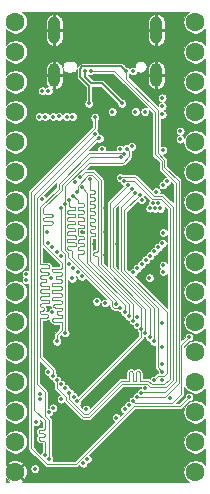
<source format=gbr>
G04 #@! TF.GenerationSoftware,KiCad,Pcbnew,5.1.9-1.fc33*
G04 #@! TF.CreationDate,2020-12-31T00:18:28+01:00*
G04 #@! TF.ProjectId,reDIP-sx,72654449-502d-4737-982e-6b696361645f,0.1*
G04 #@! TF.SameCoordinates,PX5e28010PY8011a50*
G04 #@! TF.FileFunction,Copper,L3,Inr*
G04 #@! TF.FilePolarity,Positive*
%FSLAX46Y46*%
G04 Gerber Fmt 4.6, Leading zero omitted, Abs format (unit mm)*
G04 Created by KiCad (PCBNEW 5.1.9-1.fc33) date 2020-12-31 00:18:28*
%MOMM*%
%LPD*%
G01*
G04 APERTURE LIST*
G04 #@! TA.AperFunction,ComponentPad*
%ADD10C,1.600000*%
G04 #@! TD*
G04 #@! TA.AperFunction,ComponentPad*
%ADD11O,1.000000X2.300000*%
G04 #@! TD*
G04 #@! TA.AperFunction,ComponentPad*
%ADD12O,1.000000X2.000000*%
G04 #@! TD*
G04 #@! TA.AperFunction,ViaPad*
%ADD13C,0.350000*%
G04 #@! TD*
G04 #@! TA.AperFunction,Conductor*
%ADD14C,0.100000*%
G04 #@! TD*
G04 #@! TA.AperFunction,Conductor*
%ADD15C,0.150000*%
G04 #@! TD*
G04 APERTURE END LIST*
D10*
X1270000Y26670000D03*
X1270000Y29210000D03*
X1270000Y31750000D03*
X1270000Y34290000D03*
X1270000Y36830000D03*
X1270000Y39370000D03*
D11*
X13210000Y38690000D03*
X4570000Y38690000D03*
D12*
X13210000Y34865000D03*
X4570000Y34865000D03*
D10*
X16510000Y26670000D03*
X16510000Y29210000D03*
X16510000Y31750000D03*
X16510000Y34290000D03*
X16510000Y36830000D03*
X16510000Y39370000D03*
X16510000Y1270000D03*
X16510000Y3810000D03*
X16510000Y6350000D03*
X16510000Y8890000D03*
X16510000Y11430000D03*
X16510000Y13970000D03*
X16510000Y16510000D03*
X16510000Y19050000D03*
X16510000Y21590000D03*
X16510000Y24130000D03*
X1270000Y1270000D03*
X1270000Y3810000D03*
X1270000Y6350000D03*
X1270000Y8890000D03*
X1270000Y11430000D03*
X1270000Y13970000D03*
X1270000Y16510000D03*
X1270000Y19050000D03*
X1270000Y21590000D03*
X1270000Y24130000D03*
D13*
X5580000Y29040000D03*
X5080000Y29040000D03*
X4010000Y24820000D03*
X4330000Y29470000D03*
X4830000Y29470000D03*
X3830000Y29470000D03*
X6530000Y3560000D03*
X4950000Y3560000D03*
X4950000Y5150000D03*
X6530000Y5150000D03*
X12740000Y27500000D03*
X11820000Y26580000D03*
X12740000Y26580000D03*
X11820000Y27500000D03*
X12280000Y27040000D03*
X9830000Y9750000D03*
X10770000Y10700000D03*
X7020000Y10680000D03*
X7970000Y9760000D03*
X7970000Y11620000D03*
X9820000Y11600000D03*
X8890000Y10690000D03*
X8890000Y12550000D03*
X8890000Y21590000D03*
X9890000Y20610000D03*
X10870000Y21590000D03*
X8890000Y19600000D03*
X7900000Y20610000D03*
X6910000Y21590000D03*
X8890000Y23600000D03*
X5740000Y4360000D03*
X15980000Y2540000D03*
X3930000Y19610000D03*
X13780000Y6070000D03*
X8310000Y31780000D03*
X5330000Y29470000D03*
X4580000Y29040000D03*
X11990000Y33780000D03*
X8900000Y8830000D03*
X7090000Y15590000D03*
X4110000Y15140000D03*
X4230000Y11810000D03*
X12130000Y17700000D03*
X13420000Y17700000D03*
X14880000Y26840000D03*
X15980000Y5080000D03*
X10430000Y31340000D03*
X3400000Y3080000D03*
X7920000Y2880000D03*
X4080000Y29040000D03*
X5830000Y29470000D03*
X12720000Y5080000D03*
X15210000Y3800000D03*
X15210000Y1290000D03*
X13780000Y5080000D03*
X15980000Y22860000D03*
X6480000Y33420000D03*
X4060000Y33540000D03*
X3560000Y33540000D03*
X3370000Y7430000D03*
X2920000Y1550000D03*
X4390000Y14780000D03*
X3560000Y24370000D03*
X3810000Y31360000D03*
X9810000Y5880000D03*
X7260000Y6580000D03*
X6200000Y7650000D03*
X4080000Y9770000D03*
X11580000Y13730000D03*
X13710000Y13910000D03*
X14390000Y7510000D03*
X11110000Y28830000D03*
X13800000Y21540000D03*
X6890000Y17820000D03*
X13760000Y25560000D03*
X12240000Y31780000D03*
X11440000Y31780000D03*
X10870000Y6940000D03*
X10520000Y6590000D03*
X3310000Y31360000D03*
X5610000Y31360000D03*
X5830000Y18880000D03*
X13340000Y24010000D03*
X12900000Y24010000D03*
X6110000Y31360000D03*
X9470000Y31780000D03*
X11240000Y35220000D03*
X6310000Y25790000D03*
X15230000Y29440000D03*
X15230000Y30140000D03*
X11940000Y7990000D03*
X7640000Y35220000D03*
X7490000Y32480000D03*
X10640000Y35220000D03*
X11590000Y7640000D03*
X12630000Y17700000D03*
X13800000Y18760000D03*
X13700000Y11870000D03*
X12650000Y12680000D03*
X10810000Y25560000D03*
X13000000Y12330000D03*
X11120000Y25230000D03*
X11960000Y24300000D03*
X8010000Y31290000D03*
X15980000Y7620000D03*
X5490000Y8350000D03*
X4460000Y6700000D03*
X5140000Y8700000D03*
X4110000Y6350000D03*
X11400000Y24860000D03*
X13710000Y9760000D03*
X13000000Y9050000D03*
X11850000Y24750000D03*
X15980000Y12700000D03*
X11230000Y7290000D03*
X12290000Y8350000D03*
X11590000Y14430000D03*
X11960000Y18870000D03*
X8880000Y15580000D03*
X6180000Y18520000D03*
X6560000Y18190000D03*
X4290000Y17650000D03*
X13730000Y20640000D03*
X13370000Y20290000D03*
X13020000Y19940000D03*
X12670000Y19580000D03*
X12310000Y19230000D03*
X6090000Y17660000D03*
X5110000Y19580000D03*
X2200000Y17530000D03*
X4760000Y19930000D03*
X4410000Y20290000D03*
X4050000Y20640000D03*
X3950000Y21600000D03*
X2200000Y18030000D03*
X13560000Y23590000D03*
X13110000Y23590000D03*
X12660000Y23600000D03*
X7140000Y35220000D03*
X10290000Y32480000D03*
X4110000Y2370000D03*
X8380000Y29510000D03*
X3760000Y2720000D03*
X8010000Y29850000D03*
X4460000Y31360000D03*
X13800000Y18240000D03*
X8150000Y15710000D03*
X4960000Y31370000D03*
X11250000Y18160000D03*
X11600000Y18530000D03*
X13760000Y28520000D03*
X13700000Y32940000D03*
X5140000Y7430000D03*
X13730000Y9040000D03*
X7020000Y2020000D03*
X13700000Y10420000D03*
X13710000Y31540000D03*
X14090000Y25870000D03*
X10140000Y28610000D03*
X13710000Y32240000D03*
X13190000Y25000000D03*
X8580000Y28590000D03*
X3030000Y5510000D03*
X7370000Y2370000D03*
X3400000Y7890000D03*
X10690000Y28640000D03*
X10170000Y15150000D03*
X5470000Y23950000D03*
X5490000Y13030000D03*
X5100000Y23610000D03*
X10510000Y28220000D03*
X4430000Y9410000D03*
X10180000Y27900000D03*
X4780000Y12330000D03*
X10160000Y26190000D03*
X4780000Y9050000D03*
X5840000Y7990000D03*
X10480000Y25870000D03*
X9810000Y15480000D03*
X5820000Y24310000D03*
X10520000Y14800000D03*
X6180000Y24660000D03*
X10880000Y14450000D03*
X6880000Y25370000D03*
X11230000Y14090000D03*
X7590000Y26070000D03*
X11940000Y13390000D03*
X6530000Y25010000D03*
X6500000Y7240000D03*
X12290000Y13030000D03*
X6740000Y26220000D03*
D14*
X13910000Y8000000D02*
X11930000Y8000000D01*
X14840000Y8930000D02*
X13910000Y8000000D01*
X13650000Y27590000D02*
X13650000Y26960000D01*
X13084989Y28155011D02*
X13650000Y27590000D01*
X13084989Y31776443D02*
X13084989Y28155011D01*
X14840000Y25770000D02*
X14840000Y8930000D01*
X13650000Y26960000D02*
X14840000Y25770000D01*
X9641432Y35220000D02*
X13084989Y31776443D01*
X7640000Y35220000D02*
X9641432Y35220000D01*
X13920000Y7650000D02*
X11580000Y7650000D01*
X15090000Y8820000D02*
X13920000Y7650000D01*
X15090000Y25870000D02*
X15090000Y8820000D01*
X13900000Y27060000D02*
X15090000Y25870000D01*
X13334999Y28265001D02*
X13900000Y27700000D01*
X10640000Y34574998D02*
X13334999Y31879999D01*
X13900000Y27700000D02*
X13900000Y27060000D01*
X13334999Y31879999D02*
X13334999Y28265001D01*
X10640000Y35220000D02*
X10640000Y34574998D01*
D15*
X10239999Y35620001D02*
X6947999Y35620001D01*
X6739999Y35412001D02*
X6739999Y34715723D01*
X6947999Y35620001D02*
X6739999Y35412001D01*
X10640000Y35220000D02*
X10239999Y35620001D01*
X7490000Y33965722D02*
X7490000Y32480000D01*
X6739999Y34715723D02*
X7490000Y33965722D01*
D14*
X9260000Y24010000D02*
X10810000Y25560000D01*
X9260000Y18525266D02*
X9260000Y24010000D01*
X12640000Y15145266D02*
X9260000Y18525266D01*
X12640000Y12670000D02*
X12640000Y15145266D01*
X9520000Y23630000D02*
X11130000Y25240000D01*
X9520000Y18618832D02*
X9520000Y23630000D01*
X12990000Y15148832D02*
X9520000Y18618832D01*
X12990000Y12320000D02*
X12990000Y15148832D01*
X15230000Y6870000D02*
X15980000Y7620000D01*
X6390000Y1930000D02*
X11330000Y6870000D01*
X3930000Y1930000D02*
X6390000Y1930000D01*
X2593989Y3266011D02*
X3930000Y1930000D01*
X2593989Y24973989D02*
X2593989Y3266011D01*
X11330000Y6870000D02*
X15230000Y6870000D01*
X8010000Y30390000D02*
X2593989Y24973989D01*
X8010000Y31290000D02*
X8010000Y30390000D01*
X10250000Y23710000D02*
X11400000Y24860000D01*
X13320000Y12540000D02*
X13320000Y15172398D01*
X13370000Y12490000D02*
X13320000Y12540000D01*
X10250000Y18242398D02*
X10250000Y23710000D01*
X13370000Y12120000D02*
X13370000Y12490000D01*
X13320000Y15172398D02*
X10250000Y18242398D01*
X13310000Y12060000D02*
X13370000Y12120000D01*
X13310000Y10160000D02*
X13310000Y12060000D01*
X13700000Y9770000D02*
X13310000Y10160000D01*
X10510000Y18390000D02*
X10510000Y23410000D01*
X14090000Y9620000D02*
X14090000Y14810000D01*
X13860000Y9390000D02*
X14090000Y9620000D01*
X14090000Y14810000D02*
X10510000Y18390000D01*
X13320000Y9390000D02*
X13860000Y9390000D01*
X10510000Y23410000D02*
X11850000Y24750000D01*
X12990000Y9060000D02*
X13320000Y9390000D01*
X15980000Y12700000D02*
X15340000Y12060000D01*
X15340000Y12060000D02*
X15340000Y7910000D01*
X15340000Y7910000D02*
X14560000Y7130000D01*
X11390000Y7130000D02*
X11230000Y7290000D01*
X14560000Y7130000D02*
X11390000Y7130000D01*
D15*
X8610000Y34160000D02*
X10290000Y32480000D01*
X7140000Y35220000D02*
X7140000Y34740000D01*
X7720000Y34160000D02*
X8610000Y34160000D01*
X7140000Y34740000D02*
X7720000Y34160000D01*
D14*
X8344999Y29474999D02*
X8380000Y29510000D01*
X8109997Y29474999D02*
X8344999Y29474999D01*
X3760000Y8040000D02*
X3114989Y8685011D01*
X3114989Y8685011D02*
X3114989Y24479991D01*
X3760000Y6040000D02*
X3760000Y8040000D01*
X4110000Y5690000D02*
X3760000Y6040000D01*
X3114989Y24479991D02*
X8109997Y29474999D01*
X4110000Y2370000D02*
X4110000Y5690000D01*
X2854999Y24694999D02*
X8010000Y29850000D01*
X3760000Y5640000D02*
X2854999Y6545001D01*
X3760000Y4980000D02*
X3760000Y5640000D01*
X3745145Y4914918D02*
X3756239Y4946622D01*
X3337308Y4215146D02*
X3369012Y4226240D01*
X3267245Y4014918D02*
X3256151Y4046622D01*
X3267245Y4745083D02*
X3285116Y4773524D01*
X3308867Y4197275D02*
X3337308Y4215146D01*
X3745145Y4445083D02*
X3727274Y4473524D01*
X3643378Y4833761D02*
X3675082Y4844855D01*
X3402391Y4230000D02*
X3610000Y4230000D01*
X3285116Y4773524D02*
X3308867Y4797275D01*
X3267245Y4145083D02*
X3285116Y4173524D01*
X3610000Y4230000D02*
X3643378Y4233761D01*
X3760000Y4380000D02*
X3756239Y4413379D01*
X3285116Y3986477D02*
X3267245Y4014918D01*
X3643378Y4526240D02*
X3610000Y4530000D01*
X3643378Y4233761D02*
X3675082Y4244855D01*
X3703523Y4862726D02*
X3727274Y4886477D01*
X3727274Y3873524D02*
X3703523Y3897275D01*
X3760000Y3780000D02*
X3756239Y3813379D01*
X3675082Y4244855D02*
X3703523Y4262726D01*
X3756239Y3813379D02*
X3745145Y3845083D01*
X3675082Y3915146D02*
X3643378Y3926240D01*
X3285116Y4173524D02*
X3308867Y4197275D01*
X3727274Y4286477D02*
X3745145Y4314918D01*
X3703523Y3897275D02*
X3675082Y3915146D01*
X2854999Y6545001D02*
X2854999Y24694999D01*
X3308867Y3962726D02*
X3285116Y3986477D01*
X3727274Y4473524D02*
X3703523Y4497275D01*
X3402391Y4530000D02*
X3369012Y4533761D01*
X3643378Y3926240D02*
X3610000Y3930000D01*
X3369012Y4826240D02*
X3402391Y4830000D01*
X3369012Y4226240D02*
X3402391Y4230000D01*
X3760000Y2720000D02*
X3760000Y3780000D01*
X3252391Y4080000D02*
X3256151Y4113379D01*
X3610000Y3930000D02*
X3402391Y3930000D01*
X3703523Y4262726D02*
X3727274Y4286477D01*
X3252391Y4680000D02*
X3256151Y4713379D01*
X3402391Y3930000D02*
X3369012Y3933761D01*
X3756239Y4946622D02*
X3760000Y4980000D01*
X3369012Y3933761D02*
X3337308Y3944855D01*
X3256151Y4113379D02*
X3267245Y4145083D01*
X3337308Y3944855D02*
X3308867Y3962726D01*
X3745145Y4314918D02*
X3756239Y4346622D01*
X3745145Y3845083D02*
X3727274Y3873524D01*
X3256151Y4046622D02*
X3252391Y4080000D01*
X3756239Y4346622D02*
X3760000Y4380000D01*
X3756239Y4413379D02*
X3745145Y4445083D01*
X3703523Y4497275D02*
X3675082Y4515146D01*
X3285116Y4586477D02*
X3267245Y4614918D01*
X3337308Y4544855D02*
X3308867Y4562726D01*
X3308867Y4562726D02*
X3285116Y4586477D01*
X3256151Y4646622D02*
X3252391Y4680000D01*
X3308867Y4797275D02*
X3337308Y4815146D01*
X3610000Y4530000D02*
X3402391Y4530000D01*
X3267245Y4614918D02*
X3256151Y4646622D01*
X3675082Y4515146D02*
X3643378Y4526240D01*
X3256151Y4713379D02*
X3267245Y4745083D01*
X3369012Y4533761D02*
X3337308Y4544855D01*
X3337308Y4815146D02*
X3369012Y4826240D01*
X3727274Y4886477D02*
X3745145Y4914918D01*
X3402391Y4830000D02*
X3610000Y4830000D01*
X3610000Y4830000D02*
X3643378Y4833761D01*
X3675082Y4844855D02*
X3703523Y4862726D01*
X9653999Y15150000D02*
X10170000Y15150000D01*
X9460000Y15343999D02*
X9653999Y15150000D01*
X5740000Y19484999D02*
X9460000Y15764998D01*
X5740000Y19770000D02*
X5740000Y19484999D01*
X9460000Y15764998D02*
X9460000Y15343999D01*
X5470000Y20040000D02*
X5740000Y19770000D01*
X5470000Y23940000D02*
X5470000Y20040000D01*
X5470000Y25450000D02*
X5470000Y23940000D01*
X7485000Y27465000D02*
X5470000Y25450000D01*
X10355000Y27465000D02*
X7485000Y27465000D01*
X10870000Y28420000D02*
X10870000Y27980000D01*
X10870000Y27980000D02*
X10355000Y27465000D01*
X10680000Y28610000D02*
X10870000Y28420000D01*
X5445001Y13074999D02*
X5490000Y13030000D01*
X5490000Y19710000D02*
X5490000Y13030000D01*
X5120000Y20080000D02*
X5490000Y19710000D01*
X5120000Y23590000D02*
X5120000Y20080000D01*
X4430000Y9901002D02*
X4430000Y9410000D01*
X3986889Y14367727D02*
X3958448Y14349856D01*
X4043365Y14485001D02*
X4039605Y14451623D01*
X3893365Y14635001D02*
X3926744Y14631241D01*
X3368760Y14218380D02*
X3364999Y14185001D01*
X3364999Y14785001D02*
X3368760Y14751623D01*
X3514999Y14335001D02*
X3481621Y14331241D01*
X3481621Y14931241D02*
X3449917Y14920147D01*
X3364999Y10966003D02*
X4430000Y9901002D01*
X3958448Y14349856D02*
X3926744Y14338762D01*
X3576744Y14938762D02*
X3543365Y14935001D01*
X3689605Y15051623D02*
X3678511Y15019919D01*
X3678511Y15150084D02*
X3689605Y15118380D01*
X3660640Y15178525D02*
X3678511Y15150084D01*
X3636889Y15202276D02*
X3660640Y15178525D01*
X3543365Y15235001D02*
X3576744Y15231241D01*
X3514999Y15235001D02*
X3543365Y15235001D01*
X3421476Y15267727D02*
X3449917Y15249856D01*
X3364999Y14185001D02*
X3364999Y10966003D01*
X3379854Y15319919D02*
X3397725Y15291478D01*
X3368760Y15351623D02*
X3379854Y15319919D01*
X3368760Y15418380D02*
X3364999Y15385001D01*
X3449917Y14320147D02*
X3421476Y14302276D01*
X3397725Y15478525D02*
X3379854Y15450084D01*
X3421476Y15502276D02*
X3397725Y15478525D01*
X4143365Y15685001D02*
X4139605Y15651623D01*
X4139605Y15718380D02*
X4143365Y15685001D01*
X3926744Y14631241D02*
X3958448Y14620147D01*
X4086889Y15802276D02*
X4110640Y15778525D01*
X3449917Y15849856D02*
X3481621Y15838762D01*
X3379854Y14250084D02*
X3368760Y14218380D01*
X3368760Y14818380D02*
X3364999Y14785001D01*
X3368760Y15951623D02*
X3379854Y15919919D01*
X3481621Y15531241D02*
X3449917Y15520147D01*
X3449917Y16120147D02*
X3421476Y16102276D01*
X3660640Y14991478D02*
X3636889Y14967727D01*
X4058448Y16149856D02*
X4026744Y16138762D01*
X3993365Y16435001D02*
X4026744Y16431241D01*
X3368760Y14751623D02*
X3379854Y14719919D01*
X3421476Y16467727D02*
X3449917Y16449856D01*
X3397725Y16491478D02*
X3421476Y16467727D01*
X3514999Y16435001D02*
X3993365Y16435001D01*
X3379854Y16519919D02*
X3397725Y16491478D01*
X3449917Y18249856D02*
X3481621Y18238762D01*
X3481621Y17331241D02*
X3449917Y17320147D01*
X4128511Y15619919D02*
X4110640Y15591478D01*
X4110640Y16191478D02*
X4086889Y16167727D01*
X3421476Y17067727D02*
X3449917Y17049856D01*
X4078511Y18150084D02*
X4089605Y18118380D01*
X4128511Y15750084D02*
X4139605Y15718380D01*
X3976744Y17938762D02*
X3943365Y17935001D01*
X4060640Y18178525D02*
X4078511Y18150084D01*
X4139605Y18718380D02*
X4143365Y18685001D01*
X3976744Y18231241D02*
X4008448Y18220147D01*
X3364999Y17785001D02*
X3368760Y17751623D01*
X4036889Y18202276D02*
X4060640Y18178525D01*
X3514999Y18235001D02*
X3943365Y18235001D01*
X4010640Y14391478D02*
X3986889Y14367727D01*
X7520000Y28240000D02*
X4950000Y25670000D01*
X3943365Y17935001D02*
X3514999Y17935001D01*
X3379854Y18319919D02*
X3397725Y18291478D01*
X3379854Y18450084D02*
X3368760Y18418380D01*
X3514999Y17635001D02*
X3743365Y17635001D01*
X4039605Y14518380D02*
X4043365Y14485001D01*
X3421476Y18502276D02*
X3397725Y18478525D01*
X3449917Y18520147D02*
X3421476Y18502276D01*
X3379854Y15919919D02*
X3397725Y15891478D01*
X4110640Y16791478D02*
X4086889Y16767727D01*
X4128511Y18619919D02*
X4110640Y18591478D01*
X3449917Y18849856D02*
X3481621Y18838762D01*
X4039605Y14451623D02*
X4028511Y14419919D01*
X4110640Y15591478D02*
X4086889Y15567727D01*
X4086889Y16167727D02*
X4058448Y16149856D01*
X3449917Y17049856D02*
X3481621Y17038762D01*
X3943365Y18235001D02*
X3976744Y18231241D01*
X3481621Y18238762D02*
X3514999Y18235001D01*
X4110640Y18778525D02*
X4128511Y18750084D01*
X4026744Y15831241D02*
X4058448Y15820147D01*
X3364999Y16585001D02*
X3368760Y16551623D01*
X3449917Y16720147D02*
X3421476Y16702276D01*
X3397725Y15291478D02*
X3421476Y15267727D01*
X3514999Y18535001D02*
X3481621Y18531241D01*
X4058448Y18820147D02*
X4086889Y18802276D01*
X3481621Y14331241D02*
X3449917Y14320147D01*
X3449917Y14920147D02*
X3421476Y14902276D01*
X4058448Y18549856D02*
X4026744Y18538762D01*
X3397725Y15891478D02*
X3421476Y15867727D01*
X4086889Y16767727D02*
X4058448Y16749856D01*
X3368760Y18418380D02*
X3364999Y18385001D01*
X3421476Y14902276D02*
X3397725Y14878525D01*
X3379854Y16050084D02*
X3368760Y16018380D01*
X4139605Y16918380D02*
X4143365Y16885001D01*
X4036889Y17967727D02*
X4008448Y17949856D01*
X3421476Y18867727D02*
X3449917Y18849856D01*
X3368760Y18951623D02*
X3379854Y18919919D01*
X3449917Y15249856D02*
X3481621Y15238762D01*
X3364999Y18385001D02*
X3368760Y18351623D01*
X3689605Y15118380D02*
X3693365Y15085001D01*
X4139605Y16251623D02*
X4128511Y16219919D01*
X3379854Y17119919D02*
X3397725Y17091478D01*
X3421476Y18267727D02*
X3449917Y18249856D01*
X3421476Y14302276D02*
X3397725Y14278525D01*
X3379854Y15450084D02*
X3368760Y15418380D01*
X3397725Y18291478D02*
X3421476Y18267727D01*
X3364999Y23674999D02*
X3364999Y18985001D01*
X3860640Y17391478D02*
X3836889Y17367727D01*
X4950000Y25260000D02*
X3364999Y23674999D01*
X4008448Y18220147D02*
X4036889Y18202276D01*
X4086889Y18567727D02*
X4058448Y18549856D01*
X4086889Y17002276D02*
X4110640Y16978525D01*
X3397725Y18891478D02*
X3421476Y18867727D01*
X3449917Y15520147D02*
X3421476Y15502276D01*
X3421476Y16102276D02*
X3397725Y16078525D01*
X4060640Y17991478D02*
X4036889Y17967727D01*
X3514999Y18835001D02*
X3993365Y18835001D01*
X3481621Y15238762D02*
X3514999Y15235001D01*
X10470000Y28240000D02*
X7520000Y28240000D01*
X3421476Y17902276D02*
X3397725Y17878525D01*
X3576744Y15231241D02*
X3608448Y15220147D01*
X4086889Y16402276D02*
X4110640Y16378525D01*
X3397725Y17278525D02*
X3379854Y17250084D01*
X4028511Y14550084D02*
X4039605Y14518380D01*
X10520000Y28190000D02*
X10470000Y28240000D01*
X3860640Y17578525D02*
X3878511Y17550084D01*
X3993365Y15835001D02*
X4026744Y15831241D01*
X3481621Y16731241D02*
X3449917Y16720147D01*
X3368760Y16618380D02*
X3364999Y16585001D01*
X4950000Y25670000D02*
X4950000Y25260000D01*
X4143365Y18685001D02*
X4139605Y18651623D01*
X4089605Y18118380D02*
X4093365Y18085001D01*
X3836889Y17602276D02*
X3860640Y17578525D01*
X3421476Y15867727D02*
X3449917Y15849856D01*
X4089605Y18051623D02*
X4078511Y18019919D01*
X4139605Y18651623D02*
X4128511Y18619919D01*
X3986889Y14602276D02*
X4010640Y14578525D01*
X4139605Y16318380D02*
X4143365Y16285001D01*
X3364999Y17185001D02*
X3368760Y17151623D01*
X4110640Y18591478D02*
X4086889Y18567727D01*
X3364999Y18985001D02*
X3368760Y18951623D01*
X3743365Y17335001D02*
X3514999Y17335001D01*
X4026744Y18538762D02*
X3993365Y18535001D01*
X3893365Y17485001D02*
X3889605Y17451623D01*
X3481621Y18531241D02*
X3449917Y18520147D01*
X3993365Y18535001D02*
X3514999Y18535001D01*
X3397725Y17691478D02*
X3421476Y17667727D01*
X3693365Y15085001D02*
X3689605Y15051623D01*
X4139605Y15651623D02*
X4128511Y15619919D01*
X4128511Y16219919D02*
X4110640Y16191478D01*
X3397725Y17091478D02*
X3421476Y17067727D01*
X3514999Y17935001D02*
X3481621Y17931241D01*
X3893365Y14335001D02*
X3514999Y14335001D01*
X3514999Y14935001D02*
X3481621Y14931241D01*
X3481621Y17931241D02*
X3449917Y17920147D01*
X4093365Y18085001D02*
X4089605Y18051623D01*
X3449917Y17920147D02*
X3421476Y17902276D01*
X4008448Y17949856D02*
X3976744Y17938762D01*
X3397725Y17878525D02*
X3379854Y17850084D01*
X3379854Y17850084D02*
X3368760Y17818380D01*
X3678511Y15019919D02*
X3660640Y14991478D01*
X3368760Y17818380D02*
X3364999Y17785001D01*
X3364999Y15385001D02*
X3368760Y15351623D01*
X3368760Y17751623D02*
X3379854Y17719919D01*
X3379854Y17719919D02*
X3397725Y17691478D01*
X3449917Y17649856D02*
X3481621Y17638762D01*
X3481621Y17638762D02*
X3514999Y17635001D01*
X3743365Y17635001D02*
X3776744Y17631241D01*
X3808448Y17620147D02*
X3836889Y17602276D01*
X3397725Y18478525D02*
X3379854Y18450084D01*
X3878511Y17550084D02*
X3889605Y17518380D01*
X3397725Y14278525D02*
X3379854Y14250084D01*
X3379854Y14850084D02*
X3368760Y14818380D01*
X3364999Y15985001D02*
X3368760Y15951623D01*
X3993365Y18835001D02*
X4026744Y18831241D01*
X3889605Y17518380D02*
X3893365Y17485001D01*
X3379854Y14719919D02*
X3397725Y14691478D01*
X3449917Y16449856D02*
X3481621Y16438762D01*
X4058448Y16749856D02*
X4026744Y16738762D01*
X3958448Y14620147D02*
X3986889Y14602276D01*
X4110640Y15778525D02*
X4128511Y15750084D01*
X3889605Y17451623D02*
X3878511Y17419919D01*
X4078511Y18019919D02*
X4060640Y17991478D01*
X3878511Y17419919D02*
X3860640Y17391478D01*
X4128511Y16350084D02*
X4139605Y16318380D01*
X3421476Y17667727D02*
X3449917Y17649856D01*
X3481621Y18838762D02*
X3514999Y18835001D01*
X3368760Y17218380D02*
X3364999Y17185001D01*
X3926744Y14338762D02*
X3893365Y14335001D01*
X3543365Y14935001D02*
X3514999Y14935001D01*
X4086889Y18802276D02*
X4110640Y18778525D01*
X3836889Y17367727D02*
X3808448Y17349856D01*
X3808448Y17349856D02*
X3776744Y17338762D01*
X3481621Y15838762D02*
X3514999Y15835001D01*
X3776744Y17338762D02*
X3743365Y17335001D01*
X3514999Y17335001D02*
X3481621Y17331241D01*
X3481621Y14638762D02*
X3514999Y14635001D01*
X4026744Y16431241D02*
X4058448Y16420147D01*
X3449917Y17320147D02*
X3421476Y17302276D01*
X3514999Y14635001D02*
X3893365Y14635001D01*
X4058448Y16420147D02*
X4086889Y16402276D01*
X3421476Y17302276D02*
X3397725Y17278525D01*
X3608448Y15220147D02*
X3636889Y15202276D01*
X4110640Y16378525D02*
X4128511Y16350084D01*
X3379854Y17250084D02*
X3368760Y17218380D01*
X4010640Y14578525D02*
X4028511Y14550084D01*
X4143365Y16285001D02*
X4139605Y16251623D01*
X3368760Y17151623D02*
X3379854Y17119919D01*
X4028511Y14419919D02*
X4010640Y14391478D01*
X4086889Y15567727D02*
X4058448Y15549856D01*
X3481621Y17038762D02*
X3514999Y17035001D01*
X3636889Y14967727D02*
X3608448Y14949856D01*
X4058448Y15549856D02*
X4026744Y15538762D01*
X4026744Y16138762D02*
X3993365Y16135001D01*
X3514999Y17035001D02*
X3993365Y17035001D01*
X3608448Y14949856D02*
X3576744Y14938762D01*
X4026744Y15538762D02*
X3993365Y15535001D01*
X3993365Y16135001D02*
X3514999Y16135001D01*
X4026744Y18831241D02*
X4058448Y18820147D01*
X3993365Y17035001D02*
X4026744Y17031241D01*
X3993365Y15535001D02*
X3514999Y15535001D01*
X3514999Y16135001D02*
X3481621Y16131241D01*
X4026744Y17031241D02*
X4058448Y17020147D01*
X3514999Y15535001D02*
X3481621Y15531241D01*
X3481621Y16131241D02*
X3449917Y16120147D01*
X4058448Y17020147D02*
X4086889Y17002276D01*
X4110640Y16978525D02*
X4128511Y16950084D01*
X3397725Y16078525D02*
X3379854Y16050084D01*
X4128511Y16950084D02*
X4139605Y16918380D01*
X3397725Y14878525D02*
X3379854Y14850084D01*
X3368760Y16018380D02*
X3364999Y15985001D01*
X4128511Y18750084D02*
X4139605Y18718380D01*
X4143365Y16885001D02*
X4139605Y16851623D01*
X4139605Y16851623D02*
X4128511Y16819919D01*
X3368760Y18351623D02*
X3379854Y18319919D01*
X4128511Y16819919D02*
X4110640Y16791478D01*
X3397725Y14691478D02*
X3421476Y14667727D01*
X3481621Y16438762D02*
X3514999Y16435001D01*
X3379854Y18919919D02*
X3397725Y18891478D01*
X4026744Y16738762D02*
X3993365Y16735001D01*
X3421476Y14667727D02*
X3449917Y14649856D01*
X3397725Y16678525D02*
X3379854Y16650084D01*
X3776744Y17631241D02*
X3808448Y17620147D01*
X3993365Y16735001D02*
X3514999Y16735001D01*
X4058448Y15820147D02*
X4086889Y15802276D01*
X3368760Y16551623D02*
X3379854Y16519919D01*
X3421476Y16702276D02*
X3397725Y16678525D01*
X3449917Y14649856D02*
X3481621Y14638762D01*
X3514999Y15835001D02*
X3993365Y15835001D01*
X3514999Y16735001D02*
X3481621Y16731241D01*
X3379854Y16650084D02*
X3368760Y16618380D01*
X5220000Y25553567D02*
X7566433Y27900000D01*
X5220000Y25180000D02*
X5220000Y25553567D01*
X3624999Y23584999D02*
X5220000Y25180000D01*
X3624999Y23265001D02*
X3624999Y23584999D01*
X3628760Y23231623D02*
X3624999Y23265001D01*
X3639854Y23199919D02*
X3628760Y23231623D01*
X3681476Y23147727D02*
X3657725Y23171478D01*
X3709917Y23129856D02*
X3681476Y23147727D01*
X3741621Y23118762D02*
X3709917Y23129856D01*
X4308378Y23111241D02*
X4274999Y23115001D01*
X4340082Y23100147D02*
X4308378Y23111241D01*
X4410145Y23030084D02*
X4392274Y23058525D01*
X4421239Y22998380D02*
X4410145Y23030084D01*
X4421239Y22931623D02*
X4424999Y22965001D01*
X4392274Y22871478D02*
X4410145Y22899919D01*
X4340082Y22829856D02*
X4368523Y22847727D01*
X3774999Y22815001D02*
X4274999Y22815001D01*
X3741621Y22811241D02*
X3774999Y22815001D01*
X3709917Y22800147D02*
X3741621Y22811241D01*
X3681476Y22782276D02*
X3709917Y22800147D01*
X3639854Y22730084D02*
X3657725Y22758525D01*
X3628760Y22698380D02*
X3639854Y22730084D01*
X3624999Y22665001D02*
X3628760Y22698380D01*
X3628760Y22631623D02*
X3624999Y22665001D01*
X3657725Y22571478D02*
X3639854Y22599919D01*
X3681476Y22547727D02*
X3657725Y22571478D01*
X3709917Y22529856D02*
X3681476Y22547727D01*
X3741621Y22518762D02*
X3709917Y22529856D01*
X4274999Y22515001D02*
X3774999Y22515001D01*
X4308378Y22511241D02*
X4274999Y22515001D01*
X4340082Y22500147D02*
X4308378Y22511241D01*
X4368523Y22482276D02*
X4340082Y22500147D01*
X4392274Y22458525D02*
X4368523Y22482276D01*
X4410145Y22430084D02*
X4392274Y22458525D01*
X4424999Y22365001D02*
X4421239Y22398380D01*
X4421239Y22331623D02*
X4424999Y22365001D01*
X4368523Y22247727D02*
X4392274Y22271478D01*
X5226240Y15673379D02*
X5215146Y15705083D01*
X5230000Y13840000D02*
X5226240Y13873379D01*
X5145083Y16375146D02*
X5113379Y16386240D01*
X3774999Y22515001D02*
X3741621Y22518762D01*
X4414114Y16033524D02*
X4437865Y16057275D01*
X4498010Y15793761D02*
X4466306Y15804855D01*
X4396243Y17205083D02*
X4414114Y17233524D01*
X5197275Y16746477D02*
X5215146Y16774918D01*
X5145083Y15775146D02*
X5113379Y15786240D01*
X3741621Y22211241D02*
X3774999Y22215001D01*
X4837865Y14622726D02*
X4814114Y14646477D01*
X4531388Y16390000D02*
X4498010Y16393761D01*
X4496243Y15274918D02*
X4485149Y15306622D01*
X5080000Y14890000D02*
X5113379Y14893761D01*
X5173524Y15522726D02*
X5197275Y15546477D01*
X5197275Y17946477D02*
X5215146Y17974918D01*
X5145083Y15504855D02*
X5173524Y15522726D01*
X5197275Y15546477D02*
X5215146Y15574918D01*
X4598010Y15486240D02*
X4631388Y15490000D01*
X4566306Y15475146D02*
X4598010Y15486240D01*
X4498010Y16686240D02*
X4531388Y16690000D01*
X5215146Y16174918D02*
X5226240Y16206622D01*
X4466306Y17275146D02*
X4498010Y17286240D01*
X4537865Y15457275D02*
X4566306Y15475146D01*
X5113379Y15786240D02*
X5080000Y15790000D01*
X5215146Y16774918D02*
X5226240Y16806622D01*
X4496243Y15405083D02*
X4514114Y15433524D01*
X4485149Y15373379D02*
X4496243Y15405083D01*
X5230000Y16240000D02*
X5226240Y16273379D01*
X5113379Y17586240D02*
X5080000Y17590000D01*
X5113379Y14893761D02*
X5145083Y14904855D01*
X4514114Y15246477D02*
X4496243Y15274918D01*
X4537865Y15222726D02*
X4514114Y15246477D01*
X4785149Y14773379D02*
X4796243Y14805083D01*
X4898010Y14886240D02*
X4931388Y14890000D01*
X4566306Y15204855D02*
X4537865Y15222726D01*
X5215146Y17505083D02*
X5197275Y17533524D01*
X5215146Y15574918D02*
X5226240Y15606622D01*
X5080000Y16390000D02*
X4531388Y16390000D01*
X4392274Y23058525D02*
X4368523Y23082276D01*
X4598010Y15193761D02*
X4566306Y15204855D01*
X4410145Y22299919D02*
X4421239Y22331623D01*
X5145083Y15175146D02*
X5113379Y15186240D01*
X5145083Y18504855D02*
X5173524Y18522726D01*
X4498010Y16993761D02*
X4466306Y17004855D01*
X5080000Y16090000D02*
X5113379Y16093761D01*
X5197275Y15133524D02*
X5173524Y15157275D01*
X3774999Y23115001D02*
X3741621Y23118762D01*
X5230000Y16840000D02*
X5226240Y16873379D01*
X4531388Y15790000D02*
X4498010Y15793761D01*
X5197275Y18133524D02*
X5173524Y18157275D01*
X4396243Y16605083D02*
X4414114Y16633524D01*
X5215146Y15105083D02*
X5197275Y15133524D01*
X4414114Y17233524D02*
X4437865Y17257275D01*
X5173524Y16122726D02*
X5197275Y16146477D01*
X5226240Y15073379D02*
X5215146Y15105083D01*
X5215146Y14974918D02*
X5226240Y15006622D01*
X4796243Y14805083D02*
X4814114Y14833524D01*
X4531388Y13990000D02*
X4498010Y13993761D01*
X5215146Y17974918D02*
X5226240Y18006622D01*
X4414114Y16446477D02*
X4396243Y16474918D01*
X5197275Y14946477D02*
X5215146Y14974918D01*
X5113379Y14293761D02*
X5145083Y14304855D01*
X7566433Y27900000D02*
X10230000Y27900000D01*
X5215146Y18105083D02*
X5197275Y18133524D01*
X5080000Y15490000D02*
X5113379Y15493761D01*
X4381388Y18340000D02*
X4385149Y18373379D01*
X5113379Y16386240D02*
X5080000Y16390000D01*
X4498010Y14286240D02*
X4531388Y14290000D01*
X4396243Y16005083D02*
X4414114Y16033524D01*
X5173524Y15757275D02*
X5145083Y15775146D01*
X5173524Y16722726D02*
X5197275Y16746477D01*
X5173524Y14922726D02*
X5197275Y14946477D01*
X4780000Y12330000D02*
X4780000Y12870000D01*
X4414114Y16633524D02*
X4437865Y16657275D01*
X5173524Y18157275D02*
X5145083Y18175146D01*
X4381388Y14140000D02*
X4385149Y14173379D01*
X4385149Y14106622D02*
X4381388Y14140000D01*
X5080000Y17590000D02*
X4831388Y17590000D01*
X5226240Y16273379D02*
X5215146Y16305083D01*
X4424999Y22965001D02*
X4421239Y22998380D01*
X5215146Y15705083D02*
X5197275Y15733524D01*
X4485149Y15306622D02*
X4481388Y15340000D01*
X5145083Y14304855D02*
X5173524Y14322726D01*
X4385149Y14173379D02*
X4396243Y14205083D01*
X5230000Y17440000D02*
X5226240Y17473379D01*
X3624999Y22065001D02*
X3628760Y22098380D01*
X4498010Y16086240D02*
X4531388Y16090000D01*
X4396243Y17074918D02*
X4385149Y17106622D01*
X5226240Y18606622D02*
X5230000Y18640000D01*
X4340082Y22229856D02*
X4368523Y22247727D01*
X4898010Y14593761D02*
X4866306Y14604855D01*
X4368523Y22847727D02*
X4392274Y22871478D01*
X4466306Y14275146D02*
X4498010Y14286240D01*
X5080000Y14590000D02*
X4931388Y14590000D01*
X4866306Y14875146D02*
X4898010Y14886240D01*
X5080000Y14290000D02*
X5113379Y14293761D01*
X5197275Y13933524D02*
X5173524Y13957275D01*
X5113379Y17293761D02*
X5145083Y17304855D01*
X3639854Y22599919D02*
X3628760Y22631623D01*
X4514114Y15433524D02*
X4537865Y15457275D01*
X5230000Y15640000D02*
X5226240Y15673379D01*
X4410145Y22899919D02*
X4421239Y22931623D01*
X5173524Y14557275D02*
X5145083Y14575146D01*
X4814114Y14833524D02*
X4837865Y14857275D01*
X5080000Y13990000D02*
X4531388Y13990000D01*
X4414114Y14046477D02*
X4396243Y14074918D01*
X4437865Y14022726D02*
X4414114Y14046477D01*
X4396243Y14074918D02*
X4385149Y14106622D01*
X4466306Y14004855D02*
X4437865Y14022726D01*
X4780000Y12870000D02*
X5230000Y13320000D01*
X5215146Y13905083D02*
X5197275Y13933524D01*
X4685149Y17773379D02*
X4696243Y17805083D01*
X5173524Y17922726D02*
X5197275Y17946477D01*
X5230000Y13320000D02*
X5230000Y13840000D01*
X5215146Y14374918D02*
X5226240Y14406622D01*
X5145083Y16104855D02*
X5173524Y16122726D01*
X5173524Y16957275D02*
X5145083Y16975146D01*
X5145083Y16704855D02*
X5173524Y16722726D01*
X5226240Y14406622D02*
X5230000Y14440000D01*
X4466306Y15804855D02*
X4437865Y15822726D01*
X4414114Y14233524D02*
X4437865Y14257275D01*
X4866306Y14604855D02*
X4837865Y14622726D01*
X5173524Y14322726D02*
X5197275Y14346477D01*
X4396243Y14205083D02*
X4414114Y14233524D01*
X4531388Y16090000D02*
X5080000Y16090000D01*
X4837865Y14857275D02*
X4866306Y14875146D01*
X5173524Y13957275D02*
X5145083Y13975146D01*
X5145083Y13975146D02*
X5113379Y13986240D01*
X5226240Y13873379D02*
X5215146Y13905083D01*
X5197275Y14346477D02*
X5215146Y14374918D01*
X4437865Y14257275D02*
X4466306Y14275146D01*
X4796243Y14674918D02*
X4785149Y14706622D01*
X4414114Y18246477D02*
X4396243Y18274918D01*
X4831388Y17890000D02*
X5080000Y17890000D01*
X4396243Y15874918D02*
X4385149Y15906622D01*
X5145083Y16975146D02*
X5113379Y16986240D01*
X4498010Y18486240D02*
X4531388Y18490000D01*
X4308378Y22818762D02*
X4340082Y22829856D01*
X4781388Y14740000D02*
X4785149Y14773379D01*
X4931388Y14890000D02*
X5080000Y14890000D01*
X5173524Y15157275D02*
X5145083Y15175146D01*
X5215146Y16905083D02*
X5197275Y16933524D01*
X4414114Y18433524D02*
X4437865Y18457275D01*
X5215146Y14505083D02*
X5197275Y14533524D01*
X5145083Y14575146D02*
X5113379Y14586240D01*
X5226240Y16806622D02*
X5230000Y16840000D01*
X5080000Y15790000D02*
X4531388Y15790000D01*
X5226240Y15006622D02*
X5230000Y15040000D01*
X4931388Y14590000D02*
X4898010Y14593761D01*
X5230000Y15040000D02*
X5226240Y15073379D01*
X4385149Y16573379D02*
X4396243Y16605083D01*
X5113379Y13986240D02*
X5080000Y13990000D01*
X4531388Y14290000D02*
X5080000Y14290000D01*
X4814114Y14646477D02*
X4796243Y14674918D01*
X5080000Y15190000D02*
X4631388Y15190000D01*
X5197275Y15733524D02*
X5173524Y15757275D01*
X4437865Y18222726D02*
X4414114Y18246477D01*
X4785149Y14706622D02*
X4781388Y14740000D01*
X5173524Y16357275D02*
X5145083Y16375146D01*
X4766306Y17604855D02*
X4737865Y17622726D01*
X4368523Y23082276D02*
X4340082Y23100147D01*
X4396243Y18274918D02*
X4385149Y18306622D01*
X3657725Y23171478D02*
X3639854Y23199919D01*
X4437865Y15822726D02*
X4414114Y15846477D01*
X5197275Y16146477D02*
X5215146Y16174918D01*
X4437865Y17257275D02*
X4466306Y17275146D01*
X4421239Y22398380D02*
X4410145Y22430084D01*
X5226240Y14473379D02*
X5215146Y14505083D01*
X4498010Y16393761D02*
X4466306Y16404855D01*
X4466306Y16404855D02*
X4437865Y16422726D01*
X4437865Y16422726D02*
X4414114Y16446477D01*
X5226240Y18073379D02*
X5215146Y18105083D01*
X4381388Y16540000D02*
X4385149Y16573379D01*
X4392274Y22271478D02*
X4410145Y22299919D01*
X4498010Y18193761D02*
X4466306Y18204855D01*
X5080000Y16690000D02*
X5113379Y16693761D01*
X4531388Y17290000D02*
X5080000Y17290000D01*
X4466306Y18204855D02*
X4437865Y18222726D01*
X5113379Y16693761D02*
X5145083Y16704855D01*
X5080000Y17290000D02*
X5113379Y17293761D01*
X3709917Y22200147D02*
X3741621Y22211241D01*
X5173524Y18522726D02*
X5197275Y18546477D01*
X4466306Y17004855D02*
X4437865Y17022726D01*
X4274999Y22815001D02*
X4308378Y22818762D01*
X5197275Y14533524D02*
X5173524Y14557275D01*
X4437865Y17022726D02*
X4414114Y17046477D01*
X5113379Y15186240D02*
X5080000Y15190000D01*
X4381388Y17140000D02*
X4385149Y17173379D01*
X4385149Y17173379D02*
X4396243Y17205083D01*
X5230000Y14440000D02*
X5226240Y14473379D01*
X5226240Y16206622D02*
X5230000Y16240000D01*
X4498010Y17286240D02*
X4531388Y17290000D01*
X5145083Y17304855D02*
X5173524Y17322726D01*
X5173524Y17322726D02*
X5197275Y17346477D01*
X5145083Y14904855D02*
X5173524Y14922726D01*
X4308378Y22218762D02*
X4340082Y22229856D01*
X5197275Y17346477D02*
X5215146Y17374918D01*
X5215146Y17374918D02*
X5226240Y17406622D01*
X5226240Y17406622D02*
X5230000Y17440000D01*
X5226240Y17473379D02*
X5215146Y17505083D01*
X5197275Y17533524D02*
X5173524Y17557275D01*
X5173524Y17557275D02*
X5145083Y17575146D01*
X5113379Y16093761D02*
X5145083Y16104855D01*
X5145083Y17575146D02*
X5113379Y17586240D01*
X5197275Y16933524D02*
X5173524Y16957275D01*
X4437865Y18457275D02*
X4466306Y18475146D01*
X5215146Y16305083D02*
X5197275Y16333524D01*
X4831388Y17590000D02*
X4798010Y17593761D01*
X5197275Y16333524D02*
X5173524Y16357275D01*
X4798010Y17593761D02*
X4766306Y17604855D01*
X4737865Y17622726D02*
X4714114Y17646477D01*
X3657725Y22758525D02*
X3681476Y22782276D01*
X5113379Y15493761D02*
X5145083Y15504855D01*
X4714114Y17646477D02*
X4696243Y17674918D01*
X4696243Y17674918D02*
X4685149Y17706622D01*
X4685149Y17706622D02*
X4681388Y17740000D01*
X4681388Y17740000D02*
X4685149Y17773379D01*
X4696243Y17805083D02*
X4714114Y17833524D01*
X4481388Y15340000D02*
X4485149Y15373379D01*
X4385149Y18373379D02*
X4396243Y18405083D01*
X4274999Y23115001D02*
X3774999Y23115001D01*
X3774999Y22215001D02*
X4274999Y22215001D01*
X5113379Y14586240D02*
X5080000Y14590000D01*
X4714114Y17833524D02*
X4737865Y17857275D01*
X5226240Y16873379D02*
X5215146Y16905083D01*
X4396243Y18405083D02*
X4414114Y18433524D01*
X4737865Y17857275D02*
X4766306Y17875146D01*
X4766306Y17875146D02*
X4798010Y17886240D01*
X4631388Y15190000D02*
X4598010Y15193761D01*
X4798010Y17886240D02*
X4831388Y17890000D01*
X4414114Y15846477D02*
X4396243Y15874918D01*
X4466306Y18475146D02*
X4498010Y18486240D01*
X5230000Y18970000D02*
X3624999Y20575001D01*
X5080000Y17890000D02*
X5113379Y17893761D01*
X5113379Y16986240D02*
X5080000Y16990000D01*
X4631388Y15490000D02*
X5080000Y15490000D01*
X4385149Y15906622D02*
X4381388Y15940000D01*
X4531388Y18490000D02*
X5080000Y18490000D01*
X5113379Y17893761D02*
X5145083Y17904855D01*
X5080000Y16990000D02*
X4531388Y16990000D01*
X4381388Y15940000D02*
X4385149Y15973379D01*
X5080000Y18490000D02*
X5113379Y18493761D01*
X3639854Y22130084D02*
X3657725Y22158525D01*
X5145083Y17904855D02*
X5173524Y17922726D01*
X4385149Y15973379D02*
X4396243Y16005083D01*
X4531388Y16990000D02*
X4498010Y16993761D01*
X5113379Y18493761D02*
X5145083Y18504855D01*
X4396243Y16474918D02*
X4385149Y16506622D01*
X5226240Y18006622D02*
X5230000Y18040000D01*
X4385149Y16506622D02*
X4381388Y16540000D01*
X5230000Y18040000D02*
X5226240Y18073379D01*
X4437865Y16657275D02*
X4466306Y16675146D01*
X5145083Y18175146D02*
X5113379Y18186240D01*
X4466306Y16675146D02*
X4498010Y16686240D01*
X5113379Y18186240D02*
X5080000Y18190000D01*
X5226240Y15606622D02*
X5230000Y15640000D01*
X5080000Y18190000D02*
X4531388Y18190000D01*
X4531388Y16690000D02*
X5080000Y16690000D01*
X4531388Y18190000D02*
X4498010Y18193761D01*
X4385149Y18306622D02*
X4381388Y18340000D01*
X4437865Y16057275D02*
X4466306Y16075146D01*
X5197275Y18546477D02*
X5215146Y18574918D01*
X4466306Y16075146D02*
X4498010Y16086240D01*
X4414114Y17046477D02*
X4396243Y17074918D01*
X5215146Y18574918D02*
X5226240Y18606622D01*
X4385149Y17106622D02*
X4381388Y17140000D01*
X5230000Y18640000D02*
X5230000Y18970000D01*
X3624999Y20575001D02*
X3624999Y22065001D01*
X3628760Y22098380D02*
X3639854Y22130084D01*
X4498010Y13993761D02*
X4466306Y14004855D01*
X3657725Y22158525D02*
X3681476Y22182276D01*
X3681476Y22182276D02*
X3709917Y22200147D01*
X4274999Y22215001D02*
X4308378Y22218762D01*
X5570000Y7640000D02*
X4790000Y8420000D01*
X10170000Y26200000D02*
X10180000Y26210000D01*
X14590000Y9030000D02*
X14000000Y8440000D01*
X14000000Y8440000D02*
X12701002Y8440000D01*
X12980000Y24620000D02*
X13710000Y24620000D01*
X4790000Y8420000D02*
X4790000Y9060000D01*
X11390000Y26210000D02*
X12980000Y24620000D01*
X12701002Y8440000D02*
X12436001Y8705001D01*
X13710000Y24620000D02*
X14590000Y23740000D01*
X7550000Y5940000D02*
X6980000Y5940000D01*
X14590000Y23740000D02*
X14590000Y9030000D01*
X10180000Y26210000D02*
X11390000Y26210000D01*
X12436001Y8705001D02*
X10315001Y8705001D01*
X10315001Y8705001D02*
X7550000Y5940000D01*
X5570000Y7350000D02*
X5570000Y7640000D01*
X6980000Y5940000D02*
X5570000Y7350000D01*
X7090000Y6190000D02*
X5850000Y7430000D01*
X7430000Y6190000D02*
X7090000Y6190000D01*
X10195011Y8955011D02*
X7430000Y6190000D01*
X10745011Y8955011D02*
X10195011Y8955011D01*
X10838534Y8987737D02*
X10810093Y8969866D01*
X10880156Y9039929D02*
X10862285Y9011488D01*
X10891250Y9071633D02*
X10880156Y9039929D01*
X10895011Y9105011D02*
X10891250Y9071633D01*
X10895011Y9663537D02*
X10895011Y9105011D01*
X10909865Y9728620D02*
X10898771Y9696916D01*
X11551487Y9780812D02*
X11527736Y9757061D01*
X11191250Y9696916D02*
X11180156Y9728620D01*
X11851487Y8987737D02*
X11827736Y9011488D01*
X11611632Y9809777D02*
X11579928Y9798683D01*
X11678389Y9809777D02*
X11645011Y9813537D01*
X11879928Y8969866D02*
X11851487Y8987737D01*
X11738534Y9780812D02*
X11710093Y9798683D01*
X11227736Y9011488D02*
X11209865Y9039929D01*
X11795011Y9105011D02*
X11795011Y9663537D01*
X13900000Y8690000D02*
X12804569Y8690000D01*
X11791250Y9696916D02*
X11780156Y9728620D01*
X11330000Y25910000D02*
X12870000Y24370000D01*
X11809865Y9039929D02*
X11798771Y9071633D01*
X10810093Y8969866D02*
X10778389Y8958772D01*
X10898771Y9696916D02*
X10895011Y9663537D01*
X12539558Y8955011D02*
X11945011Y8955011D01*
X11045011Y9813537D02*
X11011632Y9809777D01*
X11645011Y9813537D02*
X11611632Y9809777D01*
X11798771Y9071633D02*
X11795011Y9105011D01*
X11011632Y9809777D02*
X10979928Y9798683D01*
X10490000Y25880000D02*
X10520000Y25910000D01*
X11345011Y8955011D02*
X11311632Y8958772D01*
X11491250Y9071633D02*
X11480156Y9039929D01*
X5850000Y7430000D02*
X5850000Y8000000D01*
X11311632Y8958772D02*
X11279928Y8969866D01*
X10520000Y25910000D02*
X11330000Y25910000D01*
X12870000Y24370000D02*
X13610000Y24370000D01*
X11378389Y8958772D02*
X11345011Y8955011D01*
X11710093Y9798683D02*
X11678389Y9809777D01*
X14340000Y9130000D02*
X13900000Y8690000D01*
X14340000Y23640000D02*
X14340000Y9130000D01*
X11495011Y9663537D02*
X11495011Y9105011D01*
X10927736Y9757061D02*
X10909865Y9728620D01*
X10979928Y9798683D02*
X10951487Y9780812D01*
X11762285Y9757061D02*
X11738534Y9780812D01*
X11827736Y9011488D02*
X11809865Y9039929D01*
X11911632Y8958772D02*
X11879928Y8969866D01*
X11780156Y9728620D02*
X11762285Y9757061D01*
X11480156Y9039929D02*
X11462285Y9011488D01*
X11438534Y8987737D02*
X11410093Y8969866D01*
X12804569Y8690000D02*
X12539558Y8955011D01*
X11945011Y8955011D02*
X11911632Y8958772D01*
X11527736Y9757061D02*
X11509865Y9728620D01*
X11410093Y8969866D02*
X11378389Y8958772D01*
X11498771Y9696916D02*
X11495011Y9663537D01*
X13610000Y24370000D02*
X14340000Y23640000D01*
X11138534Y9780812D02*
X11110093Y9798683D01*
X11495011Y9105011D02*
X11491250Y9071633D01*
X11209865Y9039929D02*
X11198771Y9071633D01*
X11462285Y9011488D02*
X11438534Y8987737D01*
X11579928Y9798683D02*
X11551487Y9780812D01*
X11279928Y8969866D02*
X11251487Y8987737D01*
X11251487Y8987737D02*
X11227736Y9011488D01*
X10778389Y8958772D02*
X10745011Y8955011D01*
X11110093Y9798683D02*
X11078389Y9809777D01*
X11509865Y9728620D02*
X11498771Y9696916D01*
X11198771Y9071633D02*
X11195011Y9105011D01*
X11195011Y9105011D02*
X11195011Y9663537D01*
X10862285Y9011488D02*
X10838534Y8987737D01*
X11195011Y9663537D02*
X11191250Y9696916D01*
X11180156Y9728620D02*
X11162285Y9757061D01*
X11162285Y9757061D02*
X11138534Y9780812D01*
X11795011Y9663537D02*
X11791250Y9696916D01*
X11078389Y9809777D02*
X11045011Y9813537D01*
X10951487Y9780812D02*
X10927736Y9757061D01*
X5844855Y23814918D02*
X5833761Y23846622D01*
X5862726Y23786477D02*
X5844855Y23814918D01*
X6296151Y23673524D02*
X6272400Y23697275D01*
X6314022Y23645083D02*
X6296151Y23673524D01*
X6325116Y23546622D02*
X6328876Y23580000D01*
X6314022Y23514918D02*
X6325116Y23546622D01*
X5697364Y23401974D02*
X5709150Y23413760D01*
X5681124Y23204438D02*
X5681124Y23355562D01*
X6272400Y23462726D02*
X6296151Y23486477D01*
X5682990Y23187874D02*
X5681124Y23204438D01*
X6243959Y23444855D02*
X6272400Y23462726D01*
X5688495Y23172141D02*
X5682990Y23187874D01*
X6212255Y23433761D02*
X6243959Y23444855D01*
X5697364Y23158027D02*
X5688495Y23172141D01*
X6178876Y23430000D02*
X6212255Y23433761D01*
X5709150Y23146241D02*
X5697364Y23158027D01*
X5723264Y23137372D02*
X5709150Y23146241D01*
X5738997Y23131867D02*
X5723264Y23137372D01*
X5755562Y23130000D02*
X5738997Y23131867D01*
X6212255Y23126240D02*
X6178876Y23130000D01*
X6272400Y23097275D02*
X6243959Y23115146D01*
X6296151Y23073524D02*
X6272400Y23097275D01*
X6314022Y23045083D02*
X6296151Y23073524D01*
X6296151Y22886477D02*
X6314022Y22914918D01*
X5980000Y23730000D02*
X5946622Y23733761D01*
X6243959Y22844855D02*
X6272400Y22862726D01*
X5709150Y22813760D02*
X5723264Y22822629D01*
X5682990Y22772127D02*
X5688495Y22787860D01*
X5681124Y22755562D02*
X5682990Y22772127D01*
X5681124Y22604438D02*
X5681124Y22755562D01*
X5682990Y22587874D02*
X5681124Y22604438D01*
X5697364Y22558027D02*
X5688495Y22572141D01*
X5709150Y22546241D02*
X5697364Y22558027D01*
X6396151Y21056477D02*
X6414022Y21084918D01*
X6178876Y22830000D02*
X6212255Y22833761D01*
X5682990Y21357874D02*
X5681124Y21374438D01*
X5723264Y21307372D02*
X5709150Y21316241D01*
X5697364Y20971974D02*
X5709150Y20983760D01*
X6278876Y20700000D02*
X5755562Y20700000D01*
X6343959Y21285146D02*
X6312255Y21296240D01*
X5688495Y20957860D02*
X5697364Y20971974D01*
X6372400Y21267275D02*
X6343959Y21285146D01*
X5682990Y20757874D02*
X5681124Y20774438D01*
X5755562Y21000000D02*
X6278876Y21000000D01*
X5946622Y23733761D02*
X5914918Y23744855D01*
X6272400Y22862726D02*
X6296151Y22886477D01*
X6314022Y21845083D02*
X6296151Y21873524D01*
X5697364Y20728027D02*
X5688495Y20742141D01*
X6425116Y21116622D02*
X6428876Y21150000D01*
X5738997Y20701867D02*
X5723264Y20707372D01*
X6314022Y22914918D02*
X6325116Y22946622D01*
X5755562Y20700000D02*
X5738997Y20701867D01*
X5738997Y23428134D02*
X5755562Y23430000D01*
X6328876Y21780000D02*
X6325116Y21813379D01*
X6212255Y23726240D02*
X6178876Y23730000D01*
X5738997Y22228134D02*
X5755562Y22230000D01*
X6343959Y20685146D02*
X6312255Y20696240D01*
X5681124Y20925562D02*
X5682990Y20942127D01*
X6414022Y21215083D02*
X6396151Y21243524D01*
X6312255Y21003761D02*
X6343959Y21014855D01*
X6212255Y22526240D02*
X6178876Y22530000D01*
X5709150Y20983760D02*
X5723264Y20992629D01*
X5723264Y20392629D02*
X5738997Y20398134D01*
X6178876Y21630000D02*
X6212255Y21633761D01*
X6396151Y20643524D02*
X6372400Y20667275D01*
X6272400Y22262726D02*
X6296151Y22286477D01*
X5682990Y20942127D02*
X5688495Y20957860D01*
X6396151Y21243524D02*
X6372400Y21267275D01*
X5723264Y22537372D02*
X5709150Y22546241D01*
X6212255Y22233761D02*
X6243959Y22244855D01*
X6243959Y23115146D02*
X6212255Y23126240D01*
X6425116Y20583379D02*
X6414022Y20615083D01*
X5681124Y20174438D02*
X5681124Y20325562D01*
X5723264Y20707372D02*
X5709150Y20716241D01*
X5755562Y20400000D02*
X6278876Y20400000D01*
X5681124Y20774438D02*
X5681124Y20925562D01*
X5688495Y23387860D02*
X5697364Y23401974D01*
X5738997Y21931867D02*
X5723264Y21937372D01*
X5688495Y22787860D02*
X5697364Y22801974D01*
X6428876Y20550000D02*
X6425116Y20583379D01*
X5738997Y20101867D02*
X5723264Y20107372D01*
X5682990Y20342127D02*
X5688495Y20357860D01*
X6425116Y20516622D02*
X6428876Y20550000D01*
X5772126Y20098134D02*
X5738997Y20101867D01*
X6312255Y21296240D02*
X6278876Y21300000D01*
X6312255Y20696240D02*
X6278876Y20700000D01*
X6102284Y19967716D02*
X5971866Y20098134D01*
X5697364Y20371974D02*
X5709150Y20383760D01*
X5681124Y20325562D02*
X5682990Y20342127D01*
X5723264Y22822629D02*
X5738997Y22828134D01*
X5709150Y21316241D02*
X5697364Y21328027D01*
X5688495Y20142141D02*
X5682990Y20157874D01*
X5914918Y23744855D02*
X5886477Y23762726D01*
X6296151Y21873524D02*
X6272400Y21897275D01*
X5688495Y22572141D02*
X5682990Y22587874D01*
X6312255Y20403761D02*
X6343959Y20414855D01*
X6414022Y21084918D02*
X6425116Y21116622D01*
X6178876Y23730000D02*
X5980000Y23730000D01*
X6212255Y22833761D02*
X6243959Y22844855D01*
X5681124Y21374438D02*
X5681124Y21555562D01*
X9810000Y15757716D02*
X6102284Y19465432D01*
X5688495Y20742141D02*
X5682990Y20757874D01*
X9810000Y15500000D02*
X9810000Y15757716D01*
X5830000Y23880000D02*
X5830000Y24300000D01*
X5682990Y23372127D02*
X5688495Y23387860D01*
X5755562Y21930000D02*
X5738997Y21931867D01*
X6278876Y20400000D02*
X6312255Y20403761D01*
X6243959Y22244855D02*
X6272400Y22262726D01*
X6372400Y21032726D02*
X6396151Y21056477D01*
X5738997Y20998134D02*
X5755562Y21000000D01*
X5755562Y21300000D02*
X5738997Y21301867D01*
X5688495Y20357860D02*
X5697364Y20371974D01*
X6414022Y20615083D02*
X6396151Y20643524D01*
X5971866Y20098134D02*
X5772126Y20098134D01*
X5738997Y20398134D02*
X5755562Y20400000D01*
X6343959Y21014855D02*
X6372400Y21032726D01*
X5723264Y20992629D02*
X5738997Y20998134D01*
X6278876Y21300000D02*
X5755562Y21300000D01*
X6212255Y21633761D02*
X6243959Y21644855D01*
X6372400Y20667275D02*
X6343959Y20685146D01*
X5709150Y20116241D02*
X5697364Y20128027D01*
X6414022Y20484918D02*
X6425116Y20516622D01*
X5833761Y23846622D02*
X5830000Y23880000D01*
X5681124Y23355562D02*
X5682990Y23372127D01*
X6178876Y21930000D02*
X5755562Y21930000D01*
X6278876Y21000000D02*
X6312255Y21003761D01*
X5697364Y20128027D02*
X5688495Y20142141D01*
X6372400Y20432726D02*
X6396151Y20456477D01*
X5709150Y20716241D02*
X5697364Y20728027D01*
X6396151Y20456477D02*
X6414022Y20484918D01*
X5738997Y22828134D02*
X5755562Y22830000D01*
X5738997Y22531867D02*
X5723264Y22537372D01*
X5697364Y21328027D02*
X5688495Y21342141D01*
X6428876Y21150000D02*
X6425116Y21183379D01*
X6425116Y21183379D02*
X6414022Y21215083D01*
X5697364Y22801974D02*
X5709150Y22813760D01*
X5755562Y22530000D02*
X5738997Y22531867D01*
X5738997Y21301867D02*
X5723264Y21307372D01*
X5755562Y22830000D02*
X6178876Y22830000D01*
X5688495Y21342141D02*
X5682990Y21357874D01*
X5709150Y20383760D02*
X5723264Y20392629D01*
X5681124Y21555562D02*
X5682990Y21572127D01*
X5682990Y21572127D02*
X5688495Y21587860D01*
X5688495Y21587860D02*
X5697364Y21601974D01*
X5886477Y23762726D02*
X5862726Y23786477D01*
X5697364Y21601974D02*
X5709150Y21613760D01*
X6325116Y22946622D02*
X6328876Y22980000D01*
X5709150Y21613760D02*
X5723264Y21622629D01*
X6314022Y22314918D02*
X6325116Y22346622D01*
X6328876Y22980000D02*
X6325116Y23013379D01*
X6343959Y20414855D02*
X6372400Y20432726D01*
X5723264Y21622629D02*
X5738997Y21628134D01*
X6325116Y22346622D02*
X6328876Y22380000D01*
X6325116Y23013379D02*
X6314022Y23045083D01*
X5738997Y21628134D02*
X5755562Y21630000D01*
X6328876Y22380000D02*
X6325116Y22413379D01*
X5755562Y21630000D02*
X6178876Y21630000D01*
X6325116Y22413379D02*
X6314022Y22445083D01*
X6178876Y23130000D02*
X5755562Y23130000D01*
X6296151Y21686477D02*
X6314022Y21714918D01*
X5709150Y23413760D02*
X5723264Y23422629D01*
X6314022Y21714918D02*
X6325116Y21746622D01*
X6272400Y23697275D02*
X6243959Y23715146D01*
X5723264Y20107372D02*
X5709150Y20116241D01*
X5709150Y22213760D02*
X5723264Y22222629D01*
X5723264Y23422629D02*
X5738997Y23428134D01*
X6325116Y21746622D02*
X6328876Y21780000D01*
X6243959Y23715146D02*
X6212255Y23726240D01*
X5723264Y22222629D02*
X5738997Y22228134D01*
X5755562Y23430000D02*
X6178876Y23430000D01*
X6325116Y21813379D02*
X6314022Y21845083D01*
X5682990Y20157874D02*
X5681124Y20174438D01*
X5755562Y22230000D02*
X6178876Y22230000D01*
X6272400Y21897275D02*
X6243959Y21915146D01*
X6243959Y21915146D02*
X6212255Y21926240D01*
X6296151Y23486477D02*
X6314022Y23514918D01*
X6212255Y21926240D02*
X6178876Y21930000D01*
X6296151Y22286477D02*
X6314022Y22314918D01*
X5723264Y21937372D02*
X5709150Y21946241D01*
X6178876Y22530000D02*
X5755562Y22530000D01*
X6243959Y21644855D02*
X6272400Y21662726D01*
X5709150Y21946241D02*
X5697364Y21958027D01*
X6272400Y21662726D02*
X6296151Y21686477D01*
X5697364Y21958027D02*
X5688495Y21972141D01*
X5688495Y21972141D02*
X5682990Y21987874D01*
X5682990Y21987874D02*
X5681124Y22004438D01*
X5681124Y22004438D02*
X5681124Y22155562D01*
X6328876Y23580000D02*
X6325116Y23613379D01*
X5681124Y22155562D02*
X5682990Y22172127D01*
X6296151Y22473524D02*
X6272400Y22497275D01*
X6325116Y23613379D02*
X6314022Y23645083D01*
X5682990Y22172127D02*
X5688495Y22187860D01*
X6272400Y22497275D02*
X6243959Y22515146D01*
X5688495Y22187860D02*
X5697364Y22201974D01*
X6243959Y22515146D02*
X6212255Y22526240D01*
X5697364Y22201974D02*
X5709150Y22213760D01*
X6178876Y22230000D02*
X6212255Y22233761D01*
X6314022Y22445083D02*
X6296151Y22473524D01*
X6102284Y19465432D02*
X6102284Y19967716D01*
X6560000Y24270000D02*
X6180000Y24650000D01*
X6960000Y24020000D02*
X6710000Y24020000D01*
X7025083Y24005146D02*
X6993379Y24016240D01*
X7077275Y23963524D02*
X7053524Y23987275D01*
X7095146Y23935083D02*
X7077275Y23963524D01*
X7106240Y23903379D02*
X7095146Y23935083D01*
X7095146Y23804918D02*
X7106240Y23836622D01*
X7025083Y23734855D02*
X7053524Y23752726D01*
X6993379Y23723761D02*
X7025083Y23734855D01*
X6960000Y23720000D02*
X6993379Y23723761D01*
X6710000Y23720000D02*
X6960000Y23720000D01*
X6644918Y23705146D02*
X6676622Y23716240D01*
X6616477Y23687275D02*
X6644918Y23705146D01*
X6563761Y23536622D02*
X6560000Y23570000D01*
X6574855Y23504918D02*
X6563761Y23536622D01*
X6616477Y23452726D02*
X6592726Y23476477D01*
X6644918Y23434855D02*
X6616477Y23452726D01*
X6676622Y23423761D02*
X6644918Y23434855D01*
X6993379Y23416240D02*
X6960000Y23420000D01*
X6574855Y23635083D02*
X6592726Y23663524D01*
X7025083Y23405146D02*
X6993379Y23416240D01*
X7077275Y23776477D02*
X7095146Y23804918D01*
X7077275Y23363524D02*
X7053524Y23387275D01*
X7095146Y23335083D02*
X7077275Y23363524D01*
X6616477Y24052726D02*
X6592726Y24076477D01*
X7077275Y23176477D02*
X7095146Y23204918D01*
X7053524Y23152726D02*
X7077275Y23176477D01*
X6592726Y23476477D02*
X6574855Y23504918D01*
X6676622Y23116240D02*
X6710000Y23120000D01*
X6644918Y23105146D02*
X6676622Y23116240D01*
X7110000Y23870000D02*
X7106240Y23903379D01*
X6592726Y23063524D02*
X6616477Y23087275D01*
X6560000Y23570000D02*
X6563761Y23603379D01*
X6563761Y23003379D02*
X6574855Y23035083D01*
X7053524Y23752726D02*
X7077275Y23776477D01*
X6676622Y22823761D02*
X6644918Y22834855D01*
X6710000Y22820000D02*
X6676622Y22823761D01*
X6960000Y22820000D02*
X6710000Y22820000D01*
X7025083Y22805146D02*
X6993379Y22816240D01*
X7077275Y22763524D02*
X7053524Y22787275D01*
X7106240Y22703379D02*
X7095146Y22735083D01*
X7110000Y22670000D02*
X7106240Y22703379D01*
X7106240Y22636622D02*
X7110000Y22670000D01*
X7077275Y22576477D02*
X7095146Y22604918D01*
X7025083Y22534855D02*
X7053524Y22552726D01*
X6993379Y22523761D02*
X7025083Y22534855D01*
X6574855Y23035083D02*
X6592726Y23063524D01*
X6563761Y22936622D02*
X6560000Y22970000D01*
X6960000Y22520000D02*
X6993379Y22523761D01*
X6592726Y24076477D02*
X6574855Y24104918D01*
X6710000Y23120000D02*
X6960000Y23120000D01*
X6616477Y23087275D02*
X6644918Y23105146D01*
X6710000Y22520000D02*
X6960000Y22520000D01*
X6993379Y23123761D02*
X7025083Y23134855D01*
X6676622Y22516240D02*
X6710000Y22520000D01*
X6644918Y22505146D02*
X6676622Y22516240D01*
X6563761Y24136622D02*
X6560000Y24170000D01*
X6592726Y22463524D02*
X6616477Y22487275D01*
X6644918Y20674855D02*
X6616477Y20692726D01*
X6574855Y24104918D02*
X6563761Y24136622D01*
X6676622Y20663761D02*
X6644918Y20674855D01*
X6710000Y19760000D02*
X6930897Y19760000D01*
X6644918Y22834855D02*
X6616477Y22852726D01*
X6964276Y20656240D02*
X6930897Y20660000D01*
X6930897Y20360000D02*
X6964276Y20363761D01*
X6592726Y22876477D02*
X6574855Y22904918D01*
X6993379Y22816240D02*
X6960000Y22820000D01*
X6616477Y21887275D02*
X6644918Y21905146D01*
X6710000Y20660000D02*
X6676622Y20663761D01*
X6560000Y22970000D02*
X6563761Y23003379D01*
X6644918Y19745146D02*
X6676622Y19756240D01*
X7024421Y20627275D02*
X6995980Y20645146D01*
X7077137Y21143379D02*
X7066043Y21175083D01*
X6995980Y20374855D02*
X7024421Y20392726D01*
X6644918Y20345146D02*
X6676622Y20356240D01*
X6616477Y19727275D02*
X6644918Y19745146D01*
X6616477Y20327275D02*
X6644918Y20345146D01*
X6563761Y20243379D02*
X6574855Y20275083D01*
X7053524Y21952726D02*
X7077275Y21976477D01*
X7053524Y22787275D02*
X7025083Y22805146D01*
X6560000Y20210000D02*
X6563761Y20243379D01*
X6563761Y20176622D02*
X6560000Y20210000D01*
X7053524Y23987275D02*
X7025083Y24005146D01*
X6592726Y20903524D02*
X6616477Y20927275D01*
X7048172Y20003524D02*
X7024421Y20027275D01*
X6676622Y20356240D02*
X6710000Y20360000D01*
X6644918Y22234855D02*
X6616477Y22252726D01*
X6964276Y19763761D02*
X6995980Y19774855D01*
X6574855Y19675083D02*
X6592726Y19703524D01*
X7066043Y20575083D02*
X7048172Y20603524D01*
X7066043Y19844918D02*
X7077137Y19876622D01*
X6960000Y23420000D02*
X6710000Y23420000D01*
X6993379Y24016240D02*
X6960000Y24020000D01*
X6964276Y20363761D02*
X6995980Y20374855D01*
X6644918Y24034855D02*
X6616477Y24052726D01*
X6616477Y20092726D02*
X6592726Y20116477D01*
X6995980Y21245146D02*
X6964276Y21256240D01*
X7053524Y22552726D02*
X7077275Y22576477D01*
X6964276Y20056240D02*
X6930897Y20060000D01*
X6676622Y23716240D02*
X6710000Y23720000D01*
X6710000Y23420000D02*
X6676622Y23423761D01*
X7048172Y20416477D02*
X7066043Y20444918D01*
X7048172Y21203524D02*
X7024421Y21227275D01*
X6616477Y22487275D02*
X6644918Y22505146D01*
X6930897Y19760000D02*
X6964276Y19763761D01*
X7048172Y20603524D02*
X7024421Y20627275D01*
X7066043Y21175083D02*
X7048172Y21203524D01*
X6592726Y20116477D02*
X6574855Y20144918D01*
X6616477Y20927275D02*
X6644918Y20945146D01*
X6995980Y20045146D02*
X6964276Y20056240D01*
X7024421Y20392726D02*
X7048172Y20416477D01*
X6930897Y20060000D02*
X6710000Y20060000D01*
X7106240Y23836622D02*
X7110000Y23870000D01*
X7110000Y23270000D02*
X7106240Y23303379D01*
X6560000Y19610000D02*
X6563761Y19643379D01*
X6676622Y19756240D02*
X6710000Y19760000D01*
X6574855Y22435083D02*
X6592726Y22463524D01*
X6995980Y19774855D02*
X7024421Y19792726D01*
X7077137Y20476622D02*
X7080897Y20510000D01*
X7066043Y20444918D02*
X7077137Y20476622D01*
X7106240Y23303379D02*
X7095146Y23335083D01*
X6574855Y20144918D02*
X6563761Y20176622D01*
X6592726Y22276477D02*
X6574855Y22304918D01*
X7066043Y19975083D02*
X7048172Y20003524D01*
X6563761Y19643379D02*
X6574855Y19675083D01*
X6560000Y24170000D02*
X6560000Y24270000D01*
X7077137Y20543379D02*
X7066043Y20575083D01*
X7024421Y20027275D02*
X6995980Y20045146D01*
X6574855Y22904918D02*
X6563761Y22936622D01*
X6930897Y20660000D02*
X6710000Y20660000D01*
X6995980Y20974855D02*
X7024421Y20992726D01*
X7048172Y19816477D02*
X7066043Y19844918D01*
X6592726Y20303524D02*
X6616477Y20327275D01*
X6563761Y23603379D02*
X6574855Y23635083D01*
X6644918Y20074855D02*
X6616477Y20092726D01*
X7077137Y21076622D02*
X7080897Y21110000D01*
X7077137Y19876622D02*
X7080897Y19910000D01*
X6710000Y20060000D02*
X6676622Y20063761D01*
X7095146Y22735083D02*
X7077275Y22763524D01*
X6644918Y20945146D02*
X6676622Y20956240D01*
X7024421Y19792726D02*
X7048172Y19816477D01*
X7080897Y20510000D02*
X7077137Y20543379D01*
X6574855Y21835083D02*
X6592726Y21863524D01*
X7025083Y21934855D02*
X7053524Y21952726D01*
X6676622Y20063761D02*
X6644918Y20074855D01*
X7080897Y19910000D02*
X7077137Y19943379D01*
X7077137Y19943379D02*
X7066043Y19975083D01*
X6592726Y23663524D02*
X6616477Y23687275D01*
X6563761Y20776622D02*
X6560000Y20810000D01*
X6616477Y20692726D02*
X6592726Y20716477D01*
X6574855Y20744918D02*
X6563761Y20776622D01*
X6995980Y20645146D02*
X6964276Y20656240D01*
X6592726Y20716477D02*
X6574855Y20744918D01*
X7095146Y22604918D02*
X7106240Y22636622D01*
X6616477Y21292726D02*
X6592726Y21316477D01*
X6560000Y20810000D02*
X6563761Y20843379D01*
X6563761Y20843379D02*
X6574855Y20875083D01*
X7106240Y23236622D02*
X7110000Y23270000D01*
X6960000Y21920000D02*
X6993379Y21923761D01*
X7106240Y22103379D02*
X7095146Y22135083D01*
X6574855Y20875083D02*
X6592726Y20903524D01*
X7053524Y23387275D02*
X7025083Y23405146D01*
X6592726Y19703524D02*
X6616477Y19727275D01*
X6676622Y20956240D02*
X6710000Y20960000D01*
X6710000Y20960000D02*
X6930897Y20960000D01*
X6930897Y20960000D02*
X6964276Y20963761D01*
X6960000Y23120000D02*
X6993379Y23123761D01*
X7024421Y20992726D02*
X7048172Y21016477D01*
X7048172Y21016477D02*
X7066043Y21044918D01*
X6644918Y21274855D02*
X6616477Y21292726D01*
X6710000Y20360000D02*
X6930897Y20360000D01*
X7066043Y21044918D02*
X7077137Y21076622D01*
X6710000Y24020000D02*
X6676622Y24023761D01*
X7080897Y21110000D02*
X7077137Y21143379D01*
X6930897Y21260000D02*
X6710000Y21260000D01*
X6964276Y21256240D02*
X6930897Y21260000D01*
X7106240Y22036622D02*
X7110000Y22070000D01*
X6616477Y22852726D02*
X6592726Y22876477D01*
X6676622Y21263761D02*
X6644918Y21274855D01*
X6592726Y21316477D02*
X6574855Y21344918D01*
X6563761Y22336622D02*
X6560000Y22370000D01*
X6676622Y24023761D02*
X6644918Y24034855D01*
X6563761Y21376622D02*
X6560000Y21410000D01*
X6560000Y21410000D02*
X6560000Y21770000D01*
X7095146Y23204918D02*
X7106240Y23236622D01*
X6560000Y22370000D02*
X6563761Y22403379D01*
X6560000Y21770000D02*
X6563761Y21803379D01*
X6563761Y21803379D02*
X6574855Y21835083D01*
X6574855Y22304918D02*
X6563761Y22336622D01*
X6592726Y21863524D02*
X6616477Y21887275D01*
X6644918Y21905146D02*
X6676622Y21916240D01*
X10520000Y15410000D02*
X6560000Y19370000D01*
X6710000Y21260000D02*
X6676622Y21263761D01*
X6676622Y21916240D02*
X6710000Y21920000D01*
X6964276Y20963761D02*
X6995980Y20974855D01*
X6563761Y22403379D02*
X6574855Y22435083D01*
X6993379Y21923761D02*
X7025083Y21934855D01*
X7024421Y21227275D02*
X6995980Y21245146D01*
X6574855Y21344918D02*
X6563761Y21376622D01*
X7077275Y21976477D02*
X7095146Y22004918D01*
X7095146Y22004918D02*
X7106240Y22036622D01*
X7110000Y22070000D02*
X7106240Y22103379D01*
X7095146Y22135083D02*
X7077275Y22163524D01*
X7077275Y22163524D02*
X7053524Y22187275D01*
X6710000Y21920000D02*
X6960000Y21920000D01*
X7053524Y22187275D02*
X7025083Y22205146D01*
X7025083Y22205146D02*
X6993379Y22216240D01*
X6993379Y22216240D02*
X6960000Y22220000D01*
X7025083Y23134855D02*
X7053524Y23152726D01*
X6710000Y22220000D02*
X6676622Y22223761D01*
X6960000Y22220000D02*
X6710000Y22220000D01*
X6676622Y22223761D02*
X6644918Y22234855D01*
X6574855Y20275083D02*
X6592726Y20303524D01*
X6616477Y22252726D02*
X6592726Y22276477D01*
X6560000Y19370000D02*
X6560000Y19610000D01*
X10520000Y14800000D02*
X10520000Y15410000D01*
D15*
X10870000Y14440000D02*
X10895001Y14465001D01*
D14*
X10870000Y15449536D02*
X10870000Y14440000D01*
X7340000Y18979536D02*
X10870000Y15449536D01*
X7340000Y24907765D02*
X7340000Y18979536D01*
X6890000Y25357765D02*
X7340000Y24907765D01*
X7590000Y26070000D02*
X7560000Y26070000D01*
X11230000Y15450000D02*
X11230000Y14090000D01*
X7573761Y21113379D02*
X7570000Y21080000D01*
X7584855Y21145083D02*
X7573761Y21113379D01*
X7602726Y21173524D02*
X7584855Y21145083D01*
X7720000Y21230000D02*
X7686622Y21226240D01*
X7870000Y21230000D02*
X7720000Y21230000D01*
X7963524Y21262726D02*
X7935083Y21244855D01*
X8005146Y21314918D02*
X7987275Y21286477D01*
X8016240Y21346622D02*
X8005146Y21314918D01*
X8020000Y21380000D02*
X8016240Y21346622D01*
X8016240Y21413379D02*
X8020000Y21380000D01*
X7987275Y21473524D02*
X8005146Y21445083D01*
X7903379Y21526240D02*
X7935083Y21515146D01*
X7686622Y21533761D02*
X7720000Y21530000D01*
X7654918Y21544855D02*
X7686622Y21533761D01*
X7626477Y21562726D02*
X7654918Y21544855D01*
X7573761Y21646622D02*
X7584855Y21614918D01*
X7573761Y21713379D02*
X7570000Y21680000D01*
X7602726Y21773524D02*
X7584855Y21745083D01*
X7626477Y21797275D02*
X7602726Y21773524D01*
X7686622Y21826240D02*
X7654918Y21815146D01*
X7720000Y21830000D02*
X7686622Y21826240D01*
X7870000Y21830000D02*
X7720000Y21830000D01*
X7903379Y21833761D02*
X7870000Y21830000D01*
X7935083Y21844855D02*
X7903379Y21833761D01*
X7963524Y21862726D02*
X7935083Y21844855D01*
X7987275Y21886477D02*
X7963524Y21862726D01*
X8020000Y21980000D02*
X8016240Y21946622D01*
X7987275Y22073524D02*
X8005146Y22045083D01*
X7935083Y22115146D02*
X7963524Y22097275D01*
X7870000Y22130000D02*
X7903379Y22126240D01*
X7720000Y22130000D02*
X7870000Y22130000D01*
X7654918Y22144855D02*
X7686622Y22133761D01*
X8005146Y21914918D02*
X7987275Y21886477D01*
X7626477Y22162726D02*
X7654918Y22144855D01*
X7602726Y22186477D02*
X7626477Y22162726D01*
X7584855Y22214918D02*
X7602726Y22186477D01*
X7570000Y22280000D02*
X7573761Y22246622D01*
X7686622Y22426240D02*
X7654918Y22415146D01*
X7720000Y22430000D02*
X7686622Y22426240D01*
X7870000Y22430000D02*
X7720000Y22430000D01*
X7963524Y22462726D02*
X7935083Y22444855D01*
X8016240Y22546622D02*
X8005146Y22514918D01*
X8020000Y22580000D02*
X8016240Y22546622D01*
X8005146Y22645083D02*
X8016240Y22613379D01*
X7987275Y22673524D02*
X8005146Y22645083D01*
X7584855Y21614918D02*
X7602726Y21586477D01*
X7963524Y22697275D02*
X7987275Y22673524D01*
X7570000Y21080000D02*
X7570000Y19110000D01*
X7935083Y22715146D02*
X7963524Y22697275D01*
X7903379Y22726240D02*
X7935083Y22715146D01*
X7870000Y22730000D02*
X7903379Y22726240D01*
X7720000Y22730000D02*
X7870000Y22730000D01*
X7686622Y22733761D02*
X7720000Y22730000D01*
X7602726Y24173524D02*
X7584855Y24145083D01*
X7654918Y24544855D02*
X7686622Y24533761D01*
X7686622Y24226240D02*
X7654918Y24215146D01*
X7963524Y24262726D02*
X7935083Y24244855D01*
X8020000Y24380000D02*
X8016240Y24346622D01*
X7935083Y22444855D02*
X7903379Y22433761D01*
X7963524Y24862726D02*
X7935083Y24844855D01*
X7584855Y25214918D02*
X7602726Y25186477D01*
X7935083Y24515146D02*
X7963524Y24497275D01*
X7963524Y23897275D02*
X7987275Y23873524D01*
X7935083Y23915146D02*
X7963524Y23897275D01*
X7626477Y24562726D02*
X7654918Y24544855D01*
X7602726Y24586477D02*
X7626477Y24562726D01*
X7584855Y22345083D02*
X7573761Y22313379D01*
X7584855Y22814918D02*
X7602726Y22786477D01*
X7963524Y24497275D02*
X7987275Y24473524D01*
X7584855Y24614918D02*
X7602726Y24586477D01*
X8016240Y23746622D02*
X8005146Y23714918D01*
X7720000Y24230000D02*
X7686622Y24226240D01*
X7870000Y21530000D02*
X7903379Y21526240D01*
X7584855Y24145083D02*
X7573761Y24113379D01*
X7686622Y21226240D02*
X7654918Y21215146D01*
X8020000Y23180000D02*
X8016240Y23146622D01*
X7573761Y22313379D02*
X7570000Y22280000D01*
X7903379Y25126240D02*
X7935083Y25115146D01*
X7573761Y24113379D02*
X7570000Y24080000D01*
X7570000Y24680000D02*
X7573761Y24646622D01*
X8016240Y25013379D02*
X8020000Y24980000D01*
X7903379Y21233761D02*
X7870000Y21230000D01*
X7903379Y24233761D02*
X7870000Y24230000D01*
X8005146Y22514918D02*
X7987275Y22486477D01*
X8016240Y24346622D02*
X8005146Y24314918D01*
X7963524Y23062726D02*
X7935083Y23044855D01*
X7870000Y25130000D02*
X7903379Y25126240D01*
X7686622Y24533761D02*
X7720000Y24530000D01*
X7626477Y24797275D02*
X7602726Y24773524D01*
X7584855Y21745083D02*
X7573761Y21713379D01*
X7626477Y23362726D02*
X7654918Y23344855D01*
X7720000Y25130000D02*
X7870000Y25130000D01*
X7963524Y21497275D02*
X7987275Y21473524D01*
X7686622Y25133761D02*
X7720000Y25130000D01*
X7573761Y24046622D02*
X7584855Y24014918D01*
X7987275Y22486477D02*
X7963524Y22462726D01*
X7626477Y23597275D02*
X7602726Y23573524D01*
X7903379Y24526240D02*
X7935083Y24515146D01*
X7602726Y25186477D02*
X7626477Y25162726D01*
X7602726Y24773524D02*
X7584855Y24745083D01*
X7602726Y23386477D02*
X7626477Y23362726D01*
X7903379Y22126240D02*
X7935083Y22115146D01*
X7987275Y24286477D02*
X7963524Y24262726D01*
X7935083Y25115146D02*
X7963524Y25097275D01*
X8005146Y24914918D02*
X7987275Y24886477D01*
X7626477Y25162726D02*
X7654918Y25144855D01*
X7870000Y24830000D02*
X7720000Y24830000D01*
X7987275Y23686477D02*
X7963524Y23662726D01*
X7654918Y21215146D02*
X7626477Y21197275D01*
X7602726Y22786477D02*
X7626477Y22762726D01*
X7570000Y26070000D02*
X7570000Y25280000D01*
X7654918Y25144855D02*
X7686622Y25133761D01*
X8005146Y25045083D02*
X8016240Y25013379D01*
X7987275Y24473524D02*
X8005146Y24445083D01*
X7987275Y25073524D02*
X8005146Y25045083D01*
X7573761Y24646622D02*
X7584855Y24614918D01*
X7654918Y24815146D02*
X7626477Y24797275D01*
X7686622Y23626240D02*
X7654918Y23615146D01*
X7935083Y24844855D02*
X7903379Y24833761D01*
X7903379Y24833761D02*
X7870000Y24830000D01*
X8020000Y24980000D02*
X8016240Y24946622D01*
X7720000Y24530000D02*
X7870000Y24530000D01*
X8016240Y22613379D02*
X8020000Y22580000D01*
X7686622Y24826240D02*
X7654918Y24815146D01*
X8005146Y23714918D02*
X7987275Y23686477D01*
X7570000Y24080000D02*
X7573761Y24046622D01*
X7584855Y24014918D02*
X7602726Y23986477D01*
X7602726Y23986477D02*
X7626477Y23962726D01*
X7626477Y23962726D02*
X7654918Y23944855D01*
X7654918Y23944855D02*
X7686622Y23933761D01*
X7686622Y23933761D02*
X7720000Y23930000D01*
X8016240Y24946622D02*
X8005146Y24914918D01*
X7903379Y23926240D02*
X7935083Y23915146D01*
X7686622Y22133761D02*
X7720000Y22130000D01*
X7963524Y23297275D02*
X7987275Y23273524D01*
X7987275Y23873524D02*
X8005146Y23845083D01*
X8016240Y21946622D02*
X8005146Y21914918D01*
X7963524Y25097275D02*
X7987275Y25073524D01*
X8016240Y24413379D02*
X8020000Y24380000D01*
X8005146Y23845083D02*
X8016240Y23813379D01*
X8016240Y22013379D02*
X8020000Y21980000D01*
X8020000Y23780000D02*
X8016240Y23746622D01*
X7963524Y22097275D02*
X7987275Y22073524D01*
X7573761Y22846622D02*
X7584855Y22814918D01*
X7963524Y23662726D02*
X7935083Y23644855D01*
X7570000Y25280000D02*
X7573761Y25246622D01*
X7584855Y23545083D02*
X7573761Y23513379D01*
X7602726Y21586477D02*
X7626477Y21562726D01*
X7935083Y23644855D02*
X7903379Y23633761D01*
X7686622Y23333761D02*
X7720000Y23330000D01*
X7626477Y21197275D02*
X7602726Y21173524D01*
X7987275Y23273524D02*
X8005146Y23245083D01*
X8005146Y24314918D02*
X7987275Y24286477D01*
X7903379Y23633761D02*
X7870000Y23630000D01*
X7720000Y23930000D02*
X7870000Y23930000D01*
X8005146Y23245083D02*
X8016240Y23213379D01*
X8005146Y22045083D02*
X8016240Y22013379D01*
X8016240Y23813379D02*
X8020000Y23780000D01*
X7870000Y23630000D02*
X7720000Y23630000D01*
X7720000Y21530000D02*
X7870000Y21530000D01*
X7870000Y24230000D02*
X7720000Y24230000D01*
X7720000Y24830000D02*
X7686622Y24826240D01*
X7935083Y23315146D02*
X7963524Y23297275D01*
X7584855Y24745083D02*
X7573761Y24713379D01*
X7870000Y23930000D02*
X7903379Y23926240D01*
X8016240Y23213379D02*
X8020000Y23180000D01*
X7720000Y23630000D02*
X7686622Y23626240D01*
X7654918Y23615146D02*
X7626477Y23597275D01*
X8005146Y24445083D02*
X8016240Y24413379D01*
X7602726Y23573524D02*
X7584855Y23545083D01*
X8005146Y21445083D02*
X8016240Y21413379D01*
X7573761Y23513379D02*
X7570000Y23480000D01*
X7654918Y22415146D02*
X7626477Y22397275D01*
X7870000Y24530000D02*
X7903379Y24526240D01*
X7573761Y25246622D02*
X7584855Y25214918D01*
X7626477Y22997275D02*
X7602726Y22973524D01*
X7570000Y19110000D02*
X11230000Y15450000D01*
X7573761Y24713379D02*
X7570000Y24680000D01*
X7570000Y23480000D02*
X7573761Y23446622D01*
X7935083Y21515146D02*
X7963524Y21497275D01*
X7573761Y23446622D02*
X7584855Y23414918D01*
X7573761Y22246622D02*
X7584855Y22214918D01*
X7903379Y22433761D02*
X7870000Y22430000D01*
X7584855Y23414918D02*
X7602726Y23386477D01*
X7654918Y23344855D02*
X7686622Y23333761D01*
X7720000Y23330000D02*
X7870000Y23330000D01*
X7626477Y24197275D02*
X7602726Y24173524D01*
X7870000Y23330000D02*
X7903379Y23326240D01*
X7903379Y23326240D02*
X7935083Y23315146D01*
X8016240Y23146622D02*
X8005146Y23114918D01*
X8005146Y23114918D02*
X7987275Y23086477D01*
X7626477Y22762726D02*
X7654918Y22744855D01*
X7626477Y22397275D02*
X7602726Y22373524D01*
X7935083Y23044855D02*
X7903379Y23033761D01*
X7935083Y21244855D02*
X7903379Y21233761D01*
X7602726Y22373524D02*
X7584855Y22345083D01*
X7935083Y24244855D02*
X7903379Y24233761D01*
X7903379Y23033761D02*
X7870000Y23030000D01*
X7987275Y21286477D02*
X7963524Y21262726D01*
X7987275Y23086477D02*
X7963524Y23062726D01*
X7870000Y23030000D02*
X7720000Y23030000D01*
X7654918Y21815146D02*
X7626477Y21797275D01*
X7654918Y23015146D02*
X7626477Y22997275D01*
X7584855Y22945083D02*
X7573761Y22913379D01*
X7987275Y24886477D02*
X7963524Y24862726D01*
X7720000Y23030000D02*
X7686622Y23026240D01*
X7573761Y22913379D02*
X7570000Y22880000D01*
X7570000Y21680000D02*
X7573761Y21646622D01*
X7654918Y24215146D02*
X7626477Y24197275D01*
X7686622Y23026240D02*
X7654918Y23015146D01*
X7602726Y22973524D02*
X7584855Y22945083D01*
X7570000Y22880000D02*
X7573761Y22846622D01*
X7654918Y22744855D02*
X7686622Y22733761D01*
X7730000Y26430000D02*
X7450000Y26430000D01*
X8250000Y25910000D02*
X7730000Y26430000D01*
X8235145Y19974918D02*
X8246239Y20006622D01*
X8217274Y19946477D02*
X8235145Y19974918D01*
X8193523Y19922726D02*
X8217274Y19946477D01*
X8165082Y19904855D02*
X8193523Y19922726D01*
X8100000Y19590000D02*
X8026178Y19590000D01*
X7879938Y19706622D02*
X7876178Y19740000D01*
X8133378Y19586240D02*
X8100000Y19590000D01*
X7932654Y19622726D02*
X7908903Y19646477D01*
X8250000Y20040000D02*
X8250000Y25910000D01*
X8246239Y19473379D02*
X8235145Y19505083D01*
X7879938Y19773379D02*
X7891032Y19805083D01*
X8250000Y18790000D02*
X8250000Y19440000D01*
X8217274Y19533524D02*
X8193523Y19557275D01*
X11930001Y15109999D02*
X8250000Y18790000D01*
X8026178Y19590000D02*
X7992799Y19593761D01*
X7450000Y26430000D02*
X6540000Y25520000D01*
X7961095Y19604855D02*
X7932654Y19622726D01*
X11930001Y13380001D02*
X11930001Y15109999D01*
X8235145Y19505083D02*
X8217274Y19533524D01*
X8250000Y19440000D02*
X8246239Y19473379D01*
X11930000Y13380000D02*
X11930001Y13380001D01*
X7992799Y19593761D02*
X7961095Y19604855D01*
X7891032Y19674918D02*
X7879938Y19706622D01*
X7876178Y19740000D02*
X7879938Y19773379D01*
X8133378Y19893761D02*
X8165082Y19904855D01*
X7908903Y19646477D02*
X7891032Y19674918D01*
X7891032Y19805083D02*
X7908903Y19833524D01*
X7908903Y19833524D02*
X7932654Y19857275D01*
X8246239Y20006622D02*
X8250000Y20040000D01*
X7932654Y19857275D02*
X7961095Y19875146D01*
X7961095Y19875146D02*
X7992799Y19886240D01*
X8165082Y19575146D02*
X8133378Y19586240D01*
X7992799Y19886240D02*
X8026178Y19890000D01*
X6540000Y25520000D02*
X6540000Y25010000D01*
X8026178Y19890000D02*
X8100000Y19890000D01*
X8193523Y19557275D02*
X8165082Y19575146D01*
X8100000Y19890000D02*
X8133378Y19893761D01*
X11930000Y12670000D02*
X6500000Y7240000D01*
X11930000Y13380000D02*
X11930000Y12670000D01*
X12290000Y15103566D02*
X12290000Y13030000D01*
X8500010Y18893556D02*
X12290000Y15103566D01*
X7833566Y26680000D02*
X8500010Y26013557D01*
X8500010Y26013557D02*
X8500010Y18893556D01*
X7200000Y26680000D02*
X7833566Y26680000D01*
X6740000Y26220000D02*
X7200000Y26680000D01*
X15872537Y40146751D02*
X15733249Y40007463D01*
X15623811Y39843678D01*
X15548429Y39661689D01*
X15510000Y39468491D01*
X15510000Y39271509D01*
X15548429Y39078311D01*
X15623811Y38896322D01*
X15733249Y38732537D01*
X15872537Y38593249D01*
X16036322Y38483811D01*
X16218311Y38408429D01*
X16411509Y38370000D01*
X16608491Y38370000D01*
X16801689Y38408429D01*
X16983678Y38483811D01*
X17147463Y38593249D01*
X17286751Y38732537D01*
X17330001Y38797265D01*
X17330001Y37402735D01*
X17286751Y37467463D01*
X17147463Y37606751D01*
X16983678Y37716189D01*
X16801689Y37791571D01*
X16608491Y37830000D01*
X16411509Y37830000D01*
X16218311Y37791571D01*
X16036322Y37716189D01*
X15872537Y37606751D01*
X15733249Y37467463D01*
X15623811Y37303678D01*
X15548429Y37121689D01*
X15510000Y36928491D01*
X15510000Y36731509D01*
X15548429Y36538311D01*
X15623811Y36356322D01*
X15733249Y36192537D01*
X15872537Y36053249D01*
X16036322Y35943811D01*
X16218311Y35868429D01*
X16411509Y35830000D01*
X16608491Y35830000D01*
X16801689Y35868429D01*
X16983678Y35943811D01*
X17147463Y36053249D01*
X17286751Y36192537D01*
X17330001Y36257265D01*
X17330001Y34862735D01*
X17286751Y34927463D01*
X17147463Y35066751D01*
X16983678Y35176189D01*
X16801689Y35251571D01*
X16608491Y35290000D01*
X16411509Y35290000D01*
X16218311Y35251571D01*
X16036322Y35176189D01*
X15872537Y35066751D01*
X15733249Y34927463D01*
X15623811Y34763678D01*
X15548429Y34581689D01*
X15510000Y34388491D01*
X15510000Y34191509D01*
X15548429Y33998311D01*
X15623811Y33816322D01*
X15733249Y33652537D01*
X15872537Y33513249D01*
X16036322Y33403811D01*
X16218311Y33328429D01*
X16411509Y33290000D01*
X16608491Y33290000D01*
X16801689Y33328429D01*
X16983678Y33403811D01*
X17147463Y33513249D01*
X17286751Y33652537D01*
X17330001Y33717265D01*
X17330001Y32322735D01*
X17286751Y32387463D01*
X17147463Y32526751D01*
X16983678Y32636189D01*
X16801689Y32711571D01*
X16608491Y32750000D01*
X16411509Y32750000D01*
X16218311Y32711571D01*
X16036322Y32636189D01*
X15872537Y32526751D01*
X15733249Y32387463D01*
X15623811Y32223678D01*
X15548429Y32041689D01*
X15510000Y31848491D01*
X15510000Y31651509D01*
X15548429Y31458311D01*
X15623811Y31276322D01*
X15733249Y31112537D01*
X15872537Y30973249D01*
X16036322Y30863811D01*
X16218311Y30788429D01*
X16411509Y30750000D01*
X16608491Y30750000D01*
X16801689Y30788429D01*
X16983678Y30863811D01*
X17147463Y30973249D01*
X17286751Y31112537D01*
X17330001Y31177265D01*
X17330001Y29782735D01*
X17286751Y29847463D01*
X17147463Y29986751D01*
X16983678Y30096189D01*
X16801689Y30171571D01*
X16608491Y30210000D01*
X16411509Y30210000D01*
X16218311Y30171571D01*
X16036322Y30096189D01*
X15872537Y29986751D01*
X15733249Y29847463D01*
X15623811Y29683678D01*
X15579387Y29576427D01*
X15562320Y29617629D01*
X15521281Y29679048D01*
X15469048Y29731281D01*
X15407629Y29772320D01*
X15364947Y29790000D01*
X15407629Y29807680D01*
X15469048Y29848719D01*
X15521281Y29900952D01*
X15562320Y29962371D01*
X15590589Y30030617D01*
X15605000Y30103066D01*
X15605000Y30176934D01*
X15590589Y30249383D01*
X15562320Y30317629D01*
X15521281Y30379048D01*
X15469048Y30431281D01*
X15407629Y30472320D01*
X15339383Y30500589D01*
X15266934Y30515000D01*
X15193066Y30515000D01*
X15120617Y30500589D01*
X15052371Y30472320D01*
X14990952Y30431281D01*
X14938719Y30379048D01*
X14897680Y30317629D01*
X14869411Y30249383D01*
X14855000Y30176934D01*
X14855000Y30103066D01*
X14869411Y30030617D01*
X14897680Y29962371D01*
X14938719Y29900952D01*
X14990952Y29848719D01*
X15052371Y29807680D01*
X15095053Y29790000D01*
X15052371Y29772320D01*
X14990952Y29731281D01*
X14938719Y29679048D01*
X14897680Y29617629D01*
X14869411Y29549383D01*
X14855000Y29476934D01*
X14855000Y29403066D01*
X14869411Y29330617D01*
X14897680Y29262371D01*
X14938719Y29200952D01*
X14990952Y29148719D01*
X15052371Y29107680D01*
X15120617Y29079411D01*
X15193066Y29065000D01*
X15266934Y29065000D01*
X15339383Y29079411D01*
X15407629Y29107680D01*
X15469048Y29148719D01*
X15510000Y29189671D01*
X15510000Y29111509D01*
X15548429Y28918311D01*
X15623811Y28736322D01*
X15733249Y28572537D01*
X15872537Y28433249D01*
X16036322Y28323811D01*
X16218311Y28248429D01*
X16411509Y28210000D01*
X16608491Y28210000D01*
X16801689Y28248429D01*
X16983678Y28323811D01*
X17147463Y28433249D01*
X17286751Y28572537D01*
X17330001Y28637265D01*
X17330001Y27242736D01*
X17286751Y27307463D01*
X17147463Y27446751D01*
X16983678Y27556189D01*
X16801689Y27631571D01*
X16608491Y27670000D01*
X16411509Y27670000D01*
X16218311Y27631571D01*
X16036322Y27556189D01*
X15872537Y27446751D01*
X15733249Y27307463D01*
X15623811Y27143678D01*
X15548429Y26961689D01*
X15510000Y26768491D01*
X15510000Y26571509D01*
X15548429Y26378311D01*
X15623811Y26196322D01*
X15733249Y26032537D01*
X15872537Y25893249D01*
X16036322Y25783811D01*
X16218311Y25708429D01*
X16411509Y25670000D01*
X16608491Y25670000D01*
X16801689Y25708429D01*
X16983678Y25783811D01*
X17147463Y25893249D01*
X17286751Y26032537D01*
X17330001Y26097264D01*
X17330001Y24702736D01*
X17286751Y24767463D01*
X17147463Y24906751D01*
X16983678Y25016189D01*
X16801689Y25091571D01*
X16608491Y25130000D01*
X16411509Y25130000D01*
X16218311Y25091571D01*
X16036322Y25016189D01*
X15872537Y24906751D01*
X15733249Y24767463D01*
X15623811Y24603678D01*
X15548429Y24421689D01*
X15510000Y24228491D01*
X15510000Y24031509D01*
X15548429Y23838311D01*
X15623811Y23656322D01*
X15733249Y23492537D01*
X15872537Y23353249D01*
X16036322Y23243811D01*
X16218311Y23168429D01*
X16411509Y23130000D01*
X16608491Y23130000D01*
X16801689Y23168429D01*
X16983678Y23243811D01*
X17147463Y23353249D01*
X17286751Y23492537D01*
X17330001Y23557264D01*
X17330001Y22162736D01*
X17286751Y22227463D01*
X17147463Y22366751D01*
X16983678Y22476189D01*
X16801689Y22551571D01*
X16608491Y22590000D01*
X16411509Y22590000D01*
X16218311Y22551571D01*
X16036322Y22476189D01*
X15872537Y22366751D01*
X15733249Y22227463D01*
X15623811Y22063678D01*
X15548429Y21881689D01*
X15510000Y21688491D01*
X15510000Y21491509D01*
X15548429Y21298311D01*
X15623811Y21116322D01*
X15733249Y20952537D01*
X15872537Y20813249D01*
X16036322Y20703811D01*
X16218311Y20628429D01*
X16411509Y20590000D01*
X16608491Y20590000D01*
X16801689Y20628429D01*
X16983678Y20703811D01*
X17147463Y20813249D01*
X17286751Y20952537D01*
X17330001Y21017264D01*
X17330000Y19622736D01*
X17286751Y19687463D01*
X17147463Y19826751D01*
X16983678Y19936189D01*
X16801689Y20011571D01*
X16608491Y20050000D01*
X16411509Y20050000D01*
X16218311Y20011571D01*
X16036322Y19936189D01*
X15872537Y19826751D01*
X15733249Y19687463D01*
X15623811Y19523678D01*
X15548429Y19341689D01*
X15510000Y19148491D01*
X15510000Y18951509D01*
X15548429Y18758311D01*
X15623811Y18576322D01*
X15733249Y18412537D01*
X15872537Y18273249D01*
X16036322Y18163811D01*
X16218311Y18088429D01*
X16411509Y18050000D01*
X16608491Y18050000D01*
X16801689Y18088429D01*
X16983678Y18163811D01*
X17147463Y18273249D01*
X17286751Y18412537D01*
X17330000Y18477264D01*
X17330000Y17082736D01*
X17286751Y17147463D01*
X17147463Y17286751D01*
X16983678Y17396189D01*
X16801689Y17471571D01*
X16608491Y17510000D01*
X16411509Y17510000D01*
X16218311Y17471571D01*
X16036322Y17396189D01*
X15872537Y17286751D01*
X15733249Y17147463D01*
X15623811Y16983678D01*
X15548429Y16801689D01*
X15510000Y16608491D01*
X15510000Y16411509D01*
X15548429Y16218311D01*
X15623811Y16036322D01*
X15733249Y15872537D01*
X15872537Y15733249D01*
X16036322Y15623811D01*
X16218311Y15548429D01*
X16411509Y15510000D01*
X16608491Y15510000D01*
X16801689Y15548429D01*
X16983678Y15623811D01*
X17147463Y15733249D01*
X17286751Y15872537D01*
X17330000Y15937264D01*
X17330000Y14542736D01*
X17286751Y14607463D01*
X17147463Y14746751D01*
X16983678Y14856189D01*
X16801689Y14931571D01*
X16608491Y14970000D01*
X16411509Y14970000D01*
X16218311Y14931571D01*
X16036322Y14856189D01*
X15872537Y14746751D01*
X15733249Y14607463D01*
X15623811Y14443678D01*
X15548429Y14261689D01*
X15510000Y14068491D01*
X15510000Y13871509D01*
X15548429Y13678311D01*
X15623811Y13496322D01*
X15733249Y13332537D01*
X15872537Y13193249D01*
X16036322Y13083811D01*
X16218311Y13008429D01*
X16411509Y12970000D01*
X16608491Y12970000D01*
X16801689Y13008429D01*
X16983678Y13083811D01*
X17147463Y13193249D01*
X17286751Y13332537D01*
X17330000Y13397264D01*
X17330000Y12002736D01*
X17286751Y12067463D01*
X17147463Y12206751D01*
X16983678Y12316189D01*
X16801689Y12391571D01*
X16608491Y12430000D01*
X16411509Y12430000D01*
X16218311Y12391571D01*
X16036322Y12316189D01*
X15872537Y12206751D01*
X15733249Y12067463D01*
X15623811Y11903678D01*
X15590000Y11822051D01*
X15590000Y11956448D01*
X15958553Y12325000D01*
X16016934Y12325000D01*
X16089383Y12339411D01*
X16157629Y12367680D01*
X16219048Y12408719D01*
X16271281Y12460952D01*
X16312320Y12522371D01*
X16340589Y12590617D01*
X16355000Y12663066D01*
X16355000Y12736934D01*
X16340589Y12809383D01*
X16312320Y12877629D01*
X16271281Y12939048D01*
X16219048Y12991281D01*
X16157629Y13032320D01*
X16089383Y13060589D01*
X16016934Y13075000D01*
X15943066Y13075000D01*
X15870617Y13060589D01*
X15802371Y13032320D01*
X15740952Y12991281D01*
X15688719Y12939048D01*
X15647680Y12877629D01*
X15619411Y12809383D01*
X15605000Y12736934D01*
X15605000Y12678553D01*
X15340000Y12413552D01*
X15340000Y25857726D01*
X15341209Y25870001D01*
X15336382Y25919009D01*
X15322087Y25966134D01*
X15315005Y25979383D01*
X15298873Y26009564D01*
X15267632Y26047632D01*
X15258097Y26055457D01*
X14150000Y27163552D01*
X14150000Y27687726D01*
X14151209Y27700001D01*
X14146382Y27749009D01*
X14132087Y27796134D01*
X14123658Y27811903D01*
X14108873Y27839564D01*
X14077632Y27877632D01*
X14068097Y27885457D01*
X13806625Y28146928D01*
X13869383Y28159411D01*
X13937629Y28187680D01*
X13999048Y28228719D01*
X14051281Y28280952D01*
X14092320Y28342371D01*
X14120589Y28410617D01*
X14135000Y28483066D01*
X14135000Y28556934D01*
X14120589Y28629383D01*
X14092320Y28697629D01*
X14051281Y28759048D01*
X13999048Y28811281D01*
X13937629Y28852320D01*
X13869383Y28880589D01*
X13796934Y28895000D01*
X13723066Y28895000D01*
X13650617Y28880589D01*
X13584999Y28853409D01*
X13584999Y31185880D01*
X13600617Y31179411D01*
X13673066Y31165000D01*
X13746934Y31165000D01*
X13819383Y31179411D01*
X13887629Y31207680D01*
X13949048Y31248719D01*
X14001281Y31300952D01*
X14042320Y31362371D01*
X14070589Y31430617D01*
X14085000Y31503066D01*
X14085000Y31576934D01*
X14070589Y31649383D01*
X14042320Y31717629D01*
X14001281Y31779048D01*
X13949048Y31831281D01*
X13887629Y31872320D01*
X13844947Y31890000D01*
X13887629Y31907680D01*
X13949048Y31948719D01*
X14001281Y32000952D01*
X14042320Y32062371D01*
X14070589Y32130617D01*
X14085000Y32203066D01*
X14085000Y32276934D01*
X14070589Y32349383D01*
X14042320Y32417629D01*
X14001281Y32479048D01*
X13949048Y32531281D01*
X13887629Y32572320D01*
X13839947Y32592071D01*
X13877629Y32607680D01*
X13939048Y32648719D01*
X13991281Y32700952D01*
X14032320Y32762371D01*
X14060589Y32830617D01*
X14075000Y32903066D01*
X14075000Y32976934D01*
X14060589Y33049383D01*
X14032320Y33117629D01*
X13991281Y33179048D01*
X13939048Y33231281D01*
X13877629Y33272320D01*
X13809383Y33300589D01*
X13736934Y33315000D01*
X13663066Y33315000D01*
X13590617Y33300589D01*
X13522371Y33272320D01*
X13460952Y33231281D01*
X13408719Y33179048D01*
X13367680Y33117629D01*
X13339411Y33049383D01*
X13325000Y32976934D01*
X13325000Y32903066D01*
X13339411Y32830617D01*
X13367680Y32762371D01*
X13408719Y32700952D01*
X13460952Y32648719D01*
X13522371Y32607680D01*
X13570053Y32587929D01*
X13532371Y32572320D01*
X13470952Y32531281D01*
X13418719Y32479048D01*
X13377680Y32417629D01*
X13349411Y32349383D01*
X13335000Y32276934D01*
X13335000Y32233552D01*
X10890000Y34678550D01*
X10890000Y34790000D01*
X12510000Y34790000D01*
X12510000Y34290000D01*
X12538082Y34154878D01*
X12591985Y34027831D01*
X12669638Y33913741D01*
X12768057Y33816992D01*
X12883460Y33741303D01*
X13011412Y33689582D01*
X13027050Y33689330D01*
X13135000Y33719341D01*
X13135000Y34790000D01*
X13285000Y34790000D01*
X13285000Y33719341D01*
X13392950Y33689330D01*
X13408588Y33689582D01*
X13536540Y33741303D01*
X13651943Y33816992D01*
X13750362Y33913741D01*
X13828015Y34027831D01*
X13881918Y34154878D01*
X13910000Y34290000D01*
X13910000Y34790000D01*
X13285000Y34790000D01*
X13135000Y34790000D01*
X12510000Y34790000D01*
X10890000Y34790000D01*
X10890000Y34939671D01*
X10931281Y34980952D01*
X10940000Y34994001D01*
X10948719Y34980952D01*
X11000952Y34928719D01*
X11062371Y34887680D01*
X11130617Y34859411D01*
X11203066Y34845000D01*
X11276934Y34845000D01*
X11349383Y34859411D01*
X11417629Y34887680D01*
X11479048Y34928719D01*
X11531281Y34980952D01*
X11572320Y35042371D01*
X11600589Y35110617D01*
X11613128Y35173655D01*
X11653161Y35146906D01*
X11744155Y35109215D01*
X11840754Y35090000D01*
X11939246Y35090000D01*
X12035845Y35109215D01*
X12126839Y35146906D01*
X12208731Y35201625D01*
X12278375Y35271269D01*
X12333094Y35353161D01*
X12369063Y35440000D01*
X12510000Y35440000D01*
X12510000Y34940000D01*
X13135000Y34940000D01*
X13135000Y36010659D01*
X13285000Y36010659D01*
X13285000Y34940000D01*
X13910000Y34940000D01*
X13910000Y35440000D01*
X13881918Y35575122D01*
X13828015Y35702169D01*
X13750362Y35816259D01*
X13651943Y35913008D01*
X13536540Y35988697D01*
X13408588Y36040418D01*
X13392950Y36040670D01*
X13285000Y36010659D01*
X13135000Y36010659D01*
X13027050Y36040670D01*
X13011412Y36040418D01*
X12883460Y35988697D01*
X12768057Y35913008D01*
X12669638Y35816259D01*
X12591985Y35702169D01*
X12538082Y35575122D01*
X12510000Y35440000D01*
X12369063Y35440000D01*
X12370785Y35444155D01*
X12390000Y35540754D01*
X12390000Y35639246D01*
X12370785Y35735845D01*
X12333094Y35826839D01*
X12278375Y35908731D01*
X12208731Y35978375D01*
X12126839Y36033094D01*
X12035845Y36070785D01*
X11939246Y36090000D01*
X11840754Y36090000D01*
X11744155Y36070785D01*
X11653161Y36033094D01*
X11571269Y35978375D01*
X11501625Y35908731D01*
X11446906Y35826839D01*
X11409215Y35735845D01*
X11390000Y35639246D01*
X11390000Y35563765D01*
X11349383Y35580589D01*
X11276934Y35595000D01*
X11203066Y35595000D01*
X11130617Y35580589D01*
X11062371Y35552320D01*
X11000952Y35511281D01*
X10948719Y35459048D01*
X10940000Y35445999D01*
X10931281Y35459048D01*
X10879048Y35511281D01*
X10817629Y35552320D01*
X10749383Y35580589D01*
X10676934Y35595000D01*
X10653909Y35595000D01*
X10444007Y35804901D01*
X10435394Y35815396D01*
X10393520Y35849761D01*
X10345746Y35875297D01*
X10293908Y35891021D01*
X10253502Y35895001D01*
X10239999Y35896331D01*
X10226496Y35895001D01*
X6961493Y35895001D01*
X6947998Y35896330D01*
X6934503Y35895001D01*
X6934496Y35895001D01*
X6899153Y35891520D01*
X6894089Y35891021D01*
X6878365Y35886251D01*
X6842252Y35875297D01*
X6794478Y35849761D01*
X6752604Y35815396D01*
X6743995Y35804906D01*
X6555099Y35616009D01*
X6544604Y35607396D01*
X6515659Y35572126D01*
X6517419Y35590000D01*
X6507765Y35688017D01*
X6479175Y35782267D01*
X6432746Y35869129D01*
X6370264Y35945264D01*
X6294129Y36007746D01*
X6207267Y36054175D01*
X6113017Y36082765D01*
X6039560Y36090000D01*
X5740440Y36090000D01*
X5666983Y36082765D01*
X5572733Y36054175D01*
X5485871Y36007746D01*
X5409736Y35945264D01*
X5347254Y35869129D01*
X5300825Y35782267D01*
X5272235Y35688017D01*
X5262581Y35590000D01*
X5272235Y35491983D01*
X5300825Y35397733D01*
X5347254Y35310871D01*
X5409736Y35234736D01*
X5485871Y35172254D01*
X5572733Y35125825D01*
X5666983Y35097235D01*
X5740440Y35090000D01*
X6039560Y35090000D01*
X6113017Y35097235D01*
X6207267Y35125825D01*
X6294129Y35172254D01*
X6370264Y35234736D01*
X6432746Y35310871D01*
X6464999Y35371212D01*
X6465000Y34729235D01*
X6463669Y34715723D01*
X6468979Y34661814D01*
X6477340Y34634253D01*
X6484704Y34609976D01*
X6510240Y34562202D01*
X6544605Y34520328D01*
X6555094Y34511720D01*
X7215000Y33851813D01*
X7215001Y32735330D01*
X7198719Y32719048D01*
X7157680Y32657629D01*
X7129411Y32589383D01*
X7115000Y32516934D01*
X7115000Y32443066D01*
X7129411Y32370617D01*
X7157680Y32302371D01*
X7198719Y32240952D01*
X7250952Y32188719D01*
X7312371Y32147680D01*
X7380617Y32119411D01*
X7453066Y32105000D01*
X7526934Y32105000D01*
X7599383Y32119411D01*
X7667629Y32147680D01*
X7729048Y32188719D01*
X7781281Y32240952D01*
X7822320Y32302371D01*
X7850589Y32370617D01*
X7865000Y32443066D01*
X7865000Y32516934D01*
X7850589Y32589383D01*
X7822320Y32657629D01*
X7781281Y32719048D01*
X7765000Y32735329D01*
X7765000Y33885000D01*
X8496092Y33885000D01*
X9915000Y32466091D01*
X9915000Y32443066D01*
X9929411Y32370617D01*
X9957680Y32302371D01*
X9998719Y32240952D01*
X10050952Y32188719D01*
X10112371Y32147680D01*
X10180617Y32119411D01*
X10253066Y32105000D01*
X10326934Y32105000D01*
X10399383Y32119411D01*
X10467629Y32147680D01*
X10529048Y32188719D01*
X10581281Y32240952D01*
X10622320Y32302371D01*
X10650589Y32370617D01*
X10665000Y32443066D01*
X10665000Y32516934D01*
X10650589Y32589383D01*
X10622320Y32657629D01*
X10581281Y32719048D01*
X10529048Y32771281D01*
X10467629Y32812320D01*
X10399383Y32840589D01*
X10326934Y32855000D01*
X10303909Y32855000D01*
X8814008Y34344900D01*
X8805395Y34355395D01*
X8763521Y34389760D01*
X8715747Y34415296D01*
X8663909Y34431020D01*
X8623503Y34435000D01*
X8610000Y34436330D01*
X8596497Y34435000D01*
X7833909Y34435000D01*
X7415000Y34853908D01*
X7415000Y34919332D01*
X7462371Y34887680D01*
X7530617Y34859411D01*
X7603066Y34845000D01*
X7676934Y34845000D01*
X7749383Y34859411D01*
X7817629Y34887680D01*
X7879048Y34928719D01*
X7920329Y34970000D01*
X9537880Y34970000D01*
X12379953Y32127926D01*
X12349383Y32140589D01*
X12276934Y32155000D01*
X12203066Y32155000D01*
X12130617Y32140589D01*
X12062371Y32112320D01*
X12000952Y32071281D01*
X11948719Y32019048D01*
X11907680Y31957629D01*
X11879411Y31889383D01*
X11865000Y31816934D01*
X11865000Y31743066D01*
X11879411Y31670617D01*
X11907680Y31602371D01*
X11948719Y31540952D01*
X12000952Y31488719D01*
X12062371Y31447680D01*
X12130617Y31419411D01*
X12203066Y31405000D01*
X12276934Y31405000D01*
X12349383Y31419411D01*
X12417629Y31447680D01*
X12479048Y31488719D01*
X12531281Y31540952D01*
X12572320Y31602371D01*
X12600589Y31670617D01*
X12615000Y31743066D01*
X12615000Y31816934D01*
X12600589Y31889383D01*
X12587926Y31919953D01*
X12834989Y31672890D01*
X12834990Y28167296D01*
X12833780Y28155011D01*
X12838607Y28106003D01*
X12852902Y28058878D01*
X12876117Y28015447D01*
X12907358Y27977379D01*
X12916898Y27969550D01*
X13400000Y27486446D01*
X13400001Y26972285D01*
X13398791Y26960000D01*
X13403618Y26910992D01*
X13417913Y26863867D01*
X13424723Y26851127D01*
X13441128Y26820436D01*
X13472369Y26782368D01*
X13481910Y26774538D01*
X14018352Y26238095D01*
X13980617Y26230589D01*
X13912371Y26202320D01*
X13850952Y26161281D01*
X13798719Y26109048D01*
X13757680Y26047629D01*
X13729411Y25979383D01*
X13720480Y25934486D01*
X13650617Y25920589D01*
X13582371Y25892320D01*
X13520952Y25851281D01*
X13468719Y25799048D01*
X13427680Y25737629D01*
X13399411Y25669383D01*
X13385000Y25596934D01*
X13385000Y25523066D01*
X13399411Y25450617D01*
X13427680Y25382371D01*
X13468719Y25320952D01*
X13520952Y25268719D01*
X13582371Y25227680D01*
X13650617Y25199411D01*
X13723066Y25185000D01*
X13796934Y25185000D01*
X13869383Y25199411D01*
X13937629Y25227680D01*
X13999048Y25268719D01*
X14051281Y25320952D01*
X14092320Y25382371D01*
X14120589Y25450617D01*
X14129520Y25495514D01*
X14199383Y25509411D01*
X14267629Y25537680D01*
X14329048Y25578719D01*
X14381281Y25630952D01*
X14422320Y25692371D01*
X14450589Y25760617D01*
X14458095Y25798351D01*
X14590000Y25666446D01*
X14590000Y24093553D01*
X13895466Y24788086D01*
X13887632Y24797632D01*
X13849564Y24828873D01*
X13806134Y24852087D01*
X13759008Y24866382D01*
X13722275Y24870000D01*
X13710000Y24871209D01*
X13697725Y24870000D01*
X13542049Y24870000D01*
X13550589Y24890617D01*
X13565000Y24963066D01*
X13565000Y25036934D01*
X13550589Y25109383D01*
X13522320Y25177629D01*
X13481281Y25239048D01*
X13429048Y25291281D01*
X13367629Y25332320D01*
X13299383Y25360589D01*
X13226934Y25375000D01*
X13153066Y25375000D01*
X13080617Y25360589D01*
X13012371Y25332320D01*
X12950952Y25291281D01*
X12898719Y25239048D01*
X12857680Y25177629D01*
X12833734Y25119819D01*
X11575466Y26378086D01*
X11567632Y26387632D01*
X11529564Y26418873D01*
X11486134Y26442087D01*
X11439008Y26456382D01*
X11402275Y26460000D01*
X11390000Y26461209D01*
X11377725Y26460000D01*
X10420329Y26460000D01*
X10399048Y26481281D01*
X10337629Y26522320D01*
X10269383Y26550589D01*
X10196934Y26565000D01*
X10123066Y26565000D01*
X10050617Y26550589D01*
X9982371Y26522320D01*
X9920952Y26481281D01*
X9868719Y26429048D01*
X9827680Y26367629D01*
X9799411Y26299383D01*
X9785000Y26226934D01*
X9785000Y26153066D01*
X9799411Y26080617D01*
X9827680Y26012371D01*
X9868719Y25950952D01*
X9920952Y25898719D01*
X9982371Y25857680D01*
X10050617Y25829411D01*
X10107997Y25817997D01*
X10119411Y25760617D01*
X10147680Y25692371D01*
X10188719Y25630952D01*
X10240952Y25578719D01*
X10302371Y25537680D01*
X10370617Y25509411D01*
X10400011Y25503564D01*
X9091910Y24195462D01*
X9082369Y24187632D01*
X9056575Y24156201D01*
X9051128Y24149564D01*
X9027913Y24106133D01*
X9013618Y24059008D01*
X9008791Y24010000D01*
X9010001Y23997715D01*
X9010000Y18737118D01*
X8750010Y18997108D01*
X8750010Y26001285D01*
X8751219Y26013558D01*
X8749366Y26032368D01*
X8746392Y26062565D01*
X8732097Y26109691D01*
X8708883Y26153121D01*
X8677642Y26191189D01*
X8668101Y26199019D01*
X8019032Y26848086D01*
X8011198Y26857632D01*
X7973130Y26888873D01*
X7929700Y26912087D01*
X7882574Y26926382D01*
X7845841Y26930000D01*
X7833566Y26931209D01*
X7821291Y26930000D01*
X7303554Y26930000D01*
X7588554Y27215000D01*
X10342725Y27215000D01*
X10355000Y27213791D01*
X10404008Y27218618D01*
X10451134Y27232913D01*
X10494564Y27256127D01*
X10532632Y27287368D01*
X10540466Y27296914D01*
X11038091Y27794538D01*
X11047632Y27802368D01*
X11078873Y27840436D01*
X11102087Y27883866D01*
X11116382Y27930992D01*
X11118157Y27949008D01*
X11121209Y27980000D01*
X11120000Y27992275D01*
X11120000Y28407725D01*
X11121209Y28420000D01*
X11117762Y28455000D01*
X11146934Y28455000D01*
X11219383Y28469411D01*
X11287629Y28497680D01*
X11349048Y28538719D01*
X11401281Y28590952D01*
X11442320Y28652371D01*
X11470589Y28720617D01*
X11485000Y28793066D01*
X11485000Y28866934D01*
X11470589Y28939383D01*
X11442320Y29007629D01*
X11401281Y29069048D01*
X11349048Y29121281D01*
X11287629Y29162320D01*
X11219383Y29190589D01*
X11146934Y29205000D01*
X11073066Y29205000D01*
X11000617Y29190589D01*
X10932371Y29162320D01*
X10870952Y29121281D01*
X10818719Y29069048D01*
X10777680Y29007629D01*
X10776638Y29005113D01*
X10726934Y29015000D01*
X10653066Y29015000D01*
X10580617Y29000589D01*
X10512371Y28972320D01*
X10450952Y28931281D01*
X10400000Y28880329D01*
X10379048Y28901281D01*
X10317629Y28942320D01*
X10249383Y28970589D01*
X10176934Y28985000D01*
X10103066Y28985000D01*
X10030617Y28970589D01*
X9962371Y28942320D01*
X9900952Y28901281D01*
X9848719Y28849048D01*
X9807680Y28787629D01*
X9779411Y28719383D01*
X9765000Y28646934D01*
X9765000Y28573066D01*
X9779411Y28500617D01*
X9783809Y28490000D01*
X8942455Y28490000D01*
X8955000Y28553066D01*
X8955000Y28626934D01*
X8940589Y28699383D01*
X8912320Y28767629D01*
X8871281Y28829048D01*
X8819048Y28881281D01*
X8757629Y28922320D01*
X8689383Y28950589D01*
X8616934Y28965000D01*
X8543066Y28965000D01*
X8470617Y28950589D01*
X8402371Y28922320D01*
X8340952Y28881281D01*
X8288719Y28829048D01*
X8247680Y28767629D01*
X8219411Y28699383D01*
X8205000Y28626934D01*
X8205000Y28553066D01*
X8217545Y28490000D01*
X7532275Y28490000D01*
X7520000Y28491209D01*
X7475364Y28486813D01*
X8180707Y29192155D01*
X8202371Y29177680D01*
X8270617Y29149411D01*
X8343066Y29135000D01*
X8416934Y29135000D01*
X8489383Y29149411D01*
X8557629Y29177680D01*
X8619048Y29218719D01*
X8671281Y29270952D01*
X8712320Y29332371D01*
X8740589Y29400617D01*
X8755000Y29473066D01*
X8755000Y29546934D01*
X8740589Y29619383D01*
X8712320Y29687629D01*
X8671281Y29749048D01*
X8619048Y29801281D01*
X8557629Y29842320D01*
X8489383Y29870589D01*
X8416934Y29885000D01*
X8385000Y29885000D01*
X8385000Y29886934D01*
X8370589Y29959383D01*
X8342320Y30027629D01*
X8301281Y30089048D01*
X8249048Y30141281D01*
X8187629Y30182320D01*
X8165175Y30191621D01*
X8178097Y30204543D01*
X8187632Y30212368D01*
X8218873Y30250436D01*
X8242087Y30293866D01*
X8249295Y30317629D01*
X8256382Y30340990D01*
X8261209Y30389999D01*
X8260000Y30402274D01*
X8260000Y31009671D01*
X8301281Y31050952D01*
X8342320Y31112371D01*
X8370589Y31180617D01*
X8385000Y31253066D01*
X8385000Y31326934D01*
X8370589Y31399383D01*
X8342320Y31467629D01*
X8301281Y31529048D01*
X8249048Y31581281D01*
X8187629Y31622320D01*
X8119383Y31650589D01*
X8046934Y31665000D01*
X7973066Y31665000D01*
X7900617Y31650589D01*
X7832371Y31622320D01*
X7770952Y31581281D01*
X7718719Y31529048D01*
X7677680Y31467629D01*
X7649411Y31399383D01*
X7635000Y31326934D01*
X7635000Y31253066D01*
X7649411Y31180617D01*
X7677680Y31112371D01*
X7718719Y31050952D01*
X7760000Y31009671D01*
X7760001Y30493555D01*
X2425903Y25159455D01*
X2416357Y25151621D01*
X2385116Y25113553D01*
X2362870Y25071933D01*
X2361902Y25070122D01*
X2347607Y25022997D01*
X2342780Y24973989D01*
X2343989Y24961714D01*
X2343989Y18376254D01*
X2309383Y18390589D01*
X2236934Y18405000D01*
X2163066Y18405000D01*
X2090617Y18390589D01*
X2022371Y18362320D01*
X1960952Y18321281D01*
X1908719Y18269048D01*
X1867680Y18207629D01*
X1839411Y18139383D01*
X1825000Y18066934D01*
X1825000Y17993066D01*
X1839411Y17920617D01*
X1867680Y17852371D01*
X1908719Y17790952D01*
X1919671Y17780000D01*
X1908719Y17769048D01*
X1867680Y17707629D01*
X1839411Y17639383D01*
X1825000Y17566934D01*
X1825000Y17493066D01*
X1839411Y17420617D01*
X1867680Y17352371D01*
X1908719Y17290952D01*
X1960952Y17238719D01*
X2022371Y17197680D01*
X2090617Y17169411D01*
X2163066Y17155000D01*
X2236934Y17155000D01*
X2309383Y17169411D01*
X2343989Y17183746D01*
X2343990Y3278296D01*
X2342780Y3266011D01*
X2347607Y3217003D01*
X2361902Y3169878D01*
X2361903Y3169877D01*
X2385117Y3126447D01*
X2416358Y3088379D01*
X2425899Y3080549D01*
X3744538Y1761909D01*
X3752368Y1752368D01*
X3790436Y1721127D01*
X3833866Y1697913D01*
X3880991Y1683618D01*
X3930000Y1678791D01*
X3942275Y1680000D01*
X6377725Y1680000D01*
X6390000Y1678791D01*
X6439008Y1683618D01*
X6452399Y1687680D01*
X6486134Y1697913D01*
X6529564Y1721127D01*
X6567632Y1752368D01*
X6575466Y1761914D01*
X6678378Y1864826D01*
X6687680Y1842371D01*
X6728719Y1780952D01*
X6780952Y1728719D01*
X6842371Y1687680D01*
X6910617Y1659411D01*
X6983066Y1645000D01*
X7056934Y1645000D01*
X7129383Y1659411D01*
X7197629Y1687680D01*
X7259048Y1728719D01*
X7311281Y1780952D01*
X7352320Y1842371D01*
X7380589Y1910617D01*
X7395000Y1983066D01*
X7395000Y1995000D01*
X7406934Y1995000D01*
X7479383Y2009411D01*
X7547629Y2037680D01*
X7609048Y2078719D01*
X7661281Y2130952D01*
X7702320Y2192371D01*
X7730589Y2260617D01*
X7745000Y2333066D01*
X7745000Y2406934D01*
X7730589Y2479383D01*
X7702320Y2547629D01*
X7661281Y2609048D01*
X7609048Y2661281D01*
X7547629Y2702320D01*
X7525174Y2711621D01*
X11433553Y6620000D01*
X15217725Y6620000D01*
X15230000Y6618791D01*
X15279008Y6623618D01*
X15289940Y6626934D01*
X15326134Y6637913D01*
X15369564Y6661127D01*
X15407632Y6692368D01*
X15415466Y6701914D01*
X15958553Y7245000D01*
X16016934Y7245000D01*
X16089383Y7259411D01*
X16157629Y7287680D01*
X16219048Y7328719D01*
X16271281Y7380952D01*
X16312320Y7442371D01*
X16340589Y7510617D01*
X16355000Y7583066D01*
X16355000Y7656934D01*
X16340589Y7729383D01*
X16312320Y7797629D01*
X16271281Y7859048D01*
X16219048Y7911281D01*
X16157629Y7952320D01*
X16089383Y7980589D01*
X16016934Y7995000D01*
X15943066Y7995000D01*
X15870617Y7980589D01*
X15802371Y7952320D01*
X15740952Y7911281D01*
X15688719Y7859048D01*
X15647680Y7797629D01*
X15619411Y7729383D01*
X15605000Y7656934D01*
X15605000Y7598553D01*
X15126448Y7120000D01*
X14903552Y7120000D01*
X15508091Y7724538D01*
X15517632Y7732368D01*
X15548873Y7770436D01*
X15572087Y7813866D01*
X15584426Y7854544D01*
X15586382Y7860991D01*
X15591209Y7910000D01*
X15590000Y7922275D01*
X15590000Y8497949D01*
X15623811Y8416322D01*
X15733249Y8252537D01*
X15872537Y8113249D01*
X16036322Y8003811D01*
X16218311Y7928429D01*
X16411509Y7890000D01*
X16608491Y7890000D01*
X16801689Y7928429D01*
X16983678Y8003811D01*
X17147463Y8113249D01*
X17286751Y8252537D01*
X17330000Y8317264D01*
X17330000Y6922736D01*
X17286751Y6987463D01*
X17147463Y7126751D01*
X16983678Y7236189D01*
X16801689Y7311571D01*
X16608491Y7350000D01*
X16411509Y7350000D01*
X16218311Y7311571D01*
X16036322Y7236189D01*
X15872537Y7126751D01*
X15733249Y6987463D01*
X15623811Y6823678D01*
X15548429Y6641689D01*
X15510000Y6448491D01*
X15510000Y6251509D01*
X15548429Y6058311D01*
X15623811Y5876322D01*
X15733249Y5712537D01*
X15872537Y5573249D01*
X16036322Y5463811D01*
X16218311Y5388429D01*
X16411509Y5350000D01*
X16608491Y5350000D01*
X16801689Y5388429D01*
X16983678Y5463811D01*
X17147463Y5573249D01*
X17286751Y5712537D01*
X17330000Y5777264D01*
X17330000Y4382736D01*
X17286751Y4447463D01*
X17147463Y4586751D01*
X16983678Y4696189D01*
X16801689Y4771571D01*
X16608491Y4810000D01*
X16411509Y4810000D01*
X16218311Y4771571D01*
X16036322Y4696189D01*
X15872537Y4586751D01*
X15733249Y4447463D01*
X15623811Y4283678D01*
X15548429Y4101689D01*
X15510000Y3908491D01*
X15510000Y3711509D01*
X15548429Y3518311D01*
X15623811Y3336322D01*
X15733249Y3172537D01*
X15872537Y3033249D01*
X16036322Y2923811D01*
X16218311Y2848429D01*
X16411509Y2810000D01*
X16608491Y2810000D01*
X16801689Y2848429D01*
X16983678Y2923811D01*
X17147463Y3033249D01*
X17286751Y3172537D01*
X17330000Y3237264D01*
X17330000Y1842736D01*
X17286751Y1907463D01*
X17147463Y2046751D01*
X16983678Y2156189D01*
X16801689Y2231571D01*
X16608491Y2270000D01*
X16411509Y2270000D01*
X16218311Y2231571D01*
X16036322Y2156189D01*
X15872537Y2046751D01*
X15733249Y1907463D01*
X15623811Y1743678D01*
X15548429Y1561689D01*
X15510000Y1368491D01*
X15510000Y1171509D01*
X15548429Y978311D01*
X15623811Y796322D01*
X15733249Y632537D01*
X15872537Y493249D01*
X15937263Y450000D01*
X1823092Y450000D01*
X1890054Y543880D01*
X1270000Y1163934D01*
X649946Y543880D01*
X716908Y450000D01*
X522005Y450000D01*
X490706Y453069D01*
X481772Y455767D01*
X473525Y460152D01*
X466288Y466054D01*
X460338Y473246D01*
X455894Y481464D01*
X453135Y490377D01*
X450000Y520207D01*
X450000Y716908D01*
X543880Y649946D01*
X1163934Y1270000D01*
X1376066Y1270000D01*
X1996120Y649946D01*
X2124749Y741694D01*
X2211392Y918599D01*
X2261859Y1109007D01*
X2274209Y1305603D01*
X2247968Y1500830D01*
X2218479Y1586934D01*
X2545000Y1586934D01*
X2545000Y1513066D01*
X2559411Y1440617D01*
X2587680Y1372371D01*
X2628719Y1310952D01*
X2680952Y1258719D01*
X2742371Y1217680D01*
X2810617Y1189411D01*
X2883066Y1175000D01*
X2956934Y1175000D01*
X3029383Y1189411D01*
X3097629Y1217680D01*
X3159048Y1258719D01*
X3211281Y1310952D01*
X3252320Y1372371D01*
X3280589Y1440617D01*
X3295000Y1513066D01*
X3295000Y1586934D01*
X3280589Y1659383D01*
X3252320Y1727629D01*
X3211281Y1789048D01*
X3159048Y1841281D01*
X3097629Y1882320D01*
X3029383Y1910589D01*
X2956934Y1925000D01*
X2883066Y1925000D01*
X2810617Y1910589D01*
X2742371Y1882320D01*
X2680952Y1841281D01*
X2628719Y1789048D01*
X2587680Y1727629D01*
X2559411Y1659383D01*
X2545000Y1586934D01*
X2218479Y1586934D01*
X2184143Y1687187D01*
X2124749Y1798306D01*
X1996120Y1890054D01*
X1376066Y1270000D01*
X1163934Y1270000D01*
X543880Y1890054D01*
X450000Y1823092D01*
X450000Y1996120D01*
X649946Y1996120D01*
X1270000Y1376066D01*
X1890054Y1996120D01*
X1798306Y2124749D01*
X1621401Y2211392D01*
X1430993Y2261859D01*
X1234397Y2274209D01*
X1039170Y2247968D01*
X852813Y2184143D01*
X741694Y2124749D01*
X649946Y1996120D01*
X450000Y1996120D01*
X450000Y3237263D01*
X493249Y3172537D01*
X632537Y3033249D01*
X796322Y2923811D01*
X978311Y2848429D01*
X1171509Y2810000D01*
X1368491Y2810000D01*
X1561689Y2848429D01*
X1743678Y2923811D01*
X1907463Y3033249D01*
X2046751Y3172537D01*
X2156189Y3336322D01*
X2231571Y3518311D01*
X2270000Y3711509D01*
X2270000Y3908491D01*
X2231571Y4101689D01*
X2156189Y4283678D01*
X2046751Y4447463D01*
X1907463Y4586751D01*
X1743678Y4696189D01*
X1561689Y4771571D01*
X1368491Y4810000D01*
X1171509Y4810000D01*
X978311Y4771571D01*
X796322Y4696189D01*
X632537Y4586751D01*
X493249Y4447463D01*
X450000Y4382737D01*
X450000Y5777263D01*
X493249Y5712537D01*
X632537Y5573249D01*
X796322Y5463811D01*
X978311Y5388429D01*
X1171509Y5350000D01*
X1368491Y5350000D01*
X1561689Y5388429D01*
X1743678Y5463811D01*
X1907463Y5573249D01*
X2046751Y5712537D01*
X2156189Y5876322D01*
X2231571Y6058311D01*
X2270000Y6251509D01*
X2270000Y6448491D01*
X2231571Y6641689D01*
X2156189Y6823678D01*
X2046751Y6987463D01*
X1907463Y7126751D01*
X1743678Y7236189D01*
X1561689Y7311571D01*
X1368491Y7350000D01*
X1171509Y7350000D01*
X978311Y7311571D01*
X796322Y7236189D01*
X632537Y7126751D01*
X493249Y6987463D01*
X450000Y6922737D01*
X450000Y8317263D01*
X493249Y8252537D01*
X632537Y8113249D01*
X796322Y8003811D01*
X978311Y7928429D01*
X1171509Y7890000D01*
X1368491Y7890000D01*
X1561689Y7928429D01*
X1743678Y8003811D01*
X1907463Y8113249D01*
X2046751Y8252537D01*
X2156189Y8416322D01*
X2231571Y8598311D01*
X2270000Y8791509D01*
X2270000Y8988491D01*
X2231571Y9181689D01*
X2156189Y9363678D01*
X2046751Y9527463D01*
X1907463Y9666751D01*
X1743678Y9776189D01*
X1561689Y9851571D01*
X1368491Y9890000D01*
X1171509Y9890000D01*
X978311Y9851571D01*
X796322Y9776189D01*
X632537Y9666751D01*
X493249Y9527463D01*
X450000Y9462737D01*
X450000Y10857263D01*
X493249Y10792537D01*
X632537Y10653249D01*
X796322Y10543811D01*
X978311Y10468429D01*
X1171509Y10430000D01*
X1368491Y10430000D01*
X1561689Y10468429D01*
X1743678Y10543811D01*
X1907463Y10653249D01*
X2046751Y10792537D01*
X2156189Y10956322D01*
X2231571Y11138311D01*
X2270000Y11331509D01*
X2270000Y11528491D01*
X2231571Y11721689D01*
X2156189Y11903678D01*
X2046751Y12067463D01*
X1907463Y12206751D01*
X1743678Y12316189D01*
X1561689Y12391571D01*
X1368491Y12430000D01*
X1171509Y12430000D01*
X978311Y12391571D01*
X796322Y12316189D01*
X632537Y12206751D01*
X493249Y12067463D01*
X450000Y12002737D01*
X450000Y13397263D01*
X493249Y13332537D01*
X632537Y13193249D01*
X796322Y13083811D01*
X978311Y13008429D01*
X1171509Y12970000D01*
X1368491Y12970000D01*
X1561689Y13008429D01*
X1743678Y13083811D01*
X1907463Y13193249D01*
X2046751Y13332537D01*
X2156189Y13496322D01*
X2231571Y13678311D01*
X2270000Y13871509D01*
X2270000Y14068491D01*
X2231571Y14261689D01*
X2156189Y14443678D01*
X2046751Y14607463D01*
X1907463Y14746751D01*
X1743678Y14856189D01*
X1561689Y14931571D01*
X1368491Y14970000D01*
X1171509Y14970000D01*
X978311Y14931571D01*
X796322Y14856189D01*
X632537Y14746751D01*
X493249Y14607463D01*
X450000Y14542737D01*
X450000Y15937263D01*
X493249Y15872537D01*
X632537Y15733249D01*
X796322Y15623811D01*
X978311Y15548429D01*
X1171509Y15510000D01*
X1368491Y15510000D01*
X1561689Y15548429D01*
X1743678Y15623811D01*
X1907463Y15733249D01*
X2046751Y15872537D01*
X2156189Y16036322D01*
X2231571Y16218311D01*
X2270000Y16411509D01*
X2270000Y16608491D01*
X2231571Y16801689D01*
X2156189Y16983678D01*
X2046751Y17147463D01*
X1907463Y17286751D01*
X1743678Y17396189D01*
X1561689Y17471571D01*
X1368491Y17510000D01*
X1171509Y17510000D01*
X978311Y17471571D01*
X796322Y17396189D01*
X632537Y17286751D01*
X493249Y17147463D01*
X450000Y17082737D01*
X450000Y18477263D01*
X493249Y18412537D01*
X632537Y18273249D01*
X796322Y18163811D01*
X978311Y18088429D01*
X1171509Y18050000D01*
X1368491Y18050000D01*
X1561689Y18088429D01*
X1743678Y18163811D01*
X1907463Y18273249D01*
X2046751Y18412537D01*
X2156189Y18576322D01*
X2231571Y18758311D01*
X2270000Y18951509D01*
X2270000Y19148491D01*
X2231571Y19341689D01*
X2156189Y19523678D01*
X2046751Y19687463D01*
X1907463Y19826751D01*
X1743678Y19936189D01*
X1561689Y20011571D01*
X1368491Y20050000D01*
X1171509Y20050000D01*
X978311Y20011571D01*
X796322Y19936189D01*
X632537Y19826751D01*
X493249Y19687463D01*
X450000Y19622737D01*
X450000Y21017263D01*
X493249Y20952537D01*
X632537Y20813249D01*
X796322Y20703811D01*
X978311Y20628429D01*
X1171509Y20590000D01*
X1368491Y20590000D01*
X1561689Y20628429D01*
X1743678Y20703811D01*
X1907463Y20813249D01*
X2046751Y20952537D01*
X2156189Y21116322D01*
X2231571Y21298311D01*
X2270000Y21491509D01*
X2270000Y21688491D01*
X2231571Y21881689D01*
X2156189Y22063678D01*
X2046751Y22227463D01*
X1907463Y22366751D01*
X1743678Y22476189D01*
X1561689Y22551571D01*
X1368491Y22590000D01*
X1171509Y22590000D01*
X978311Y22551571D01*
X796322Y22476189D01*
X632537Y22366751D01*
X493249Y22227463D01*
X450000Y22162737D01*
X450000Y23557263D01*
X493249Y23492537D01*
X632537Y23353249D01*
X796322Y23243811D01*
X978311Y23168429D01*
X1171509Y23130000D01*
X1368491Y23130000D01*
X1561689Y23168429D01*
X1743678Y23243811D01*
X1907463Y23353249D01*
X2046751Y23492537D01*
X2156189Y23656322D01*
X2231571Y23838311D01*
X2270000Y24031509D01*
X2270000Y24228491D01*
X2231571Y24421689D01*
X2156189Y24603678D01*
X2046751Y24767463D01*
X1907463Y24906751D01*
X1743678Y25016189D01*
X1561689Y25091571D01*
X1368491Y25130000D01*
X1171509Y25130000D01*
X978311Y25091571D01*
X796322Y25016189D01*
X632537Y24906751D01*
X493249Y24767463D01*
X450000Y24702737D01*
X450000Y26097263D01*
X493249Y26032537D01*
X632537Y25893249D01*
X796322Y25783811D01*
X978311Y25708429D01*
X1171509Y25670000D01*
X1368491Y25670000D01*
X1561689Y25708429D01*
X1743678Y25783811D01*
X1907463Y25893249D01*
X2046751Y26032537D01*
X2156189Y26196322D01*
X2231571Y26378311D01*
X2270000Y26571509D01*
X2270000Y26768491D01*
X2231571Y26961689D01*
X2156189Y27143678D01*
X2046751Y27307463D01*
X1907463Y27446751D01*
X1743678Y27556189D01*
X1561689Y27631571D01*
X1368491Y27670000D01*
X1171509Y27670000D01*
X978311Y27631571D01*
X796322Y27556189D01*
X632537Y27446751D01*
X493249Y27307463D01*
X450000Y27242737D01*
X450000Y28637263D01*
X493249Y28572537D01*
X632537Y28433249D01*
X796322Y28323811D01*
X978311Y28248429D01*
X1171509Y28210000D01*
X1368491Y28210000D01*
X1561689Y28248429D01*
X1743678Y28323811D01*
X1907463Y28433249D01*
X2046751Y28572537D01*
X2156189Y28736322D01*
X2231571Y28918311D01*
X2270000Y29111509D01*
X2270000Y29308491D01*
X2231571Y29501689D01*
X2156189Y29683678D01*
X2046751Y29847463D01*
X1907463Y29986751D01*
X1743678Y30096189D01*
X1561689Y30171571D01*
X1368491Y30210000D01*
X1171509Y30210000D01*
X978311Y30171571D01*
X796322Y30096189D01*
X632537Y29986751D01*
X493249Y29847463D01*
X450000Y29782737D01*
X450000Y31177263D01*
X493249Y31112537D01*
X632537Y30973249D01*
X796322Y30863811D01*
X978311Y30788429D01*
X1171509Y30750000D01*
X1368491Y30750000D01*
X1561689Y30788429D01*
X1743678Y30863811D01*
X1907463Y30973249D01*
X2046751Y31112537D01*
X2156189Y31276322D01*
X2206147Y31396934D01*
X2935000Y31396934D01*
X2935000Y31323066D01*
X2949411Y31250617D01*
X2977680Y31182371D01*
X3018719Y31120952D01*
X3070952Y31068719D01*
X3132371Y31027680D01*
X3200617Y30999411D01*
X3273066Y30985000D01*
X3346934Y30985000D01*
X3419383Y30999411D01*
X3487629Y31027680D01*
X3549048Y31068719D01*
X3560000Y31079671D01*
X3570952Y31068719D01*
X3632371Y31027680D01*
X3700617Y30999411D01*
X3773066Y30985000D01*
X3846934Y30985000D01*
X3919383Y30999411D01*
X3987629Y31027680D01*
X4049048Y31068719D01*
X4101281Y31120952D01*
X4135000Y31171416D01*
X4168719Y31120952D01*
X4220952Y31068719D01*
X4282371Y31027680D01*
X4350617Y30999411D01*
X4423066Y30985000D01*
X4496934Y30985000D01*
X4569383Y30999411D01*
X4637629Y31027680D01*
X4699048Y31068719D01*
X4715000Y31084671D01*
X4720952Y31078719D01*
X4782371Y31037680D01*
X4850617Y31009411D01*
X4923066Y30995000D01*
X4996934Y30995000D01*
X5069383Y31009411D01*
X5137629Y31037680D01*
X5199048Y31078719D01*
X5251281Y31130952D01*
X5281659Y31176416D01*
X5318719Y31120952D01*
X5370952Y31068719D01*
X5432371Y31027680D01*
X5500617Y30999411D01*
X5573066Y30985000D01*
X5646934Y30985000D01*
X5719383Y30999411D01*
X5787629Y31027680D01*
X5849048Y31068719D01*
X5860000Y31079671D01*
X5870952Y31068719D01*
X5932371Y31027680D01*
X6000617Y30999411D01*
X6073066Y30985000D01*
X6146934Y30985000D01*
X6219383Y30999411D01*
X6287629Y31027680D01*
X6349048Y31068719D01*
X6401281Y31120952D01*
X6442320Y31182371D01*
X6470589Y31250617D01*
X6485000Y31323066D01*
X6485000Y31396934D01*
X6470589Y31469383D01*
X6442320Y31537629D01*
X6401281Y31599048D01*
X6349048Y31651281D01*
X6287629Y31692320D01*
X6219383Y31720589D01*
X6146934Y31735000D01*
X6073066Y31735000D01*
X6000617Y31720589D01*
X5932371Y31692320D01*
X5870952Y31651281D01*
X5860000Y31640329D01*
X5849048Y31651281D01*
X5787629Y31692320D01*
X5719383Y31720589D01*
X5646934Y31735000D01*
X5573066Y31735000D01*
X5500617Y31720589D01*
X5432371Y31692320D01*
X5370952Y31651281D01*
X5318719Y31599048D01*
X5288341Y31553584D01*
X5251281Y31609048D01*
X5199048Y31661281D01*
X5137629Y31702320D01*
X5069383Y31730589D01*
X4996934Y31745000D01*
X4923066Y31745000D01*
X4850617Y31730589D01*
X4782371Y31702320D01*
X4720952Y31661281D01*
X4705000Y31645329D01*
X4699048Y31651281D01*
X4637629Y31692320D01*
X4569383Y31720589D01*
X4496934Y31735000D01*
X4423066Y31735000D01*
X4350617Y31720589D01*
X4282371Y31692320D01*
X4220952Y31651281D01*
X4168719Y31599048D01*
X4135000Y31548584D01*
X4101281Y31599048D01*
X4049048Y31651281D01*
X3987629Y31692320D01*
X3919383Y31720589D01*
X3846934Y31735000D01*
X3773066Y31735000D01*
X3700617Y31720589D01*
X3632371Y31692320D01*
X3570952Y31651281D01*
X3560000Y31640329D01*
X3549048Y31651281D01*
X3487629Y31692320D01*
X3419383Y31720589D01*
X3346934Y31735000D01*
X3273066Y31735000D01*
X3200617Y31720589D01*
X3132371Y31692320D01*
X3070952Y31651281D01*
X3018719Y31599048D01*
X2977680Y31537629D01*
X2949411Y31469383D01*
X2935000Y31396934D01*
X2206147Y31396934D01*
X2231571Y31458311D01*
X2270000Y31651509D01*
X2270000Y31816934D01*
X9095000Y31816934D01*
X9095000Y31743066D01*
X9109411Y31670617D01*
X9137680Y31602371D01*
X9178719Y31540952D01*
X9230952Y31488719D01*
X9292371Y31447680D01*
X9360617Y31419411D01*
X9433066Y31405000D01*
X9506934Y31405000D01*
X9579383Y31419411D01*
X9647629Y31447680D01*
X9709048Y31488719D01*
X9761281Y31540952D01*
X9802320Y31602371D01*
X9830589Y31670617D01*
X9845000Y31743066D01*
X9845000Y31816934D01*
X11065000Y31816934D01*
X11065000Y31743066D01*
X11079411Y31670617D01*
X11107680Y31602371D01*
X11148719Y31540952D01*
X11200952Y31488719D01*
X11262371Y31447680D01*
X11330617Y31419411D01*
X11403066Y31405000D01*
X11476934Y31405000D01*
X11549383Y31419411D01*
X11617629Y31447680D01*
X11679048Y31488719D01*
X11731281Y31540952D01*
X11772320Y31602371D01*
X11800589Y31670617D01*
X11815000Y31743066D01*
X11815000Y31816934D01*
X11800589Y31889383D01*
X11772320Y31957629D01*
X11731281Y32019048D01*
X11679048Y32071281D01*
X11617629Y32112320D01*
X11549383Y32140589D01*
X11476934Y32155000D01*
X11403066Y32155000D01*
X11330617Y32140589D01*
X11262371Y32112320D01*
X11200952Y32071281D01*
X11148719Y32019048D01*
X11107680Y31957629D01*
X11079411Y31889383D01*
X11065000Y31816934D01*
X9845000Y31816934D01*
X9830589Y31889383D01*
X9802320Y31957629D01*
X9761281Y32019048D01*
X9709048Y32071281D01*
X9647629Y32112320D01*
X9579383Y32140589D01*
X9506934Y32155000D01*
X9433066Y32155000D01*
X9360617Y32140589D01*
X9292371Y32112320D01*
X9230952Y32071281D01*
X9178719Y32019048D01*
X9137680Y31957629D01*
X9109411Y31889383D01*
X9095000Y31816934D01*
X2270000Y31816934D01*
X2270000Y31848491D01*
X2231571Y32041689D01*
X2156189Y32223678D01*
X2046751Y32387463D01*
X1907463Y32526751D01*
X1743678Y32636189D01*
X1561689Y32711571D01*
X1368491Y32750000D01*
X1171509Y32750000D01*
X978311Y32711571D01*
X796322Y32636189D01*
X632537Y32526751D01*
X493249Y32387463D01*
X450000Y32322737D01*
X450000Y33717263D01*
X493249Y33652537D01*
X632537Y33513249D01*
X796322Y33403811D01*
X978311Y33328429D01*
X1171509Y33290000D01*
X1368491Y33290000D01*
X1561689Y33328429D01*
X1743678Y33403811D01*
X1907463Y33513249D01*
X1971148Y33576934D01*
X3185000Y33576934D01*
X3185000Y33503066D01*
X3199411Y33430617D01*
X3227680Y33362371D01*
X3268719Y33300952D01*
X3320952Y33248719D01*
X3382371Y33207680D01*
X3450617Y33179411D01*
X3523066Y33165000D01*
X3596934Y33165000D01*
X3669383Y33179411D01*
X3737629Y33207680D01*
X3799048Y33248719D01*
X3810000Y33259671D01*
X3820952Y33248719D01*
X3882371Y33207680D01*
X3950617Y33179411D01*
X4023066Y33165000D01*
X4096934Y33165000D01*
X4169383Y33179411D01*
X4237629Y33207680D01*
X4299048Y33248719D01*
X4351281Y33300952D01*
X4392320Y33362371D01*
X4420589Y33430617D01*
X4435000Y33503066D01*
X4435000Y33576934D01*
X4420589Y33649383D01*
X4402287Y33693566D01*
X4495000Y33719341D01*
X4495000Y34790000D01*
X4645000Y34790000D01*
X4645000Y33719341D01*
X4752950Y33689330D01*
X4768588Y33689582D01*
X4896540Y33741303D01*
X5011943Y33816992D01*
X5110362Y33913741D01*
X5188015Y34027831D01*
X5241918Y34154878D01*
X5270000Y34290000D01*
X5270000Y34790000D01*
X4645000Y34790000D01*
X4495000Y34790000D01*
X3870000Y34790000D01*
X3870000Y34290000D01*
X3898082Y34154878D01*
X3951985Y34027831D01*
X4028781Y33915000D01*
X4023066Y33915000D01*
X3950617Y33900589D01*
X3882371Y33872320D01*
X3820952Y33831281D01*
X3810000Y33820329D01*
X3799048Y33831281D01*
X3737629Y33872320D01*
X3669383Y33900589D01*
X3596934Y33915000D01*
X3523066Y33915000D01*
X3450617Y33900589D01*
X3382371Y33872320D01*
X3320952Y33831281D01*
X3268719Y33779048D01*
X3227680Y33717629D01*
X3199411Y33649383D01*
X3185000Y33576934D01*
X1971148Y33576934D01*
X2046751Y33652537D01*
X2156189Y33816322D01*
X2231571Y33998311D01*
X2270000Y34191509D01*
X2270000Y34388491D01*
X2231571Y34581689D01*
X2156189Y34763678D01*
X2046751Y34927463D01*
X1907463Y35066751D01*
X1743678Y35176189D01*
X1561689Y35251571D01*
X1368491Y35290000D01*
X1171509Y35290000D01*
X978311Y35251571D01*
X796322Y35176189D01*
X632537Y35066751D01*
X493249Y34927463D01*
X450000Y34862737D01*
X450000Y35440000D01*
X3870000Y35440000D01*
X3870000Y34940000D01*
X4495000Y34940000D01*
X4495000Y36010659D01*
X4645000Y36010659D01*
X4645000Y34940000D01*
X5270000Y34940000D01*
X5270000Y35440000D01*
X5241918Y35575122D01*
X5188015Y35702169D01*
X5110362Y35816259D01*
X5011943Y35913008D01*
X4896540Y35988697D01*
X4768588Y36040418D01*
X4752950Y36040670D01*
X4645000Y36010659D01*
X4495000Y36010659D01*
X4387050Y36040670D01*
X4371412Y36040418D01*
X4243460Y35988697D01*
X4128057Y35913008D01*
X4029638Y35816259D01*
X3951985Y35702169D01*
X3898082Y35575122D01*
X3870000Y35440000D01*
X450000Y35440000D01*
X450000Y36257263D01*
X493249Y36192537D01*
X632537Y36053249D01*
X796322Y35943811D01*
X978311Y35868429D01*
X1171509Y35830000D01*
X1368491Y35830000D01*
X1561689Y35868429D01*
X1743678Y35943811D01*
X1907463Y36053249D01*
X2046751Y36192537D01*
X2156189Y36356322D01*
X2231571Y36538311D01*
X2270000Y36731509D01*
X2270000Y36928491D01*
X2231571Y37121689D01*
X2156189Y37303678D01*
X2046751Y37467463D01*
X1907463Y37606751D01*
X1743678Y37716189D01*
X1561689Y37791571D01*
X1368491Y37830000D01*
X1171509Y37830000D01*
X978311Y37791571D01*
X796322Y37716189D01*
X632537Y37606751D01*
X493249Y37467463D01*
X450000Y37402737D01*
X450000Y38797263D01*
X493249Y38732537D01*
X632537Y38593249D01*
X796322Y38483811D01*
X978311Y38408429D01*
X1171509Y38370000D01*
X1368491Y38370000D01*
X1561689Y38408429D01*
X1743678Y38483811D01*
X1907463Y38593249D01*
X1929214Y38615000D01*
X3870000Y38615000D01*
X3870000Y37965000D01*
X3898082Y37829878D01*
X3951985Y37702831D01*
X4029638Y37588741D01*
X4128057Y37491992D01*
X4243460Y37416303D01*
X4371412Y37364582D01*
X4387050Y37364330D01*
X4495000Y37394341D01*
X4495000Y38615000D01*
X4645000Y38615000D01*
X4645000Y37394341D01*
X4752950Y37364330D01*
X4768588Y37364582D01*
X4896540Y37416303D01*
X5011943Y37491992D01*
X5110362Y37588741D01*
X5188015Y37702831D01*
X5241918Y37829878D01*
X5270000Y37965000D01*
X5270000Y38615000D01*
X12510000Y38615000D01*
X12510000Y37965000D01*
X12538082Y37829878D01*
X12591985Y37702831D01*
X12669638Y37588741D01*
X12768057Y37491992D01*
X12883460Y37416303D01*
X13011412Y37364582D01*
X13027050Y37364330D01*
X13135000Y37394341D01*
X13135000Y38615000D01*
X13285000Y38615000D01*
X13285000Y37394341D01*
X13392950Y37364330D01*
X13408588Y37364582D01*
X13536540Y37416303D01*
X13651943Y37491992D01*
X13750362Y37588741D01*
X13828015Y37702831D01*
X13881918Y37829878D01*
X13910000Y37965000D01*
X13910000Y38615000D01*
X13285000Y38615000D01*
X13135000Y38615000D01*
X12510000Y38615000D01*
X5270000Y38615000D01*
X4645000Y38615000D01*
X4495000Y38615000D01*
X3870000Y38615000D01*
X1929214Y38615000D01*
X2046751Y38732537D01*
X2156189Y38896322D01*
X2231571Y39078311D01*
X2270000Y39271509D01*
X2270000Y39415000D01*
X3870000Y39415000D01*
X3870000Y38765000D01*
X4495000Y38765000D01*
X4495000Y39985659D01*
X4645000Y39985659D01*
X4645000Y38765000D01*
X5270000Y38765000D01*
X5270000Y39415000D01*
X12510000Y39415000D01*
X12510000Y38765000D01*
X13135000Y38765000D01*
X13135000Y39985659D01*
X13285000Y39985659D01*
X13285000Y38765000D01*
X13910000Y38765000D01*
X13910000Y39415000D01*
X13881918Y39550122D01*
X13828015Y39677169D01*
X13750362Y39791259D01*
X13651943Y39888008D01*
X13536540Y39963697D01*
X13408588Y40015418D01*
X13392950Y40015670D01*
X13285000Y39985659D01*
X13135000Y39985659D01*
X13027050Y40015670D01*
X13011412Y40015418D01*
X12883460Y39963697D01*
X12768057Y39888008D01*
X12669638Y39791259D01*
X12591985Y39677169D01*
X12538082Y39550122D01*
X12510000Y39415000D01*
X5270000Y39415000D01*
X5241918Y39550122D01*
X5188015Y39677169D01*
X5110362Y39791259D01*
X5011943Y39888008D01*
X4896540Y39963697D01*
X4768588Y40015418D01*
X4752950Y40015670D01*
X4645000Y39985659D01*
X4495000Y39985659D01*
X4387050Y40015670D01*
X4371412Y40015418D01*
X4243460Y39963697D01*
X4128057Y39888008D01*
X4029638Y39791259D01*
X3951985Y39677169D01*
X3898082Y39550122D01*
X3870000Y39415000D01*
X2270000Y39415000D01*
X2270000Y39468491D01*
X2231571Y39661689D01*
X2156189Y39843678D01*
X2046751Y40007463D01*
X1907463Y40146751D01*
X1842737Y40190000D01*
X15937263Y40190000D01*
X15872537Y40146751D01*
G04 #@! TA.AperFunction,Conductor*
G36*
X15872537Y40146751D02*
G01*
X15733249Y40007463D01*
X15623811Y39843678D01*
X15548429Y39661689D01*
X15510000Y39468491D01*
X15510000Y39271509D01*
X15548429Y39078311D01*
X15623811Y38896322D01*
X15733249Y38732537D01*
X15872537Y38593249D01*
X16036322Y38483811D01*
X16218311Y38408429D01*
X16411509Y38370000D01*
X16608491Y38370000D01*
X16801689Y38408429D01*
X16983678Y38483811D01*
X17147463Y38593249D01*
X17286751Y38732537D01*
X17330001Y38797265D01*
X17330001Y37402735D01*
X17286751Y37467463D01*
X17147463Y37606751D01*
X16983678Y37716189D01*
X16801689Y37791571D01*
X16608491Y37830000D01*
X16411509Y37830000D01*
X16218311Y37791571D01*
X16036322Y37716189D01*
X15872537Y37606751D01*
X15733249Y37467463D01*
X15623811Y37303678D01*
X15548429Y37121689D01*
X15510000Y36928491D01*
X15510000Y36731509D01*
X15548429Y36538311D01*
X15623811Y36356322D01*
X15733249Y36192537D01*
X15872537Y36053249D01*
X16036322Y35943811D01*
X16218311Y35868429D01*
X16411509Y35830000D01*
X16608491Y35830000D01*
X16801689Y35868429D01*
X16983678Y35943811D01*
X17147463Y36053249D01*
X17286751Y36192537D01*
X17330001Y36257265D01*
X17330001Y34862735D01*
X17286751Y34927463D01*
X17147463Y35066751D01*
X16983678Y35176189D01*
X16801689Y35251571D01*
X16608491Y35290000D01*
X16411509Y35290000D01*
X16218311Y35251571D01*
X16036322Y35176189D01*
X15872537Y35066751D01*
X15733249Y34927463D01*
X15623811Y34763678D01*
X15548429Y34581689D01*
X15510000Y34388491D01*
X15510000Y34191509D01*
X15548429Y33998311D01*
X15623811Y33816322D01*
X15733249Y33652537D01*
X15872537Y33513249D01*
X16036322Y33403811D01*
X16218311Y33328429D01*
X16411509Y33290000D01*
X16608491Y33290000D01*
X16801689Y33328429D01*
X16983678Y33403811D01*
X17147463Y33513249D01*
X17286751Y33652537D01*
X17330001Y33717265D01*
X17330001Y32322735D01*
X17286751Y32387463D01*
X17147463Y32526751D01*
X16983678Y32636189D01*
X16801689Y32711571D01*
X16608491Y32750000D01*
X16411509Y32750000D01*
X16218311Y32711571D01*
X16036322Y32636189D01*
X15872537Y32526751D01*
X15733249Y32387463D01*
X15623811Y32223678D01*
X15548429Y32041689D01*
X15510000Y31848491D01*
X15510000Y31651509D01*
X15548429Y31458311D01*
X15623811Y31276322D01*
X15733249Y31112537D01*
X15872537Y30973249D01*
X16036322Y30863811D01*
X16218311Y30788429D01*
X16411509Y30750000D01*
X16608491Y30750000D01*
X16801689Y30788429D01*
X16983678Y30863811D01*
X17147463Y30973249D01*
X17286751Y31112537D01*
X17330001Y31177265D01*
X17330001Y29782735D01*
X17286751Y29847463D01*
X17147463Y29986751D01*
X16983678Y30096189D01*
X16801689Y30171571D01*
X16608491Y30210000D01*
X16411509Y30210000D01*
X16218311Y30171571D01*
X16036322Y30096189D01*
X15872537Y29986751D01*
X15733249Y29847463D01*
X15623811Y29683678D01*
X15579387Y29576427D01*
X15562320Y29617629D01*
X15521281Y29679048D01*
X15469048Y29731281D01*
X15407629Y29772320D01*
X15364947Y29790000D01*
X15407629Y29807680D01*
X15469048Y29848719D01*
X15521281Y29900952D01*
X15562320Y29962371D01*
X15590589Y30030617D01*
X15605000Y30103066D01*
X15605000Y30176934D01*
X15590589Y30249383D01*
X15562320Y30317629D01*
X15521281Y30379048D01*
X15469048Y30431281D01*
X15407629Y30472320D01*
X15339383Y30500589D01*
X15266934Y30515000D01*
X15193066Y30515000D01*
X15120617Y30500589D01*
X15052371Y30472320D01*
X14990952Y30431281D01*
X14938719Y30379048D01*
X14897680Y30317629D01*
X14869411Y30249383D01*
X14855000Y30176934D01*
X14855000Y30103066D01*
X14869411Y30030617D01*
X14897680Y29962371D01*
X14938719Y29900952D01*
X14990952Y29848719D01*
X15052371Y29807680D01*
X15095053Y29790000D01*
X15052371Y29772320D01*
X14990952Y29731281D01*
X14938719Y29679048D01*
X14897680Y29617629D01*
X14869411Y29549383D01*
X14855000Y29476934D01*
X14855000Y29403066D01*
X14869411Y29330617D01*
X14897680Y29262371D01*
X14938719Y29200952D01*
X14990952Y29148719D01*
X15052371Y29107680D01*
X15120617Y29079411D01*
X15193066Y29065000D01*
X15266934Y29065000D01*
X15339383Y29079411D01*
X15407629Y29107680D01*
X15469048Y29148719D01*
X15510000Y29189671D01*
X15510000Y29111509D01*
X15548429Y28918311D01*
X15623811Y28736322D01*
X15733249Y28572537D01*
X15872537Y28433249D01*
X16036322Y28323811D01*
X16218311Y28248429D01*
X16411509Y28210000D01*
X16608491Y28210000D01*
X16801689Y28248429D01*
X16983678Y28323811D01*
X17147463Y28433249D01*
X17286751Y28572537D01*
X17330001Y28637265D01*
X17330001Y27242736D01*
X17286751Y27307463D01*
X17147463Y27446751D01*
X16983678Y27556189D01*
X16801689Y27631571D01*
X16608491Y27670000D01*
X16411509Y27670000D01*
X16218311Y27631571D01*
X16036322Y27556189D01*
X15872537Y27446751D01*
X15733249Y27307463D01*
X15623811Y27143678D01*
X15548429Y26961689D01*
X15510000Y26768491D01*
X15510000Y26571509D01*
X15548429Y26378311D01*
X15623811Y26196322D01*
X15733249Y26032537D01*
X15872537Y25893249D01*
X16036322Y25783811D01*
X16218311Y25708429D01*
X16411509Y25670000D01*
X16608491Y25670000D01*
X16801689Y25708429D01*
X16983678Y25783811D01*
X17147463Y25893249D01*
X17286751Y26032537D01*
X17330001Y26097264D01*
X17330001Y24702736D01*
X17286751Y24767463D01*
X17147463Y24906751D01*
X16983678Y25016189D01*
X16801689Y25091571D01*
X16608491Y25130000D01*
X16411509Y25130000D01*
X16218311Y25091571D01*
X16036322Y25016189D01*
X15872537Y24906751D01*
X15733249Y24767463D01*
X15623811Y24603678D01*
X15548429Y24421689D01*
X15510000Y24228491D01*
X15510000Y24031509D01*
X15548429Y23838311D01*
X15623811Y23656322D01*
X15733249Y23492537D01*
X15872537Y23353249D01*
X16036322Y23243811D01*
X16218311Y23168429D01*
X16411509Y23130000D01*
X16608491Y23130000D01*
X16801689Y23168429D01*
X16983678Y23243811D01*
X17147463Y23353249D01*
X17286751Y23492537D01*
X17330001Y23557264D01*
X17330001Y22162736D01*
X17286751Y22227463D01*
X17147463Y22366751D01*
X16983678Y22476189D01*
X16801689Y22551571D01*
X16608491Y22590000D01*
X16411509Y22590000D01*
X16218311Y22551571D01*
X16036322Y22476189D01*
X15872537Y22366751D01*
X15733249Y22227463D01*
X15623811Y22063678D01*
X15548429Y21881689D01*
X15510000Y21688491D01*
X15510000Y21491509D01*
X15548429Y21298311D01*
X15623811Y21116322D01*
X15733249Y20952537D01*
X15872537Y20813249D01*
X16036322Y20703811D01*
X16218311Y20628429D01*
X16411509Y20590000D01*
X16608491Y20590000D01*
X16801689Y20628429D01*
X16983678Y20703811D01*
X17147463Y20813249D01*
X17286751Y20952537D01*
X17330001Y21017264D01*
X17330000Y19622736D01*
X17286751Y19687463D01*
X17147463Y19826751D01*
X16983678Y19936189D01*
X16801689Y20011571D01*
X16608491Y20050000D01*
X16411509Y20050000D01*
X16218311Y20011571D01*
X16036322Y19936189D01*
X15872537Y19826751D01*
X15733249Y19687463D01*
X15623811Y19523678D01*
X15548429Y19341689D01*
X15510000Y19148491D01*
X15510000Y18951509D01*
X15548429Y18758311D01*
X15623811Y18576322D01*
X15733249Y18412537D01*
X15872537Y18273249D01*
X16036322Y18163811D01*
X16218311Y18088429D01*
X16411509Y18050000D01*
X16608491Y18050000D01*
X16801689Y18088429D01*
X16983678Y18163811D01*
X17147463Y18273249D01*
X17286751Y18412537D01*
X17330000Y18477264D01*
X17330000Y17082736D01*
X17286751Y17147463D01*
X17147463Y17286751D01*
X16983678Y17396189D01*
X16801689Y17471571D01*
X16608491Y17510000D01*
X16411509Y17510000D01*
X16218311Y17471571D01*
X16036322Y17396189D01*
X15872537Y17286751D01*
X15733249Y17147463D01*
X15623811Y16983678D01*
X15548429Y16801689D01*
X15510000Y16608491D01*
X15510000Y16411509D01*
X15548429Y16218311D01*
X15623811Y16036322D01*
X15733249Y15872537D01*
X15872537Y15733249D01*
X16036322Y15623811D01*
X16218311Y15548429D01*
X16411509Y15510000D01*
X16608491Y15510000D01*
X16801689Y15548429D01*
X16983678Y15623811D01*
X17147463Y15733249D01*
X17286751Y15872537D01*
X17330000Y15937264D01*
X17330000Y14542736D01*
X17286751Y14607463D01*
X17147463Y14746751D01*
X16983678Y14856189D01*
X16801689Y14931571D01*
X16608491Y14970000D01*
X16411509Y14970000D01*
X16218311Y14931571D01*
X16036322Y14856189D01*
X15872537Y14746751D01*
X15733249Y14607463D01*
X15623811Y14443678D01*
X15548429Y14261689D01*
X15510000Y14068491D01*
X15510000Y13871509D01*
X15548429Y13678311D01*
X15623811Y13496322D01*
X15733249Y13332537D01*
X15872537Y13193249D01*
X16036322Y13083811D01*
X16218311Y13008429D01*
X16411509Y12970000D01*
X16608491Y12970000D01*
X16801689Y13008429D01*
X16983678Y13083811D01*
X17147463Y13193249D01*
X17286751Y13332537D01*
X17330000Y13397264D01*
X17330000Y12002736D01*
X17286751Y12067463D01*
X17147463Y12206751D01*
X16983678Y12316189D01*
X16801689Y12391571D01*
X16608491Y12430000D01*
X16411509Y12430000D01*
X16218311Y12391571D01*
X16036322Y12316189D01*
X15872537Y12206751D01*
X15733249Y12067463D01*
X15623811Y11903678D01*
X15590000Y11822051D01*
X15590000Y11956448D01*
X15958553Y12325000D01*
X16016934Y12325000D01*
X16089383Y12339411D01*
X16157629Y12367680D01*
X16219048Y12408719D01*
X16271281Y12460952D01*
X16312320Y12522371D01*
X16340589Y12590617D01*
X16355000Y12663066D01*
X16355000Y12736934D01*
X16340589Y12809383D01*
X16312320Y12877629D01*
X16271281Y12939048D01*
X16219048Y12991281D01*
X16157629Y13032320D01*
X16089383Y13060589D01*
X16016934Y13075000D01*
X15943066Y13075000D01*
X15870617Y13060589D01*
X15802371Y13032320D01*
X15740952Y12991281D01*
X15688719Y12939048D01*
X15647680Y12877629D01*
X15619411Y12809383D01*
X15605000Y12736934D01*
X15605000Y12678553D01*
X15340000Y12413552D01*
X15340000Y25857726D01*
X15341209Y25870001D01*
X15336382Y25919009D01*
X15322087Y25966134D01*
X15315005Y25979383D01*
X15298873Y26009564D01*
X15267632Y26047632D01*
X15258097Y26055457D01*
X14150000Y27163552D01*
X14150000Y27687726D01*
X14151209Y27700001D01*
X14146382Y27749009D01*
X14132087Y27796134D01*
X14123658Y27811903D01*
X14108873Y27839564D01*
X14077632Y27877632D01*
X14068097Y27885457D01*
X13806625Y28146928D01*
X13869383Y28159411D01*
X13937629Y28187680D01*
X13999048Y28228719D01*
X14051281Y28280952D01*
X14092320Y28342371D01*
X14120589Y28410617D01*
X14135000Y28483066D01*
X14135000Y28556934D01*
X14120589Y28629383D01*
X14092320Y28697629D01*
X14051281Y28759048D01*
X13999048Y28811281D01*
X13937629Y28852320D01*
X13869383Y28880589D01*
X13796934Y28895000D01*
X13723066Y28895000D01*
X13650617Y28880589D01*
X13584999Y28853409D01*
X13584999Y31185880D01*
X13600617Y31179411D01*
X13673066Y31165000D01*
X13746934Y31165000D01*
X13819383Y31179411D01*
X13887629Y31207680D01*
X13949048Y31248719D01*
X14001281Y31300952D01*
X14042320Y31362371D01*
X14070589Y31430617D01*
X14085000Y31503066D01*
X14085000Y31576934D01*
X14070589Y31649383D01*
X14042320Y31717629D01*
X14001281Y31779048D01*
X13949048Y31831281D01*
X13887629Y31872320D01*
X13844947Y31890000D01*
X13887629Y31907680D01*
X13949048Y31948719D01*
X14001281Y32000952D01*
X14042320Y32062371D01*
X14070589Y32130617D01*
X14085000Y32203066D01*
X14085000Y32276934D01*
X14070589Y32349383D01*
X14042320Y32417629D01*
X14001281Y32479048D01*
X13949048Y32531281D01*
X13887629Y32572320D01*
X13839947Y32592071D01*
X13877629Y32607680D01*
X13939048Y32648719D01*
X13991281Y32700952D01*
X14032320Y32762371D01*
X14060589Y32830617D01*
X14075000Y32903066D01*
X14075000Y32976934D01*
X14060589Y33049383D01*
X14032320Y33117629D01*
X13991281Y33179048D01*
X13939048Y33231281D01*
X13877629Y33272320D01*
X13809383Y33300589D01*
X13736934Y33315000D01*
X13663066Y33315000D01*
X13590617Y33300589D01*
X13522371Y33272320D01*
X13460952Y33231281D01*
X13408719Y33179048D01*
X13367680Y33117629D01*
X13339411Y33049383D01*
X13325000Y32976934D01*
X13325000Y32903066D01*
X13339411Y32830617D01*
X13367680Y32762371D01*
X13408719Y32700952D01*
X13460952Y32648719D01*
X13522371Y32607680D01*
X13570053Y32587929D01*
X13532371Y32572320D01*
X13470952Y32531281D01*
X13418719Y32479048D01*
X13377680Y32417629D01*
X13349411Y32349383D01*
X13335000Y32276934D01*
X13335000Y32233552D01*
X10890000Y34678550D01*
X10890000Y34790000D01*
X12510000Y34790000D01*
X12510000Y34290000D01*
X12538082Y34154878D01*
X12591985Y34027831D01*
X12669638Y33913741D01*
X12768057Y33816992D01*
X12883460Y33741303D01*
X13011412Y33689582D01*
X13027050Y33689330D01*
X13135000Y33719341D01*
X13135000Y34790000D01*
X13285000Y34790000D01*
X13285000Y33719341D01*
X13392950Y33689330D01*
X13408588Y33689582D01*
X13536540Y33741303D01*
X13651943Y33816992D01*
X13750362Y33913741D01*
X13828015Y34027831D01*
X13881918Y34154878D01*
X13910000Y34290000D01*
X13910000Y34790000D01*
X13285000Y34790000D01*
X13135000Y34790000D01*
X12510000Y34790000D01*
X10890000Y34790000D01*
X10890000Y34939671D01*
X10931281Y34980952D01*
X10940000Y34994001D01*
X10948719Y34980952D01*
X11000952Y34928719D01*
X11062371Y34887680D01*
X11130617Y34859411D01*
X11203066Y34845000D01*
X11276934Y34845000D01*
X11349383Y34859411D01*
X11417629Y34887680D01*
X11479048Y34928719D01*
X11531281Y34980952D01*
X11572320Y35042371D01*
X11600589Y35110617D01*
X11613128Y35173655D01*
X11653161Y35146906D01*
X11744155Y35109215D01*
X11840754Y35090000D01*
X11939246Y35090000D01*
X12035845Y35109215D01*
X12126839Y35146906D01*
X12208731Y35201625D01*
X12278375Y35271269D01*
X12333094Y35353161D01*
X12369063Y35440000D01*
X12510000Y35440000D01*
X12510000Y34940000D01*
X13135000Y34940000D01*
X13135000Y36010659D01*
X13285000Y36010659D01*
X13285000Y34940000D01*
X13910000Y34940000D01*
X13910000Y35440000D01*
X13881918Y35575122D01*
X13828015Y35702169D01*
X13750362Y35816259D01*
X13651943Y35913008D01*
X13536540Y35988697D01*
X13408588Y36040418D01*
X13392950Y36040670D01*
X13285000Y36010659D01*
X13135000Y36010659D01*
X13027050Y36040670D01*
X13011412Y36040418D01*
X12883460Y35988697D01*
X12768057Y35913008D01*
X12669638Y35816259D01*
X12591985Y35702169D01*
X12538082Y35575122D01*
X12510000Y35440000D01*
X12369063Y35440000D01*
X12370785Y35444155D01*
X12390000Y35540754D01*
X12390000Y35639246D01*
X12370785Y35735845D01*
X12333094Y35826839D01*
X12278375Y35908731D01*
X12208731Y35978375D01*
X12126839Y36033094D01*
X12035845Y36070785D01*
X11939246Y36090000D01*
X11840754Y36090000D01*
X11744155Y36070785D01*
X11653161Y36033094D01*
X11571269Y35978375D01*
X11501625Y35908731D01*
X11446906Y35826839D01*
X11409215Y35735845D01*
X11390000Y35639246D01*
X11390000Y35563765D01*
X11349383Y35580589D01*
X11276934Y35595000D01*
X11203066Y35595000D01*
X11130617Y35580589D01*
X11062371Y35552320D01*
X11000952Y35511281D01*
X10948719Y35459048D01*
X10940000Y35445999D01*
X10931281Y35459048D01*
X10879048Y35511281D01*
X10817629Y35552320D01*
X10749383Y35580589D01*
X10676934Y35595000D01*
X10653909Y35595000D01*
X10444007Y35804901D01*
X10435394Y35815396D01*
X10393520Y35849761D01*
X10345746Y35875297D01*
X10293908Y35891021D01*
X10253502Y35895001D01*
X10239999Y35896331D01*
X10226496Y35895001D01*
X6961493Y35895001D01*
X6947998Y35896330D01*
X6934503Y35895001D01*
X6934496Y35895001D01*
X6899153Y35891520D01*
X6894089Y35891021D01*
X6878365Y35886251D01*
X6842252Y35875297D01*
X6794478Y35849761D01*
X6752604Y35815396D01*
X6743995Y35804906D01*
X6555099Y35616009D01*
X6544604Y35607396D01*
X6515659Y35572126D01*
X6517419Y35590000D01*
X6507765Y35688017D01*
X6479175Y35782267D01*
X6432746Y35869129D01*
X6370264Y35945264D01*
X6294129Y36007746D01*
X6207267Y36054175D01*
X6113017Y36082765D01*
X6039560Y36090000D01*
X5740440Y36090000D01*
X5666983Y36082765D01*
X5572733Y36054175D01*
X5485871Y36007746D01*
X5409736Y35945264D01*
X5347254Y35869129D01*
X5300825Y35782267D01*
X5272235Y35688017D01*
X5262581Y35590000D01*
X5272235Y35491983D01*
X5300825Y35397733D01*
X5347254Y35310871D01*
X5409736Y35234736D01*
X5485871Y35172254D01*
X5572733Y35125825D01*
X5666983Y35097235D01*
X5740440Y35090000D01*
X6039560Y35090000D01*
X6113017Y35097235D01*
X6207267Y35125825D01*
X6294129Y35172254D01*
X6370264Y35234736D01*
X6432746Y35310871D01*
X6464999Y35371212D01*
X6465000Y34729235D01*
X6463669Y34715723D01*
X6468979Y34661814D01*
X6477340Y34634253D01*
X6484704Y34609976D01*
X6510240Y34562202D01*
X6544605Y34520328D01*
X6555094Y34511720D01*
X7215000Y33851813D01*
X7215001Y32735330D01*
X7198719Y32719048D01*
X7157680Y32657629D01*
X7129411Y32589383D01*
X7115000Y32516934D01*
X7115000Y32443066D01*
X7129411Y32370617D01*
X7157680Y32302371D01*
X7198719Y32240952D01*
X7250952Y32188719D01*
X7312371Y32147680D01*
X7380617Y32119411D01*
X7453066Y32105000D01*
X7526934Y32105000D01*
X7599383Y32119411D01*
X7667629Y32147680D01*
X7729048Y32188719D01*
X7781281Y32240952D01*
X7822320Y32302371D01*
X7850589Y32370617D01*
X7865000Y32443066D01*
X7865000Y32516934D01*
X7850589Y32589383D01*
X7822320Y32657629D01*
X7781281Y32719048D01*
X7765000Y32735329D01*
X7765000Y33885000D01*
X8496092Y33885000D01*
X9915000Y32466091D01*
X9915000Y32443066D01*
X9929411Y32370617D01*
X9957680Y32302371D01*
X9998719Y32240952D01*
X10050952Y32188719D01*
X10112371Y32147680D01*
X10180617Y32119411D01*
X10253066Y32105000D01*
X10326934Y32105000D01*
X10399383Y32119411D01*
X10467629Y32147680D01*
X10529048Y32188719D01*
X10581281Y32240952D01*
X10622320Y32302371D01*
X10650589Y32370617D01*
X10665000Y32443066D01*
X10665000Y32516934D01*
X10650589Y32589383D01*
X10622320Y32657629D01*
X10581281Y32719048D01*
X10529048Y32771281D01*
X10467629Y32812320D01*
X10399383Y32840589D01*
X10326934Y32855000D01*
X10303909Y32855000D01*
X8814008Y34344900D01*
X8805395Y34355395D01*
X8763521Y34389760D01*
X8715747Y34415296D01*
X8663909Y34431020D01*
X8623503Y34435000D01*
X8610000Y34436330D01*
X8596497Y34435000D01*
X7833909Y34435000D01*
X7415000Y34853908D01*
X7415000Y34919332D01*
X7462371Y34887680D01*
X7530617Y34859411D01*
X7603066Y34845000D01*
X7676934Y34845000D01*
X7749383Y34859411D01*
X7817629Y34887680D01*
X7879048Y34928719D01*
X7920329Y34970000D01*
X9537880Y34970000D01*
X12379953Y32127926D01*
X12349383Y32140589D01*
X12276934Y32155000D01*
X12203066Y32155000D01*
X12130617Y32140589D01*
X12062371Y32112320D01*
X12000952Y32071281D01*
X11948719Y32019048D01*
X11907680Y31957629D01*
X11879411Y31889383D01*
X11865000Y31816934D01*
X11865000Y31743066D01*
X11879411Y31670617D01*
X11907680Y31602371D01*
X11948719Y31540952D01*
X12000952Y31488719D01*
X12062371Y31447680D01*
X12130617Y31419411D01*
X12203066Y31405000D01*
X12276934Y31405000D01*
X12349383Y31419411D01*
X12417629Y31447680D01*
X12479048Y31488719D01*
X12531281Y31540952D01*
X12572320Y31602371D01*
X12600589Y31670617D01*
X12615000Y31743066D01*
X12615000Y31816934D01*
X12600589Y31889383D01*
X12587926Y31919953D01*
X12834989Y31672890D01*
X12834990Y28167296D01*
X12833780Y28155011D01*
X12838607Y28106003D01*
X12852902Y28058878D01*
X12876117Y28015447D01*
X12907358Y27977379D01*
X12916898Y27969550D01*
X13400000Y27486446D01*
X13400001Y26972285D01*
X13398791Y26960000D01*
X13403618Y26910992D01*
X13417913Y26863867D01*
X13424723Y26851127D01*
X13441128Y26820436D01*
X13472369Y26782368D01*
X13481910Y26774538D01*
X14018352Y26238095D01*
X13980617Y26230589D01*
X13912371Y26202320D01*
X13850952Y26161281D01*
X13798719Y26109048D01*
X13757680Y26047629D01*
X13729411Y25979383D01*
X13720480Y25934486D01*
X13650617Y25920589D01*
X13582371Y25892320D01*
X13520952Y25851281D01*
X13468719Y25799048D01*
X13427680Y25737629D01*
X13399411Y25669383D01*
X13385000Y25596934D01*
X13385000Y25523066D01*
X13399411Y25450617D01*
X13427680Y25382371D01*
X13468719Y25320952D01*
X13520952Y25268719D01*
X13582371Y25227680D01*
X13650617Y25199411D01*
X13723066Y25185000D01*
X13796934Y25185000D01*
X13869383Y25199411D01*
X13937629Y25227680D01*
X13999048Y25268719D01*
X14051281Y25320952D01*
X14092320Y25382371D01*
X14120589Y25450617D01*
X14129520Y25495514D01*
X14199383Y25509411D01*
X14267629Y25537680D01*
X14329048Y25578719D01*
X14381281Y25630952D01*
X14422320Y25692371D01*
X14450589Y25760617D01*
X14458095Y25798351D01*
X14590000Y25666446D01*
X14590000Y24093553D01*
X13895466Y24788086D01*
X13887632Y24797632D01*
X13849564Y24828873D01*
X13806134Y24852087D01*
X13759008Y24866382D01*
X13722275Y24870000D01*
X13710000Y24871209D01*
X13697725Y24870000D01*
X13542049Y24870000D01*
X13550589Y24890617D01*
X13565000Y24963066D01*
X13565000Y25036934D01*
X13550589Y25109383D01*
X13522320Y25177629D01*
X13481281Y25239048D01*
X13429048Y25291281D01*
X13367629Y25332320D01*
X13299383Y25360589D01*
X13226934Y25375000D01*
X13153066Y25375000D01*
X13080617Y25360589D01*
X13012371Y25332320D01*
X12950952Y25291281D01*
X12898719Y25239048D01*
X12857680Y25177629D01*
X12833734Y25119819D01*
X11575466Y26378086D01*
X11567632Y26387632D01*
X11529564Y26418873D01*
X11486134Y26442087D01*
X11439008Y26456382D01*
X11402275Y26460000D01*
X11390000Y26461209D01*
X11377725Y26460000D01*
X10420329Y26460000D01*
X10399048Y26481281D01*
X10337629Y26522320D01*
X10269383Y26550589D01*
X10196934Y26565000D01*
X10123066Y26565000D01*
X10050617Y26550589D01*
X9982371Y26522320D01*
X9920952Y26481281D01*
X9868719Y26429048D01*
X9827680Y26367629D01*
X9799411Y26299383D01*
X9785000Y26226934D01*
X9785000Y26153066D01*
X9799411Y26080617D01*
X9827680Y26012371D01*
X9868719Y25950952D01*
X9920952Y25898719D01*
X9982371Y25857680D01*
X10050617Y25829411D01*
X10107997Y25817997D01*
X10119411Y25760617D01*
X10147680Y25692371D01*
X10188719Y25630952D01*
X10240952Y25578719D01*
X10302371Y25537680D01*
X10370617Y25509411D01*
X10400011Y25503564D01*
X9091910Y24195462D01*
X9082369Y24187632D01*
X9056575Y24156201D01*
X9051128Y24149564D01*
X9027913Y24106133D01*
X9013618Y24059008D01*
X9008791Y24010000D01*
X9010001Y23997715D01*
X9010000Y18737118D01*
X8750010Y18997108D01*
X8750010Y26001285D01*
X8751219Y26013558D01*
X8749366Y26032368D01*
X8746392Y26062565D01*
X8732097Y26109691D01*
X8708883Y26153121D01*
X8677642Y26191189D01*
X8668101Y26199019D01*
X8019032Y26848086D01*
X8011198Y26857632D01*
X7973130Y26888873D01*
X7929700Y26912087D01*
X7882574Y26926382D01*
X7845841Y26930000D01*
X7833566Y26931209D01*
X7821291Y26930000D01*
X7303554Y26930000D01*
X7588554Y27215000D01*
X10342725Y27215000D01*
X10355000Y27213791D01*
X10404008Y27218618D01*
X10451134Y27232913D01*
X10494564Y27256127D01*
X10532632Y27287368D01*
X10540466Y27296914D01*
X11038091Y27794538D01*
X11047632Y27802368D01*
X11078873Y27840436D01*
X11102087Y27883866D01*
X11116382Y27930992D01*
X11118157Y27949008D01*
X11121209Y27980000D01*
X11120000Y27992275D01*
X11120000Y28407725D01*
X11121209Y28420000D01*
X11117762Y28455000D01*
X11146934Y28455000D01*
X11219383Y28469411D01*
X11287629Y28497680D01*
X11349048Y28538719D01*
X11401281Y28590952D01*
X11442320Y28652371D01*
X11470589Y28720617D01*
X11485000Y28793066D01*
X11485000Y28866934D01*
X11470589Y28939383D01*
X11442320Y29007629D01*
X11401281Y29069048D01*
X11349048Y29121281D01*
X11287629Y29162320D01*
X11219383Y29190589D01*
X11146934Y29205000D01*
X11073066Y29205000D01*
X11000617Y29190589D01*
X10932371Y29162320D01*
X10870952Y29121281D01*
X10818719Y29069048D01*
X10777680Y29007629D01*
X10776638Y29005113D01*
X10726934Y29015000D01*
X10653066Y29015000D01*
X10580617Y29000589D01*
X10512371Y28972320D01*
X10450952Y28931281D01*
X10400000Y28880329D01*
X10379048Y28901281D01*
X10317629Y28942320D01*
X10249383Y28970589D01*
X10176934Y28985000D01*
X10103066Y28985000D01*
X10030617Y28970589D01*
X9962371Y28942320D01*
X9900952Y28901281D01*
X9848719Y28849048D01*
X9807680Y28787629D01*
X9779411Y28719383D01*
X9765000Y28646934D01*
X9765000Y28573066D01*
X9779411Y28500617D01*
X9783809Y28490000D01*
X8942455Y28490000D01*
X8955000Y28553066D01*
X8955000Y28626934D01*
X8940589Y28699383D01*
X8912320Y28767629D01*
X8871281Y28829048D01*
X8819048Y28881281D01*
X8757629Y28922320D01*
X8689383Y28950589D01*
X8616934Y28965000D01*
X8543066Y28965000D01*
X8470617Y28950589D01*
X8402371Y28922320D01*
X8340952Y28881281D01*
X8288719Y28829048D01*
X8247680Y28767629D01*
X8219411Y28699383D01*
X8205000Y28626934D01*
X8205000Y28553066D01*
X8217545Y28490000D01*
X7532275Y28490000D01*
X7520000Y28491209D01*
X7475364Y28486813D01*
X8180707Y29192155D01*
X8202371Y29177680D01*
X8270617Y29149411D01*
X8343066Y29135000D01*
X8416934Y29135000D01*
X8489383Y29149411D01*
X8557629Y29177680D01*
X8619048Y29218719D01*
X8671281Y29270952D01*
X8712320Y29332371D01*
X8740589Y29400617D01*
X8755000Y29473066D01*
X8755000Y29546934D01*
X8740589Y29619383D01*
X8712320Y29687629D01*
X8671281Y29749048D01*
X8619048Y29801281D01*
X8557629Y29842320D01*
X8489383Y29870589D01*
X8416934Y29885000D01*
X8385000Y29885000D01*
X8385000Y29886934D01*
X8370589Y29959383D01*
X8342320Y30027629D01*
X8301281Y30089048D01*
X8249048Y30141281D01*
X8187629Y30182320D01*
X8165175Y30191621D01*
X8178097Y30204543D01*
X8187632Y30212368D01*
X8218873Y30250436D01*
X8242087Y30293866D01*
X8249295Y30317629D01*
X8256382Y30340990D01*
X8261209Y30389999D01*
X8260000Y30402274D01*
X8260000Y31009671D01*
X8301281Y31050952D01*
X8342320Y31112371D01*
X8370589Y31180617D01*
X8385000Y31253066D01*
X8385000Y31326934D01*
X8370589Y31399383D01*
X8342320Y31467629D01*
X8301281Y31529048D01*
X8249048Y31581281D01*
X8187629Y31622320D01*
X8119383Y31650589D01*
X8046934Y31665000D01*
X7973066Y31665000D01*
X7900617Y31650589D01*
X7832371Y31622320D01*
X7770952Y31581281D01*
X7718719Y31529048D01*
X7677680Y31467629D01*
X7649411Y31399383D01*
X7635000Y31326934D01*
X7635000Y31253066D01*
X7649411Y31180617D01*
X7677680Y31112371D01*
X7718719Y31050952D01*
X7760000Y31009671D01*
X7760001Y30493555D01*
X2425903Y25159455D01*
X2416357Y25151621D01*
X2385116Y25113553D01*
X2362870Y25071933D01*
X2361902Y25070122D01*
X2347607Y25022997D01*
X2342780Y24973989D01*
X2343989Y24961714D01*
X2343989Y18376254D01*
X2309383Y18390589D01*
X2236934Y18405000D01*
X2163066Y18405000D01*
X2090617Y18390589D01*
X2022371Y18362320D01*
X1960952Y18321281D01*
X1908719Y18269048D01*
X1867680Y18207629D01*
X1839411Y18139383D01*
X1825000Y18066934D01*
X1825000Y17993066D01*
X1839411Y17920617D01*
X1867680Y17852371D01*
X1908719Y17790952D01*
X1919671Y17780000D01*
X1908719Y17769048D01*
X1867680Y17707629D01*
X1839411Y17639383D01*
X1825000Y17566934D01*
X1825000Y17493066D01*
X1839411Y17420617D01*
X1867680Y17352371D01*
X1908719Y17290952D01*
X1960952Y17238719D01*
X2022371Y17197680D01*
X2090617Y17169411D01*
X2163066Y17155000D01*
X2236934Y17155000D01*
X2309383Y17169411D01*
X2343989Y17183746D01*
X2343990Y3278296D01*
X2342780Y3266011D01*
X2347607Y3217003D01*
X2361902Y3169878D01*
X2361903Y3169877D01*
X2385117Y3126447D01*
X2416358Y3088379D01*
X2425899Y3080549D01*
X3744538Y1761909D01*
X3752368Y1752368D01*
X3790436Y1721127D01*
X3833866Y1697913D01*
X3880991Y1683618D01*
X3930000Y1678791D01*
X3942275Y1680000D01*
X6377725Y1680000D01*
X6390000Y1678791D01*
X6439008Y1683618D01*
X6452399Y1687680D01*
X6486134Y1697913D01*
X6529564Y1721127D01*
X6567632Y1752368D01*
X6575466Y1761914D01*
X6678378Y1864826D01*
X6687680Y1842371D01*
X6728719Y1780952D01*
X6780952Y1728719D01*
X6842371Y1687680D01*
X6910617Y1659411D01*
X6983066Y1645000D01*
X7056934Y1645000D01*
X7129383Y1659411D01*
X7197629Y1687680D01*
X7259048Y1728719D01*
X7311281Y1780952D01*
X7352320Y1842371D01*
X7380589Y1910617D01*
X7395000Y1983066D01*
X7395000Y1995000D01*
X7406934Y1995000D01*
X7479383Y2009411D01*
X7547629Y2037680D01*
X7609048Y2078719D01*
X7661281Y2130952D01*
X7702320Y2192371D01*
X7730589Y2260617D01*
X7745000Y2333066D01*
X7745000Y2406934D01*
X7730589Y2479383D01*
X7702320Y2547629D01*
X7661281Y2609048D01*
X7609048Y2661281D01*
X7547629Y2702320D01*
X7525174Y2711621D01*
X11433553Y6620000D01*
X15217725Y6620000D01*
X15230000Y6618791D01*
X15279008Y6623618D01*
X15289940Y6626934D01*
X15326134Y6637913D01*
X15369564Y6661127D01*
X15407632Y6692368D01*
X15415466Y6701914D01*
X15958553Y7245000D01*
X16016934Y7245000D01*
X16089383Y7259411D01*
X16157629Y7287680D01*
X16219048Y7328719D01*
X16271281Y7380952D01*
X16312320Y7442371D01*
X16340589Y7510617D01*
X16355000Y7583066D01*
X16355000Y7656934D01*
X16340589Y7729383D01*
X16312320Y7797629D01*
X16271281Y7859048D01*
X16219048Y7911281D01*
X16157629Y7952320D01*
X16089383Y7980589D01*
X16016934Y7995000D01*
X15943066Y7995000D01*
X15870617Y7980589D01*
X15802371Y7952320D01*
X15740952Y7911281D01*
X15688719Y7859048D01*
X15647680Y7797629D01*
X15619411Y7729383D01*
X15605000Y7656934D01*
X15605000Y7598553D01*
X15126448Y7120000D01*
X14903552Y7120000D01*
X15508091Y7724538D01*
X15517632Y7732368D01*
X15548873Y7770436D01*
X15572087Y7813866D01*
X15584426Y7854544D01*
X15586382Y7860991D01*
X15591209Y7910000D01*
X15590000Y7922275D01*
X15590000Y8497949D01*
X15623811Y8416322D01*
X15733249Y8252537D01*
X15872537Y8113249D01*
X16036322Y8003811D01*
X16218311Y7928429D01*
X16411509Y7890000D01*
X16608491Y7890000D01*
X16801689Y7928429D01*
X16983678Y8003811D01*
X17147463Y8113249D01*
X17286751Y8252537D01*
X17330000Y8317264D01*
X17330000Y6922736D01*
X17286751Y6987463D01*
X17147463Y7126751D01*
X16983678Y7236189D01*
X16801689Y7311571D01*
X16608491Y7350000D01*
X16411509Y7350000D01*
X16218311Y7311571D01*
X16036322Y7236189D01*
X15872537Y7126751D01*
X15733249Y6987463D01*
X15623811Y6823678D01*
X15548429Y6641689D01*
X15510000Y6448491D01*
X15510000Y6251509D01*
X15548429Y6058311D01*
X15623811Y5876322D01*
X15733249Y5712537D01*
X15872537Y5573249D01*
X16036322Y5463811D01*
X16218311Y5388429D01*
X16411509Y5350000D01*
X16608491Y5350000D01*
X16801689Y5388429D01*
X16983678Y5463811D01*
X17147463Y5573249D01*
X17286751Y5712537D01*
X17330000Y5777264D01*
X17330000Y4382736D01*
X17286751Y4447463D01*
X17147463Y4586751D01*
X16983678Y4696189D01*
X16801689Y4771571D01*
X16608491Y4810000D01*
X16411509Y4810000D01*
X16218311Y4771571D01*
X16036322Y4696189D01*
X15872537Y4586751D01*
X15733249Y4447463D01*
X15623811Y4283678D01*
X15548429Y4101689D01*
X15510000Y3908491D01*
X15510000Y3711509D01*
X15548429Y3518311D01*
X15623811Y3336322D01*
X15733249Y3172537D01*
X15872537Y3033249D01*
X16036322Y2923811D01*
X16218311Y2848429D01*
X16411509Y2810000D01*
X16608491Y2810000D01*
X16801689Y2848429D01*
X16983678Y2923811D01*
X17147463Y3033249D01*
X17286751Y3172537D01*
X17330000Y3237264D01*
X17330000Y1842736D01*
X17286751Y1907463D01*
X17147463Y2046751D01*
X16983678Y2156189D01*
X16801689Y2231571D01*
X16608491Y2270000D01*
X16411509Y2270000D01*
X16218311Y2231571D01*
X16036322Y2156189D01*
X15872537Y2046751D01*
X15733249Y1907463D01*
X15623811Y1743678D01*
X15548429Y1561689D01*
X15510000Y1368491D01*
X15510000Y1171509D01*
X15548429Y978311D01*
X15623811Y796322D01*
X15733249Y632537D01*
X15872537Y493249D01*
X15937263Y450000D01*
X1823092Y450000D01*
X1890054Y543880D01*
X1270000Y1163934D01*
X649946Y543880D01*
X716908Y450000D01*
X522005Y450000D01*
X490706Y453069D01*
X481772Y455767D01*
X473525Y460152D01*
X466288Y466054D01*
X460338Y473246D01*
X455894Y481464D01*
X453135Y490377D01*
X450000Y520207D01*
X450000Y716908D01*
X543880Y649946D01*
X1163934Y1270000D01*
X1376066Y1270000D01*
X1996120Y649946D01*
X2124749Y741694D01*
X2211392Y918599D01*
X2261859Y1109007D01*
X2274209Y1305603D01*
X2247968Y1500830D01*
X2218479Y1586934D01*
X2545000Y1586934D01*
X2545000Y1513066D01*
X2559411Y1440617D01*
X2587680Y1372371D01*
X2628719Y1310952D01*
X2680952Y1258719D01*
X2742371Y1217680D01*
X2810617Y1189411D01*
X2883066Y1175000D01*
X2956934Y1175000D01*
X3029383Y1189411D01*
X3097629Y1217680D01*
X3159048Y1258719D01*
X3211281Y1310952D01*
X3252320Y1372371D01*
X3280589Y1440617D01*
X3295000Y1513066D01*
X3295000Y1586934D01*
X3280589Y1659383D01*
X3252320Y1727629D01*
X3211281Y1789048D01*
X3159048Y1841281D01*
X3097629Y1882320D01*
X3029383Y1910589D01*
X2956934Y1925000D01*
X2883066Y1925000D01*
X2810617Y1910589D01*
X2742371Y1882320D01*
X2680952Y1841281D01*
X2628719Y1789048D01*
X2587680Y1727629D01*
X2559411Y1659383D01*
X2545000Y1586934D01*
X2218479Y1586934D01*
X2184143Y1687187D01*
X2124749Y1798306D01*
X1996120Y1890054D01*
X1376066Y1270000D01*
X1163934Y1270000D01*
X543880Y1890054D01*
X450000Y1823092D01*
X450000Y1996120D01*
X649946Y1996120D01*
X1270000Y1376066D01*
X1890054Y1996120D01*
X1798306Y2124749D01*
X1621401Y2211392D01*
X1430993Y2261859D01*
X1234397Y2274209D01*
X1039170Y2247968D01*
X852813Y2184143D01*
X741694Y2124749D01*
X649946Y1996120D01*
X450000Y1996120D01*
X450000Y3237263D01*
X493249Y3172537D01*
X632537Y3033249D01*
X796322Y2923811D01*
X978311Y2848429D01*
X1171509Y2810000D01*
X1368491Y2810000D01*
X1561689Y2848429D01*
X1743678Y2923811D01*
X1907463Y3033249D01*
X2046751Y3172537D01*
X2156189Y3336322D01*
X2231571Y3518311D01*
X2270000Y3711509D01*
X2270000Y3908491D01*
X2231571Y4101689D01*
X2156189Y4283678D01*
X2046751Y4447463D01*
X1907463Y4586751D01*
X1743678Y4696189D01*
X1561689Y4771571D01*
X1368491Y4810000D01*
X1171509Y4810000D01*
X978311Y4771571D01*
X796322Y4696189D01*
X632537Y4586751D01*
X493249Y4447463D01*
X450000Y4382737D01*
X450000Y5777263D01*
X493249Y5712537D01*
X632537Y5573249D01*
X796322Y5463811D01*
X978311Y5388429D01*
X1171509Y5350000D01*
X1368491Y5350000D01*
X1561689Y5388429D01*
X1743678Y5463811D01*
X1907463Y5573249D01*
X2046751Y5712537D01*
X2156189Y5876322D01*
X2231571Y6058311D01*
X2270000Y6251509D01*
X2270000Y6448491D01*
X2231571Y6641689D01*
X2156189Y6823678D01*
X2046751Y6987463D01*
X1907463Y7126751D01*
X1743678Y7236189D01*
X1561689Y7311571D01*
X1368491Y7350000D01*
X1171509Y7350000D01*
X978311Y7311571D01*
X796322Y7236189D01*
X632537Y7126751D01*
X493249Y6987463D01*
X450000Y6922737D01*
X450000Y8317263D01*
X493249Y8252537D01*
X632537Y8113249D01*
X796322Y8003811D01*
X978311Y7928429D01*
X1171509Y7890000D01*
X1368491Y7890000D01*
X1561689Y7928429D01*
X1743678Y8003811D01*
X1907463Y8113249D01*
X2046751Y8252537D01*
X2156189Y8416322D01*
X2231571Y8598311D01*
X2270000Y8791509D01*
X2270000Y8988491D01*
X2231571Y9181689D01*
X2156189Y9363678D01*
X2046751Y9527463D01*
X1907463Y9666751D01*
X1743678Y9776189D01*
X1561689Y9851571D01*
X1368491Y9890000D01*
X1171509Y9890000D01*
X978311Y9851571D01*
X796322Y9776189D01*
X632537Y9666751D01*
X493249Y9527463D01*
X450000Y9462737D01*
X450000Y10857263D01*
X493249Y10792537D01*
X632537Y10653249D01*
X796322Y10543811D01*
X978311Y10468429D01*
X1171509Y10430000D01*
X1368491Y10430000D01*
X1561689Y10468429D01*
X1743678Y10543811D01*
X1907463Y10653249D01*
X2046751Y10792537D01*
X2156189Y10956322D01*
X2231571Y11138311D01*
X2270000Y11331509D01*
X2270000Y11528491D01*
X2231571Y11721689D01*
X2156189Y11903678D01*
X2046751Y12067463D01*
X1907463Y12206751D01*
X1743678Y12316189D01*
X1561689Y12391571D01*
X1368491Y12430000D01*
X1171509Y12430000D01*
X978311Y12391571D01*
X796322Y12316189D01*
X632537Y12206751D01*
X493249Y12067463D01*
X450000Y12002737D01*
X450000Y13397263D01*
X493249Y13332537D01*
X632537Y13193249D01*
X796322Y13083811D01*
X978311Y13008429D01*
X1171509Y12970000D01*
X1368491Y12970000D01*
X1561689Y13008429D01*
X1743678Y13083811D01*
X1907463Y13193249D01*
X2046751Y13332537D01*
X2156189Y13496322D01*
X2231571Y13678311D01*
X2270000Y13871509D01*
X2270000Y14068491D01*
X2231571Y14261689D01*
X2156189Y14443678D01*
X2046751Y14607463D01*
X1907463Y14746751D01*
X1743678Y14856189D01*
X1561689Y14931571D01*
X1368491Y14970000D01*
X1171509Y14970000D01*
X978311Y14931571D01*
X796322Y14856189D01*
X632537Y14746751D01*
X493249Y14607463D01*
X450000Y14542737D01*
X450000Y15937263D01*
X493249Y15872537D01*
X632537Y15733249D01*
X796322Y15623811D01*
X978311Y15548429D01*
X1171509Y15510000D01*
X1368491Y15510000D01*
X1561689Y15548429D01*
X1743678Y15623811D01*
X1907463Y15733249D01*
X2046751Y15872537D01*
X2156189Y16036322D01*
X2231571Y16218311D01*
X2270000Y16411509D01*
X2270000Y16608491D01*
X2231571Y16801689D01*
X2156189Y16983678D01*
X2046751Y17147463D01*
X1907463Y17286751D01*
X1743678Y17396189D01*
X1561689Y17471571D01*
X1368491Y17510000D01*
X1171509Y17510000D01*
X978311Y17471571D01*
X796322Y17396189D01*
X632537Y17286751D01*
X493249Y17147463D01*
X450000Y17082737D01*
X450000Y18477263D01*
X493249Y18412537D01*
X632537Y18273249D01*
X796322Y18163811D01*
X978311Y18088429D01*
X1171509Y18050000D01*
X1368491Y18050000D01*
X1561689Y18088429D01*
X1743678Y18163811D01*
X1907463Y18273249D01*
X2046751Y18412537D01*
X2156189Y18576322D01*
X2231571Y18758311D01*
X2270000Y18951509D01*
X2270000Y19148491D01*
X2231571Y19341689D01*
X2156189Y19523678D01*
X2046751Y19687463D01*
X1907463Y19826751D01*
X1743678Y19936189D01*
X1561689Y20011571D01*
X1368491Y20050000D01*
X1171509Y20050000D01*
X978311Y20011571D01*
X796322Y19936189D01*
X632537Y19826751D01*
X493249Y19687463D01*
X450000Y19622737D01*
X450000Y21017263D01*
X493249Y20952537D01*
X632537Y20813249D01*
X796322Y20703811D01*
X978311Y20628429D01*
X1171509Y20590000D01*
X1368491Y20590000D01*
X1561689Y20628429D01*
X1743678Y20703811D01*
X1907463Y20813249D01*
X2046751Y20952537D01*
X2156189Y21116322D01*
X2231571Y21298311D01*
X2270000Y21491509D01*
X2270000Y21688491D01*
X2231571Y21881689D01*
X2156189Y22063678D01*
X2046751Y22227463D01*
X1907463Y22366751D01*
X1743678Y22476189D01*
X1561689Y22551571D01*
X1368491Y22590000D01*
X1171509Y22590000D01*
X978311Y22551571D01*
X796322Y22476189D01*
X632537Y22366751D01*
X493249Y22227463D01*
X450000Y22162737D01*
X450000Y23557263D01*
X493249Y23492537D01*
X632537Y23353249D01*
X796322Y23243811D01*
X978311Y23168429D01*
X1171509Y23130000D01*
X1368491Y23130000D01*
X1561689Y23168429D01*
X1743678Y23243811D01*
X1907463Y23353249D01*
X2046751Y23492537D01*
X2156189Y23656322D01*
X2231571Y23838311D01*
X2270000Y24031509D01*
X2270000Y24228491D01*
X2231571Y24421689D01*
X2156189Y24603678D01*
X2046751Y24767463D01*
X1907463Y24906751D01*
X1743678Y25016189D01*
X1561689Y25091571D01*
X1368491Y25130000D01*
X1171509Y25130000D01*
X978311Y25091571D01*
X796322Y25016189D01*
X632537Y24906751D01*
X493249Y24767463D01*
X450000Y24702737D01*
X450000Y26097263D01*
X493249Y26032537D01*
X632537Y25893249D01*
X796322Y25783811D01*
X978311Y25708429D01*
X1171509Y25670000D01*
X1368491Y25670000D01*
X1561689Y25708429D01*
X1743678Y25783811D01*
X1907463Y25893249D01*
X2046751Y26032537D01*
X2156189Y26196322D01*
X2231571Y26378311D01*
X2270000Y26571509D01*
X2270000Y26768491D01*
X2231571Y26961689D01*
X2156189Y27143678D01*
X2046751Y27307463D01*
X1907463Y27446751D01*
X1743678Y27556189D01*
X1561689Y27631571D01*
X1368491Y27670000D01*
X1171509Y27670000D01*
X978311Y27631571D01*
X796322Y27556189D01*
X632537Y27446751D01*
X493249Y27307463D01*
X450000Y27242737D01*
X450000Y28637263D01*
X493249Y28572537D01*
X632537Y28433249D01*
X796322Y28323811D01*
X978311Y28248429D01*
X1171509Y28210000D01*
X1368491Y28210000D01*
X1561689Y28248429D01*
X1743678Y28323811D01*
X1907463Y28433249D01*
X2046751Y28572537D01*
X2156189Y28736322D01*
X2231571Y28918311D01*
X2270000Y29111509D01*
X2270000Y29308491D01*
X2231571Y29501689D01*
X2156189Y29683678D01*
X2046751Y29847463D01*
X1907463Y29986751D01*
X1743678Y30096189D01*
X1561689Y30171571D01*
X1368491Y30210000D01*
X1171509Y30210000D01*
X978311Y30171571D01*
X796322Y30096189D01*
X632537Y29986751D01*
X493249Y29847463D01*
X450000Y29782737D01*
X450000Y31177263D01*
X493249Y31112537D01*
X632537Y30973249D01*
X796322Y30863811D01*
X978311Y30788429D01*
X1171509Y30750000D01*
X1368491Y30750000D01*
X1561689Y30788429D01*
X1743678Y30863811D01*
X1907463Y30973249D01*
X2046751Y31112537D01*
X2156189Y31276322D01*
X2206147Y31396934D01*
X2935000Y31396934D01*
X2935000Y31323066D01*
X2949411Y31250617D01*
X2977680Y31182371D01*
X3018719Y31120952D01*
X3070952Y31068719D01*
X3132371Y31027680D01*
X3200617Y30999411D01*
X3273066Y30985000D01*
X3346934Y30985000D01*
X3419383Y30999411D01*
X3487629Y31027680D01*
X3549048Y31068719D01*
X3560000Y31079671D01*
X3570952Y31068719D01*
X3632371Y31027680D01*
X3700617Y30999411D01*
X3773066Y30985000D01*
X3846934Y30985000D01*
X3919383Y30999411D01*
X3987629Y31027680D01*
X4049048Y31068719D01*
X4101281Y31120952D01*
X4135000Y31171416D01*
X4168719Y31120952D01*
X4220952Y31068719D01*
X4282371Y31027680D01*
X4350617Y30999411D01*
X4423066Y30985000D01*
X4496934Y30985000D01*
X4569383Y30999411D01*
X4637629Y31027680D01*
X4699048Y31068719D01*
X4715000Y31084671D01*
X4720952Y31078719D01*
X4782371Y31037680D01*
X4850617Y31009411D01*
X4923066Y30995000D01*
X4996934Y30995000D01*
X5069383Y31009411D01*
X5137629Y31037680D01*
X5199048Y31078719D01*
X5251281Y31130952D01*
X5281659Y31176416D01*
X5318719Y31120952D01*
X5370952Y31068719D01*
X5432371Y31027680D01*
X5500617Y30999411D01*
X5573066Y30985000D01*
X5646934Y30985000D01*
X5719383Y30999411D01*
X5787629Y31027680D01*
X5849048Y31068719D01*
X5860000Y31079671D01*
X5870952Y31068719D01*
X5932371Y31027680D01*
X6000617Y30999411D01*
X6073066Y30985000D01*
X6146934Y30985000D01*
X6219383Y30999411D01*
X6287629Y31027680D01*
X6349048Y31068719D01*
X6401281Y31120952D01*
X6442320Y31182371D01*
X6470589Y31250617D01*
X6485000Y31323066D01*
X6485000Y31396934D01*
X6470589Y31469383D01*
X6442320Y31537629D01*
X6401281Y31599048D01*
X6349048Y31651281D01*
X6287629Y31692320D01*
X6219383Y31720589D01*
X6146934Y31735000D01*
X6073066Y31735000D01*
X6000617Y31720589D01*
X5932371Y31692320D01*
X5870952Y31651281D01*
X5860000Y31640329D01*
X5849048Y31651281D01*
X5787629Y31692320D01*
X5719383Y31720589D01*
X5646934Y31735000D01*
X5573066Y31735000D01*
X5500617Y31720589D01*
X5432371Y31692320D01*
X5370952Y31651281D01*
X5318719Y31599048D01*
X5288341Y31553584D01*
X5251281Y31609048D01*
X5199048Y31661281D01*
X5137629Y31702320D01*
X5069383Y31730589D01*
X4996934Y31745000D01*
X4923066Y31745000D01*
X4850617Y31730589D01*
X4782371Y31702320D01*
X4720952Y31661281D01*
X4705000Y31645329D01*
X4699048Y31651281D01*
X4637629Y31692320D01*
X4569383Y31720589D01*
X4496934Y31735000D01*
X4423066Y31735000D01*
X4350617Y31720589D01*
X4282371Y31692320D01*
X4220952Y31651281D01*
X4168719Y31599048D01*
X4135000Y31548584D01*
X4101281Y31599048D01*
X4049048Y31651281D01*
X3987629Y31692320D01*
X3919383Y31720589D01*
X3846934Y31735000D01*
X3773066Y31735000D01*
X3700617Y31720589D01*
X3632371Y31692320D01*
X3570952Y31651281D01*
X3560000Y31640329D01*
X3549048Y31651281D01*
X3487629Y31692320D01*
X3419383Y31720589D01*
X3346934Y31735000D01*
X3273066Y31735000D01*
X3200617Y31720589D01*
X3132371Y31692320D01*
X3070952Y31651281D01*
X3018719Y31599048D01*
X2977680Y31537629D01*
X2949411Y31469383D01*
X2935000Y31396934D01*
X2206147Y31396934D01*
X2231571Y31458311D01*
X2270000Y31651509D01*
X2270000Y31816934D01*
X9095000Y31816934D01*
X9095000Y31743066D01*
X9109411Y31670617D01*
X9137680Y31602371D01*
X9178719Y31540952D01*
X9230952Y31488719D01*
X9292371Y31447680D01*
X9360617Y31419411D01*
X9433066Y31405000D01*
X9506934Y31405000D01*
X9579383Y31419411D01*
X9647629Y31447680D01*
X9709048Y31488719D01*
X9761281Y31540952D01*
X9802320Y31602371D01*
X9830589Y31670617D01*
X9845000Y31743066D01*
X9845000Y31816934D01*
X11065000Y31816934D01*
X11065000Y31743066D01*
X11079411Y31670617D01*
X11107680Y31602371D01*
X11148719Y31540952D01*
X11200952Y31488719D01*
X11262371Y31447680D01*
X11330617Y31419411D01*
X11403066Y31405000D01*
X11476934Y31405000D01*
X11549383Y31419411D01*
X11617629Y31447680D01*
X11679048Y31488719D01*
X11731281Y31540952D01*
X11772320Y31602371D01*
X11800589Y31670617D01*
X11815000Y31743066D01*
X11815000Y31816934D01*
X11800589Y31889383D01*
X11772320Y31957629D01*
X11731281Y32019048D01*
X11679048Y32071281D01*
X11617629Y32112320D01*
X11549383Y32140589D01*
X11476934Y32155000D01*
X11403066Y32155000D01*
X11330617Y32140589D01*
X11262371Y32112320D01*
X11200952Y32071281D01*
X11148719Y32019048D01*
X11107680Y31957629D01*
X11079411Y31889383D01*
X11065000Y31816934D01*
X9845000Y31816934D01*
X9830589Y31889383D01*
X9802320Y31957629D01*
X9761281Y32019048D01*
X9709048Y32071281D01*
X9647629Y32112320D01*
X9579383Y32140589D01*
X9506934Y32155000D01*
X9433066Y32155000D01*
X9360617Y32140589D01*
X9292371Y32112320D01*
X9230952Y32071281D01*
X9178719Y32019048D01*
X9137680Y31957629D01*
X9109411Y31889383D01*
X9095000Y31816934D01*
X2270000Y31816934D01*
X2270000Y31848491D01*
X2231571Y32041689D01*
X2156189Y32223678D01*
X2046751Y32387463D01*
X1907463Y32526751D01*
X1743678Y32636189D01*
X1561689Y32711571D01*
X1368491Y32750000D01*
X1171509Y32750000D01*
X978311Y32711571D01*
X796322Y32636189D01*
X632537Y32526751D01*
X493249Y32387463D01*
X450000Y32322737D01*
X450000Y33717263D01*
X493249Y33652537D01*
X632537Y33513249D01*
X796322Y33403811D01*
X978311Y33328429D01*
X1171509Y33290000D01*
X1368491Y33290000D01*
X1561689Y33328429D01*
X1743678Y33403811D01*
X1907463Y33513249D01*
X1971148Y33576934D01*
X3185000Y33576934D01*
X3185000Y33503066D01*
X3199411Y33430617D01*
X3227680Y33362371D01*
X3268719Y33300952D01*
X3320952Y33248719D01*
X3382371Y33207680D01*
X3450617Y33179411D01*
X3523066Y33165000D01*
X3596934Y33165000D01*
X3669383Y33179411D01*
X3737629Y33207680D01*
X3799048Y33248719D01*
X3810000Y33259671D01*
X3820952Y33248719D01*
X3882371Y33207680D01*
X3950617Y33179411D01*
X4023066Y33165000D01*
X4096934Y33165000D01*
X4169383Y33179411D01*
X4237629Y33207680D01*
X4299048Y33248719D01*
X4351281Y33300952D01*
X4392320Y33362371D01*
X4420589Y33430617D01*
X4435000Y33503066D01*
X4435000Y33576934D01*
X4420589Y33649383D01*
X4402287Y33693566D01*
X4495000Y33719341D01*
X4495000Y34790000D01*
X4645000Y34790000D01*
X4645000Y33719341D01*
X4752950Y33689330D01*
X4768588Y33689582D01*
X4896540Y33741303D01*
X5011943Y33816992D01*
X5110362Y33913741D01*
X5188015Y34027831D01*
X5241918Y34154878D01*
X5270000Y34290000D01*
X5270000Y34790000D01*
X4645000Y34790000D01*
X4495000Y34790000D01*
X3870000Y34790000D01*
X3870000Y34290000D01*
X3898082Y34154878D01*
X3951985Y34027831D01*
X4028781Y33915000D01*
X4023066Y33915000D01*
X3950617Y33900589D01*
X3882371Y33872320D01*
X3820952Y33831281D01*
X3810000Y33820329D01*
X3799048Y33831281D01*
X3737629Y33872320D01*
X3669383Y33900589D01*
X3596934Y33915000D01*
X3523066Y33915000D01*
X3450617Y33900589D01*
X3382371Y33872320D01*
X3320952Y33831281D01*
X3268719Y33779048D01*
X3227680Y33717629D01*
X3199411Y33649383D01*
X3185000Y33576934D01*
X1971148Y33576934D01*
X2046751Y33652537D01*
X2156189Y33816322D01*
X2231571Y33998311D01*
X2270000Y34191509D01*
X2270000Y34388491D01*
X2231571Y34581689D01*
X2156189Y34763678D01*
X2046751Y34927463D01*
X1907463Y35066751D01*
X1743678Y35176189D01*
X1561689Y35251571D01*
X1368491Y35290000D01*
X1171509Y35290000D01*
X978311Y35251571D01*
X796322Y35176189D01*
X632537Y35066751D01*
X493249Y34927463D01*
X450000Y34862737D01*
X450000Y35440000D01*
X3870000Y35440000D01*
X3870000Y34940000D01*
X4495000Y34940000D01*
X4495000Y36010659D01*
X4645000Y36010659D01*
X4645000Y34940000D01*
X5270000Y34940000D01*
X5270000Y35440000D01*
X5241918Y35575122D01*
X5188015Y35702169D01*
X5110362Y35816259D01*
X5011943Y35913008D01*
X4896540Y35988697D01*
X4768588Y36040418D01*
X4752950Y36040670D01*
X4645000Y36010659D01*
X4495000Y36010659D01*
X4387050Y36040670D01*
X4371412Y36040418D01*
X4243460Y35988697D01*
X4128057Y35913008D01*
X4029638Y35816259D01*
X3951985Y35702169D01*
X3898082Y35575122D01*
X3870000Y35440000D01*
X450000Y35440000D01*
X450000Y36257263D01*
X493249Y36192537D01*
X632537Y36053249D01*
X796322Y35943811D01*
X978311Y35868429D01*
X1171509Y35830000D01*
X1368491Y35830000D01*
X1561689Y35868429D01*
X1743678Y35943811D01*
X1907463Y36053249D01*
X2046751Y36192537D01*
X2156189Y36356322D01*
X2231571Y36538311D01*
X2270000Y36731509D01*
X2270000Y36928491D01*
X2231571Y37121689D01*
X2156189Y37303678D01*
X2046751Y37467463D01*
X1907463Y37606751D01*
X1743678Y37716189D01*
X1561689Y37791571D01*
X1368491Y37830000D01*
X1171509Y37830000D01*
X978311Y37791571D01*
X796322Y37716189D01*
X632537Y37606751D01*
X493249Y37467463D01*
X450000Y37402737D01*
X450000Y38797263D01*
X493249Y38732537D01*
X632537Y38593249D01*
X796322Y38483811D01*
X978311Y38408429D01*
X1171509Y38370000D01*
X1368491Y38370000D01*
X1561689Y38408429D01*
X1743678Y38483811D01*
X1907463Y38593249D01*
X1929214Y38615000D01*
X3870000Y38615000D01*
X3870000Y37965000D01*
X3898082Y37829878D01*
X3951985Y37702831D01*
X4029638Y37588741D01*
X4128057Y37491992D01*
X4243460Y37416303D01*
X4371412Y37364582D01*
X4387050Y37364330D01*
X4495000Y37394341D01*
X4495000Y38615000D01*
X4645000Y38615000D01*
X4645000Y37394341D01*
X4752950Y37364330D01*
X4768588Y37364582D01*
X4896540Y37416303D01*
X5011943Y37491992D01*
X5110362Y37588741D01*
X5188015Y37702831D01*
X5241918Y37829878D01*
X5270000Y37965000D01*
X5270000Y38615000D01*
X12510000Y38615000D01*
X12510000Y37965000D01*
X12538082Y37829878D01*
X12591985Y37702831D01*
X12669638Y37588741D01*
X12768057Y37491992D01*
X12883460Y37416303D01*
X13011412Y37364582D01*
X13027050Y37364330D01*
X13135000Y37394341D01*
X13135000Y38615000D01*
X13285000Y38615000D01*
X13285000Y37394341D01*
X13392950Y37364330D01*
X13408588Y37364582D01*
X13536540Y37416303D01*
X13651943Y37491992D01*
X13750362Y37588741D01*
X13828015Y37702831D01*
X13881918Y37829878D01*
X13910000Y37965000D01*
X13910000Y38615000D01*
X13285000Y38615000D01*
X13135000Y38615000D01*
X12510000Y38615000D01*
X5270000Y38615000D01*
X4645000Y38615000D01*
X4495000Y38615000D01*
X3870000Y38615000D01*
X1929214Y38615000D01*
X2046751Y38732537D01*
X2156189Y38896322D01*
X2231571Y39078311D01*
X2270000Y39271509D01*
X2270000Y39415000D01*
X3870000Y39415000D01*
X3870000Y38765000D01*
X4495000Y38765000D01*
X4495000Y39985659D01*
X4645000Y39985659D01*
X4645000Y38765000D01*
X5270000Y38765000D01*
X5270000Y39415000D01*
X12510000Y39415000D01*
X12510000Y38765000D01*
X13135000Y38765000D01*
X13135000Y39985659D01*
X13285000Y39985659D01*
X13285000Y38765000D01*
X13910000Y38765000D01*
X13910000Y39415000D01*
X13881918Y39550122D01*
X13828015Y39677169D01*
X13750362Y39791259D01*
X13651943Y39888008D01*
X13536540Y39963697D01*
X13408588Y40015418D01*
X13392950Y40015670D01*
X13285000Y39985659D01*
X13135000Y39985659D01*
X13027050Y40015670D01*
X13011412Y40015418D01*
X12883460Y39963697D01*
X12768057Y39888008D01*
X12669638Y39791259D01*
X12591985Y39677169D01*
X12538082Y39550122D01*
X12510000Y39415000D01*
X5270000Y39415000D01*
X5241918Y39550122D01*
X5188015Y39677169D01*
X5110362Y39791259D01*
X5011943Y39888008D01*
X4896540Y39963697D01*
X4768588Y40015418D01*
X4752950Y40015670D01*
X4645000Y39985659D01*
X4495000Y39985659D01*
X4387050Y40015670D01*
X4371412Y40015418D01*
X4243460Y39963697D01*
X4128057Y39888008D01*
X4029638Y39791259D01*
X3951985Y39677169D01*
X3898082Y39550122D01*
X3870000Y39415000D01*
X2270000Y39415000D01*
X2270000Y39468491D01*
X2231571Y39661689D01*
X2156189Y39843678D01*
X2046751Y40007463D01*
X1907463Y40146751D01*
X1842737Y40190000D01*
X15937263Y40190000D01*
X15872537Y40146751D01*
G37*
G04 #@! TD.AperFunction*
X3886041Y10091409D02*
X3840952Y10061281D01*
X3788719Y10009048D01*
X3747680Y9947629D01*
X3719411Y9879383D01*
X3705000Y9806934D01*
X3705000Y9733066D01*
X3719411Y9660617D01*
X3747680Y9592371D01*
X3788719Y9530952D01*
X3840952Y9478719D01*
X3902371Y9437680D01*
X3970617Y9409411D01*
X4043066Y9395000D01*
X4055000Y9395000D01*
X4055000Y9373066D01*
X4069411Y9300617D01*
X4097680Y9232371D01*
X4138719Y9170952D01*
X4190952Y9118719D01*
X4252371Y9077680D01*
X4320617Y9049411D01*
X4393066Y9035000D01*
X4405000Y9035000D01*
X4405000Y9013066D01*
X4419411Y8940617D01*
X4447680Y8872371D01*
X4488719Y8810952D01*
X4540001Y8759670D01*
X4540000Y8432275D01*
X4538791Y8420000D01*
X4543618Y8370992D01*
X4553198Y8339411D01*
X4557913Y8323867D01*
X4581127Y8280436D01*
X4612368Y8242368D01*
X4621914Y8234534D01*
X5060012Y7796436D01*
X5030617Y7790589D01*
X4962371Y7762320D01*
X4900952Y7721281D01*
X4848719Y7669048D01*
X4807680Y7607629D01*
X4779411Y7539383D01*
X4765000Y7466934D01*
X4765000Y7393066D01*
X4779411Y7320617D01*
X4807680Y7252371D01*
X4848719Y7190952D01*
X4900952Y7138719D01*
X4962371Y7097680D01*
X5030617Y7069411D01*
X5103066Y7055000D01*
X5176934Y7055000D01*
X5249383Y7069411D01*
X5317629Y7097680D01*
X5379048Y7138719D01*
X5403388Y7163059D01*
X6794543Y5771903D01*
X6802368Y5762368D01*
X6840436Y5731127D01*
X6875215Y5712537D01*
X6883866Y5707913D01*
X6930991Y5693618D01*
X6979999Y5688791D01*
X6992274Y5690000D01*
X7537725Y5690000D01*
X7550000Y5688791D01*
X7599008Y5693618D01*
X7627547Y5702275D01*
X7646134Y5707913D01*
X7689564Y5731127D01*
X7727632Y5762368D01*
X7735466Y5771914D01*
X10418554Y8455001D01*
X11928539Y8455001D01*
X11915000Y8386934D01*
X11915000Y8365000D01*
X11903066Y8365000D01*
X11830617Y8350589D01*
X11762371Y8322320D01*
X11700952Y8281281D01*
X11648719Y8229048D01*
X11607680Y8167629D01*
X11579411Y8099383D01*
X11565000Y8026934D01*
X11565000Y8015000D01*
X11553066Y8015000D01*
X11480617Y8000589D01*
X11412371Y7972320D01*
X11350952Y7931281D01*
X11298719Y7879048D01*
X11257680Y7817629D01*
X11229411Y7749383D01*
X11215000Y7676934D01*
X11215000Y7665000D01*
X11193066Y7665000D01*
X11120617Y7650589D01*
X11052371Y7622320D01*
X10990952Y7581281D01*
X10938719Y7529048D01*
X10897680Y7467629D01*
X10869411Y7399383D01*
X10855000Y7326934D01*
X10855000Y7315000D01*
X10833066Y7315000D01*
X10760617Y7300589D01*
X10692371Y7272320D01*
X10630952Y7231281D01*
X10578719Y7179048D01*
X10537680Y7117629D01*
X10509411Y7049383D01*
X10495000Y6976934D01*
X10495000Y6965000D01*
X10483066Y6965000D01*
X10410617Y6950589D01*
X10342371Y6922320D01*
X10280952Y6881281D01*
X10228719Y6829048D01*
X10187680Y6767629D01*
X10159411Y6699383D01*
X10145000Y6626934D01*
X10145000Y6553066D01*
X10159411Y6480617D01*
X10187680Y6412371D01*
X10228719Y6350952D01*
X10280952Y6298719D01*
X10342371Y6257680D01*
X10357755Y6251308D01*
X10148692Y6042245D01*
X10142320Y6057629D01*
X10101281Y6119048D01*
X10049048Y6171281D01*
X9987629Y6212320D01*
X9919383Y6240589D01*
X9846934Y6255000D01*
X9773066Y6255000D01*
X9700617Y6240589D01*
X9632371Y6212320D01*
X9570952Y6171281D01*
X9518719Y6119048D01*
X9477680Y6057629D01*
X9449411Y5989383D01*
X9435000Y5916934D01*
X9435000Y5843066D01*
X9449411Y5770617D01*
X9477680Y5702371D01*
X9518719Y5640952D01*
X9570952Y5588719D01*
X9632371Y5547680D01*
X9647755Y5541308D01*
X6286448Y2180000D01*
X4434054Y2180000D01*
X4442320Y2192371D01*
X4470589Y2260617D01*
X4485000Y2333066D01*
X4485000Y2406934D01*
X4470589Y2479383D01*
X4442320Y2547629D01*
X4401281Y2609048D01*
X4360000Y2650329D01*
X4360000Y5677725D01*
X4361209Y5690000D01*
X4356382Y5739009D01*
X4342087Y5786134D01*
X4330347Y5808097D01*
X4318873Y5829564D01*
X4287632Y5867632D01*
X4278091Y5875462D01*
X4173307Y5980246D01*
X4219383Y5989411D01*
X4287629Y6017680D01*
X4349048Y6058719D01*
X4401281Y6110952D01*
X4442320Y6172371D01*
X4470589Y6240617D01*
X4485000Y6313066D01*
X4485000Y6325000D01*
X4496934Y6325000D01*
X4569383Y6339411D01*
X4637629Y6367680D01*
X4699048Y6408719D01*
X4751281Y6460952D01*
X4792320Y6522371D01*
X4820589Y6590617D01*
X4835000Y6663066D01*
X4835000Y6736934D01*
X4820589Y6809383D01*
X4792320Y6877629D01*
X4751281Y6939048D01*
X4699048Y6991281D01*
X4637629Y7032320D01*
X4569383Y7060589D01*
X4496934Y7075000D01*
X4423066Y7075000D01*
X4350617Y7060589D01*
X4282371Y7032320D01*
X4220952Y6991281D01*
X4168719Y6939048D01*
X4127680Y6877629D01*
X4099411Y6809383D01*
X4085000Y6736934D01*
X4085000Y6725000D01*
X4073066Y6725000D01*
X4010000Y6712455D01*
X4010000Y8027728D01*
X4011209Y8040001D01*
X4009365Y8058719D01*
X4006382Y8089008D01*
X3992087Y8136134D01*
X3968873Y8179564D01*
X3937632Y8217632D01*
X3928097Y8225457D01*
X3364989Y8788563D01*
X3364989Y10612461D01*
X3886041Y10091409D01*
G04 #@! TA.AperFunction,Conductor*
G36*
X3886041Y10091409D02*
G01*
X3840952Y10061281D01*
X3788719Y10009048D01*
X3747680Y9947629D01*
X3719411Y9879383D01*
X3705000Y9806934D01*
X3705000Y9733066D01*
X3719411Y9660617D01*
X3747680Y9592371D01*
X3788719Y9530952D01*
X3840952Y9478719D01*
X3902371Y9437680D01*
X3970617Y9409411D01*
X4043066Y9395000D01*
X4055000Y9395000D01*
X4055000Y9373066D01*
X4069411Y9300617D01*
X4097680Y9232371D01*
X4138719Y9170952D01*
X4190952Y9118719D01*
X4252371Y9077680D01*
X4320617Y9049411D01*
X4393066Y9035000D01*
X4405000Y9035000D01*
X4405000Y9013066D01*
X4419411Y8940617D01*
X4447680Y8872371D01*
X4488719Y8810952D01*
X4540001Y8759670D01*
X4540000Y8432275D01*
X4538791Y8420000D01*
X4543618Y8370992D01*
X4553198Y8339411D01*
X4557913Y8323867D01*
X4581127Y8280436D01*
X4612368Y8242368D01*
X4621914Y8234534D01*
X5060012Y7796436D01*
X5030617Y7790589D01*
X4962371Y7762320D01*
X4900952Y7721281D01*
X4848719Y7669048D01*
X4807680Y7607629D01*
X4779411Y7539383D01*
X4765000Y7466934D01*
X4765000Y7393066D01*
X4779411Y7320617D01*
X4807680Y7252371D01*
X4848719Y7190952D01*
X4900952Y7138719D01*
X4962371Y7097680D01*
X5030617Y7069411D01*
X5103066Y7055000D01*
X5176934Y7055000D01*
X5249383Y7069411D01*
X5317629Y7097680D01*
X5379048Y7138719D01*
X5403388Y7163059D01*
X6794543Y5771903D01*
X6802368Y5762368D01*
X6840436Y5731127D01*
X6875215Y5712537D01*
X6883866Y5707913D01*
X6930991Y5693618D01*
X6979999Y5688791D01*
X6992274Y5690000D01*
X7537725Y5690000D01*
X7550000Y5688791D01*
X7599008Y5693618D01*
X7627547Y5702275D01*
X7646134Y5707913D01*
X7689564Y5731127D01*
X7727632Y5762368D01*
X7735466Y5771914D01*
X10418554Y8455001D01*
X11928539Y8455001D01*
X11915000Y8386934D01*
X11915000Y8365000D01*
X11903066Y8365000D01*
X11830617Y8350589D01*
X11762371Y8322320D01*
X11700952Y8281281D01*
X11648719Y8229048D01*
X11607680Y8167629D01*
X11579411Y8099383D01*
X11565000Y8026934D01*
X11565000Y8015000D01*
X11553066Y8015000D01*
X11480617Y8000589D01*
X11412371Y7972320D01*
X11350952Y7931281D01*
X11298719Y7879048D01*
X11257680Y7817629D01*
X11229411Y7749383D01*
X11215000Y7676934D01*
X11215000Y7665000D01*
X11193066Y7665000D01*
X11120617Y7650589D01*
X11052371Y7622320D01*
X10990952Y7581281D01*
X10938719Y7529048D01*
X10897680Y7467629D01*
X10869411Y7399383D01*
X10855000Y7326934D01*
X10855000Y7315000D01*
X10833066Y7315000D01*
X10760617Y7300589D01*
X10692371Y7272320D01*
X10630952Y7231281D01*
X10578719Y7179048D01*
X10537680Y7117629D01*
X10509411Y7049383D01*
X10495000Y6976934D01*
X10495000Y6965000D01*
X10483066Y6965000D01*
X10410617Y6950589D01*
X10342371Y6922320D01*
X10280952Y6881281D01*
X10228719Y6829048D01*
X10187680Y6767629D01*
X10159411Y6699383D01*
X10145000Y6626934D01*
X10145000Y6553066D01*
X10159411Y6480617D01*
X10187680Y6412371D01*
X10228719Y6350952D01*
X10280952Y6298719D01*
X10342371Y6257680D01*
X10357755Y6251308D01*
X10148692Y6042245D01*
X10142320Y6057629D01*
X10101281Y6119048D01*
X10049048Y6171281D01*
X9987629Y6212320D01*
X9919383Y6240589D01*
X9846934Y6255000D01*
X9773066Y6255000D01*
X9700617Y6240589D01*
X9632371Y6212320D01*
X9570952Y6171281D01*
X9518719Y6119048D01*
X9477680Y6057629D01*
X9449411Y5989383D01*
X9435000Y5916934D01*
X9435000Y5843066D01*
X9449411Y5770617D01*
X9477680Y5702371D01*
X9518719Y5640952D01*
X9570952Y5588719D01*
X9632371Y5547680D01*
X9647755Y5541308D01*
X6286448Y2180000D01*
X4434054Y2180000D01*
X4442320Y2192371D01*
X4470589Y2260617D01*
X4485000Y2333066D01*
X4485000Y2406934D01*
X4470589Y2479383D01*
X4442320Y2547629D01*
X4401281Y2609048D01*
X4360000Y2650329D01*
X4360000Y5677725D01*
X4361209Y5690000D01*
X4356382Y5739009D01*
X4342087Y5786134D01*
X4330347Y5808097D01*
X4318873Y5829564D01*
X4287632Y5867632D01*
X4278091Y5875462D01*
X4173307Y5980246D01*
X4219383Y5989411D01*
X4287629Y6017680D01*
X4349048Y6058719D01*
X4401281Y6110952D01*
X4442320Y6172371D01*
X4470589Y6240617D01*
X4485000Y6313066D01*
X4485000Y6325000D01*
X4496934Y6325000D01*
X4569383Y6339411D01*
X4637629Y6367680D01*
X4699048Y6408719D01*
X4751281Y6460952D01*
X4792320Y6522371D01*
X4820589Y6590617D01*
X4835000Y6663066D01*
X4835000Y6736934D01*
X4820589Y6809383D01*
X4792320Y6877629D01*
X4751281Y6939048D01*
X4699048Y6991281D01*
X4637629Y7032320D01*
X4569383Y7060589D01*
X4496934Y7075000D01*
X4423066Y7075000D01*
X4350617Y7060589D01*
X4282371Y7032320D01*
X4220952Y6991281D01*
X4168719Y6939048D01*
X4127680Y6877629D01*
X4099411Y6809383D01*
X4085000Y6736934D01*
X4085000Y6725000D01*
X4073066Y6725000D01*
X4010000Y6712455D01*
X4010000Y8027728D01*
X4011209Y8040001D01*
X4009365Y8058719D01*
X4006382Y8089008D01*
X3992087Y8136134D01*
X3968873Y8179564D01*
X3937632Y8217632D01*
X3928097Y8225457D01*
X3364989Y8788563D01*
X3364989Y10612461D01*
X3886041Y10091409D01*
G37*
G04 #@! TD.AperFunction*
X3510001Y5536446D02*
X3510000Y5080000D01*
X3425241Y5080000D01*
X3423511Y5080319D01*
X3400739Y5080000D01*
X3390116Y5080000D01*
X3388355Y5079827D01*
X3386604Y5079802D01*
X3376152Y5078625D01*
X3353383Y5076382D01*
X3351693Y5075869D01*
X3349729Y5075648D01*
X3333893Y5074981D01*
X3313375Y5069994D01*
X3292733Y5065587D01*
X3278176Y5059317D01*
X3263005Y5054009D01*
X3247720Y5049836D01*
X3228823Y5040407D01*
X3209674Y5031514D01*
X3196883Y5022166D01*
X3183275Y5013615D01*
X3169303Y5006147D01*
X3152986Y4992756D01*
X3136287Y4979817D01*
X3125896Y4967856D01*
X3114542Y4956502D01*
X3102574Y4946105D01*
X3089639Y4929410D01*
X3076244Y4913088D01*
X3068772Y4899109D01*
X3060228Y4885512D01*
X3050877Y4872717D01*
X3041984Y4853568D01*
X3032555Y4834671D01*
X3028382Y4819386D01*
X3023074Y4804215D01*
X3016804Y4789658D01*
X3012397Y4769016D01*
X3007410Y4748498D01*
X3006743Y4732661D01*
X3004945Y4716698D01*
X3002072Y4701119D01*
X3002368Y4680000D01*
X3002072Y4658880D01*
X3004945Y4643300D01*
X3006743Y4627339D01*
X3007410Y4611503D01*
X3012396Y4590988D01*
X3016804Y4570342D01*
X3023074Y4555786D01*
X3028382Y4540615D01*
X3032555Y4525330D01*
X3041984Y4506433D01*
X3050877Y4487284D01*
X3060228Y4474489D01*
X3068772Y4460892D01*
X3076244Y4446913D01*
X3089639Y4430591D01*
X3102574Y4413896D01*
X3114542Y4403499D01*
X3125896Y4392145D01*
X3136287Y4380184D01*
X3136524Y4380001D01*
X3136287Y4379817D01*
X3125896Y4367856D01*
X3114542Y4356502D01*
X3102574Y4346105D01*
X3089639Y4329410D01*
X3076244Y4313088D01*
X3068772Y4299109D01*
X3060228Y4285512D01*
X3050877Y4272717D01*
X3041984Y4253568D01*
X3032555Y4234671D01*
X3028382Y4219386D01*
X3023074Y4204215D01*
X3016804Y4189658D01*
X3012397Y4169016D01*
X3007410Y4148498D01*
X3006743Y4132661D01*
X3004945Y4116698D01*
X3002072Y4101119D01*
X3002368Y4080000D01*
X3002072Y4058880D01*
X3004945Y4043300D01*
X3006743Y4027339D01*
X3007410Y4011503D01*
X3012396Y3990988D01*
X3016804Y3970342D01*
X3023074Y3955786D01*
X3028382Y3940615D01*
X3032555Y3925330D01*
X3041984Y3906433D01*
X3050877Y3887284D01*
X3060228Y3874489D01*
X3068772Y3860892D01*
X3076244Y3846913D01*
X3089639Y3830591D01*
X3102574Y3813896D01*
X3114542Y3803499D01*
X3125896Y3792145D01*
X3136287Y3780184D01*
X3152986Y3767245D01*
X3169303Y3753854D01*
X3183275Y3746386D01*
X3196883Y3737835D01*
X3209674Y3728487D01*
X3228823Y3719594D01*
X3247720Y3710165D01*
X3263005Y3705992D01*
X3278173Y3700685D01*
X3292726Y3694416D01*
X3313377Y3690006D01*
X3333893Y3685020D01*
X3349722Y3684353D01*
X3351691Y3684131D01*
X3353383Y3683618D01*
X3376115Y3681379D01*
X3386596Y3680198D01*
X3388356Y3680173D01*
X3390116Y3680000D01*
X3400731Y3680000D01*
X3423503Y3679681D01*
X3425233Y3680000D01*
X3510001Y3680000D01*
X3510000Y3000329D01*
X3468719Y2959048D01*
X3427680Y2897629D01*
X3399411Y2829383D01*
X3396882Y2816670D01*
X2843989Y3369563D01*
X2843989Y5183281D01*
X2852371Y5177680D01*
X2920617Y5149411D01*
X2993066Y5135000D01*
X3066934Y5135000D01*
X3139383Y5149411D01*
X3207629Y5177680D01*
X3269048Y5218719D01*
X3321281Y5270952D01*
X3362320Y5332371D01*
X3390589Y5400617D01*
X3405000Y5473066D01*
X3405000Y5546934D01*
X3390589Y5619383D01*
X3364796Y5681651D01*
X3510001Y5536446D01*
G04 #@! TA.AperFunction,Conductor*
G36*
X3510001Y5536446D02*
G01*
X3510000Y5080000D01*
X3425241Y5080000D01*
X3423511Y5080319D01*
X3400739Y5080000D01*
X3390116Y5080000D01*
X3388355Y5079827D01*
X3386604Y5079802D01*
X3376152Y5078625D01*
X3353383Y5076382D01*
X3351693Y5075869D01*
X3349729Y5075648D01*
X3333893Y5074981D01*
X3313375Y5069994D01*
X3292733Y5065587D01*
X3278176Y5059317D01*
X3263005Y5054009D01*
X3247720Y5049836D01*
X3228823Y5040407D01*
X3209674Y5031514D01*
X3196883Y5022166D01*
X3183275Y5013615D01*
X3169303Y5006147D01*
X3152986Y4992756D01*
X3136287Y4979817D01*
X3125896Y4967856D01*
X3114542Y4956502D01*
X3102574Y4946105D01*
X3089639Y4929410D01*
X3076244Y4913088D01*
X3068772Y4899109D01*
X3060228Y4885512D01*
X3050877Y4872717D01*
X3041984Y4853568D01*
X3032555Y4834671D01*
X3028382Y4819386D01*
X3023074Y4804215D01*
X3016804Y4789658D01*
X3012397Y4769016D01*
X3007410Y4748498D01*
X3006743Y4732661D01*
X3004945Y4716698D01*
X3002072Y4701119D01*
X3002368Y4680000D01*
X3002072Y4658880D01*
X3004945Y4643300D01*
X3006743Y4627339D01*
X3007410Y4611503D01*
X3012396Y4590988D01*
X3016804Y4570342D01*
X3023074Y4555786D01*
X3028382Y4540615D01*
X3032555Y4525330D01*
X3041984Y4506433D01*
X3050877Y4487284D01*
X3060228Y4474489D01*
X3068772Y4460892D01*
X3076244Y4446913D01*
X3089639Y4430591D01*
X3102574Y4413896D01*
X3114542Y4403499D01*
X3125896Y4392145D01*
X3136287Y4380184D01*
X3136524Y4380001D01*
X3136287Y4379817D01*
X3125896Y4367856D01*
X3114542Y4356502D01*
X3102574Y4346105D01*
X3089639Y4329410D01*
X3076244Y4313088D01*
X3068772Y4299109D01*
X3060228Y4285512D01*
X3050877Y4272717D01*
X3041984Y4253568D01*
X3032555Y4234671D01*
X3028382Y4219386D01*
X3023074Y4204215D01*
X3016804Y4189658D01*
X3012397Y4169016D01*
X3007410Y4148498D01*
X3006743Y4132661D01*
X3004945Y4116698D01*
X3002072Y4101119D01*
X3002368Y4080000D01*
X3002072Y4058880D01*
X3004945Y4043300D01*
X3006743Y4027339D01*
X3007410Y4011503D01*
X3012396Y3990988D01*
X3016804Y3970342D01*
X3023074Y3955786D01*
X3028382Y3940615D01*
X3032555Y3925330D01*
X3041984Y3906433D01*
X3050877Y3887284D01*
X3060228Y3874489D01*
X3068772Y3860892D01*
X3076244Y3846913D01*
X3089639Y3830591D01*
X3102574Y3813896D01*
X3114542Y3803499D01*
X3125896Y3792145D01*
X3136287Y3780184D01*
X3152986Y3767245D01*
X3169303Y3753854D01*
X3183275Y3746386D01*
X3196883Y3737835D01*
X3209674Y3728487D01*
X3228823Y3719594D01*
X3247720Y3710165D01*
X3263005Y3705992D01*
X3278173Y3700685D01*
X3292726Y3694416D01*
X3313377Y3690006D01*
X3333893Y3685020D01*
X3349722Y3684353D01*
X3351691Y3684131D01*
X3353383Y3683618D01*
X3376115Y3681379D01*
X3386596Y3680198D01*
X3388356Y3680173D01*
X3390116Y3680000D01*
X3400731Y3680000D01*
X3423503Y3679681D01*
X3425233Y3680000D01*
X3510001Y3680000D01*
X3510000Y3000329D01*
X3468719Y2959048D01*
X3427680Y2897629D01*
X3399411Y2829383D01*
X3396882Y2816670D01*
X2843989Y3369563D01*
X2843989Y5183281D01*
X2852371Y5177680D01*
X2920617Y5149411D01*
X2993066Y5135000D01*
X3066934Y5135000D01*
X3139383Y5149411D01*
X3207629Y5177680D01*
X3269048Y5218719D01*
X3321281Y5270952D01*
X3362320Y5332371D01*
X3390589Y5400617D01*
X3405000Y5473066D01*
X3405000Y5546934D01*
X3390589Y5619383D01*
X3364796Y5681651D01*
X3510001Y5536446D01*
G37*
G04 #@! TD.AperFunction*
X12253066Y12655000D02*
X12275000Y12655000D01*
X12275000Y12643066D01*
X12289411Y12570617D01*
X12317680Y12502371D01*
X12358719Y12440952D01*
X12410952Y12388719D01*
X12472371Y12347680D01*
X12540617Y12319411D01*
X12613066Y12305000D01*
X12625000Y12305000D01*
X12625000Y12293066D01*
X12639411Y12220617D01*
X12667680Y12152371D01*
X12708719Y12090952D01*
X12760952Y12038719D01*
X12822371Y11997680D01*
X12890617Y11969411D01*
X12963066Y11955000D01*
X13036934Y11955000D01*
X13060001Y11959588D01*
X13060000Y10172275D01*
X13058791Y10160000D01*
X13060000Y10147726D01*
X13063618Y10110993D01*
X13077913Y10063867D01*
X13101127Y10020436D01*
X13132368Y9982368D01*
X13141914Y9974534D01*
X13335000Y9781447D01*
X13335000Y9723066D01*
X13349411Y9650617D01*
X13353809Y9640000D01*
X13332272Y9640000D01*
X13319999Y9641209D01*
X13307726Y9640000D01*
X13307725Y9640000D01*
X13270992Y9636382D01*
X13223866Y9622087D01*
X13180436Y9598873D01*
X13142368Y9567632D01*
X13134542Y9558096D01*
X13001447Y9425000D01*
X12963066Y9425000D01*
X12890617Y9410589D01*
X12822371Y9382320D01*
X12760952Y9341281D01*
X12708719Y9289048D01*
X12667680Y9227629D01*
X12648136Y9180447D01*
X12635692Y9187098D01*
X12588566Y9201393D01*
X12551833Y9205011D01*
X12539558Y9206220D01*
X12527283Y9205011D01*
X12045011Y9205011D01*
X12045011Y9640695D01*
X12045330Y9642425D01*
X12045011Y9665197D01*
X12045011Y9675812D01*
X12044838Y9677572D01*
X12044813Y9679332D01*
X12043632Y9689813D01*
X12041393Y9712545D01*
X12040880Y9714237D01*
X12040658Y9716206D01*
X12039991Y9732035D01*
X12035005Y9752551D01*
X12030595Y9773202D01*
X12024326Y9787755D01*
X12019019Y9802923D01*
X12014846Y9818208D01*
X12005417Y9837105D01*
X11996524Y9856254D01*
X11987176Y9869045D01*
X11978625Y9882653D01*
X11971157Y9896625D01*
X11957766Y9912942D01*
X11944827Y9929641D01*
X11932866Y9940032D01*
X11921512Y9951386D01*
X11911115Y9963354D01*
X11894420Y9976289D01*
X11878098Y9989684D01*
X11864119Y9997156D01*
X11850522Y10005700D01*
X11837727Y10015051D01*
X11818578Y10023944D01*
X11799681Y10033373D01*
X11784396Y10037546D01*
X11769225Y10042854D01*
X11754669Y10049124D01*
X11734023Y10053532D01*
X11713508Y10058518D01*
X11697672Y10059185D01*
X11681711Y10060983D01*
X11666131Y10063856D01*
X11645011Y10063560D01*
X11623892Y10063856D01*
X11608314Y10060984D01*
X11592349Y10059185D01*
X11576513Y10058518D01*
X11555995Y10053531D01*
X11535353Y10049124D01*
X11520796Y10042854D01*
X11505625Y10037546D01*
X11490340Y10033373D01*
X11471443Y10023944D01*
X11452294Y10015051D01*
X11439503Y10005703D01*
X11425895Y9997152D01*
X11411923Y9989684D01*
X11395606Y9976293D01*
X11378907Y9963354D01*
X11368516Y9951393D01*
X11357162Y9940039D01*
X11345194Y9929642D01*
X11345010Y9929405D01*
X11344827Y9929641D01*
X11332866Y9940032D01*
X11321512Y9951386D01*
X11311115Y9963354D01*
X11294420Y9976289D01*
X11278098Y9989684D01*
X11264119Y9997156D01*
X11250522Y10005700D01*
X11237727Y10015051D01*
X11218578Y10023944D01*
X11199681Y10033373D01*
X11184396Y10037546D01*
X11169225Y10042854D01*
X11154669Y10049124D01*
X11134023Y10053532D01*
X11113508Y10058518D01*
X11097672Y10059185D01*
X11081711Y10060983D01*
X11066131Y10063856D01*
X11045011Y10063560D01*
X11023892Y10063856D01*
X11008314Y10060984D01*
X10992349Y10059185D01*
X10976513Y10058518D01*
X10955995Y10053531D01*
X10935353Y10049124D01*
X10920796Y10042854D01*
X10905625Y10037546D01*
X10890340Y10033373D01*
X10871443Y10023944D01*
X10852294Y10015051D01*
X10839503Y10005703D01*
X10825895Y9997152D01*
X10811923Y9989684D01*
X10795606Y9976293D01*
X10778907Y9963354D01*
X10768516Y9951393D01*
X10757162Y9940039D01*
X10745194Y9929642D01*
X10732259Y9912947D01*
X10718864Y9896625D01*
X10711392Y9882646D01*
X10702848Y9869049D01*
X10693497Y9856254D01*
X10684604Y9837105D01*
X10675175Y9818208D01*
X10671002Y9802923D01*
X10665694Y9787752D01*
X10659424Y9773195D01*
X10655017Y9752553D01*
X10650030Y9732035D01*
X10649363Y9716198D01*
X10649141Y9714233D01*
X10648629Y9712544D01*
X10646387Y9689777D01*
X10645209Y9679323D01*
X10645184Y9677572D01*
X10645011Y9675811D01*
X10645011Y9665190D01*
X10644692Y9642417D01*
X10645011Y9640687D01*
X10645012Y9205011D01*
X10207285Y9205011D01*
X10195010Y9206220D01*
X10146002Y9201393D01*
X10098877Y9187098D01*
X10055447Y9163884D01*
X10017379Y9132643D01*
X10009549Y9123102D01*
X7607479Y6721032D01*
X7592320Y6757629D01*
X7551281Y6819048D01*
X7499048Y6871281D01*
X7437629Y6912320D01*
X7369383Y6940589D01*
X7296934Y6955000D01*
X7223066Y6955000D01*
X7150617Y6940589D01*
X7082371Y6912320D01*
X7020952Y6871281D01*
X6968719Y6819048D01*
X6927680Y6757629D01*
X6912521Y6721032D01*
X6706549Y6927004D01*
X6739048Y6948719D01*
X6791281Y7000952D01*
X6832320Y7062371D01*
X6860589Y7130617D01*
X6875000Y7203066D01*
X6875000Y7261448D01*
X12098091Y12484538D01*
X12107632Y12492368D01*
X12138873Y12530436D01*
X12162087Y12573866D01*
X12171187Y12603866D01*
X12176382Y12620991D01*
X12181141Y12669307D01*
X12253066Y12655000D01*
G04 #@! TA.AperFunction,Conductor*
G36*
X12253066Y12655000D02*
G01*
X12275000Y12655000D01*
X12275000Y12643066D01*
X12289411Y12570617D01*
X12317680Y12502371D01*
X12358719Y12440952D01*
X12410952Y12388719D01*
X12472371Y12347680D01*
X12540617Y12319411D01*
X12613066Y12305000D01*
X12625000Y12305000D01*
X12625000Y12293066D01*
X12639411Y12220617D01*
X12667680Y12152371D01*
X12708719Y12090952D01*
X12760952Y12038719D01*
X12822371Y11997680D01*
X12890617Y11969411D01*
X12963066Y11955000D01*
X13036934Y11955000D01*
X13060001Y11959588D01*
X13060000Y10172275D01*
X13058791Y10160000D01*
X13060000Y10147726D01*
X13063618Y10110993D01*
X13077913Y10063867D01*
X13101127Y10020436D01*
X13132368Y9982368D01*
X13141914Y9974534D01*
X13335000Y9781447D01*
X13335000Y9723066D01*
X13349411Y9650617D01*
X13353809Y9640000D01*
X13332272Y9640000D01*
X13319999Y9641209D01*
X13307726Y9640000D01*
X13307725Y9640000D01*
X13270992Y9636382D01*
X13223866Y9622087D01*
X13180436Y9598873D01*
X13142368Y9567632D01*
X13134542Y9558096D01*
X13001447Y9425000D01*
X12963066Y9425000D01*
X12890617Y9410589D01*
X12822371Y9382320D01*
X12760952Y9341281D01*
X12708719Y9289048D01*
X12667680Y9227629D01*
X12648136Y9180447D01*
X12635692Y9187098D01*
X12588566Y9201393D01*
X12551833Y9205011D01*
X12539558Y9206220D01*
X12527283Y9205011D01*
X12045011Y9205011D01*
X12045011Y9640695D01*
X12045330Y9642425D01*
X12045011Y9665197D01*
X12045011Y9675812D01*
X12044838Y9677572D01*
X12044813Y9679332D01*
X12043632Y9689813D01*
X12041393Y9712545D01*
X12040880Y9714237D01*
X12040658Y9716206D01*
X12039991Y9732035D01*
X12035005Y9752551D01*
X12030595Y9773202D01*
X12024326Y9787755D01*
X12019019Y9802923D01*
X12014846Y9818208D01*
X12005417Y9837105D01*
X11996524Y9856254D01*
X11987176Y9869045D01*
X11978625Y9882653D01*
X11971157Y9896625D01*
X11957766Y9912942D01*
X11944827Y9929641D01*
X11932866Y9940032D01*
X11921512Y9951386D01*
X11911115Y9963354D01*
X11894420Y9976289D01*
X11878098Y9989684D01*
X11864119Y9997156D01*
X11850522Y10005700D01*
X11837727Y10015051D01*
X11818578Y10023944D01*
X11799681Y10033373D01*
X11784396Y10037546D01*
X11769225Y10042854D01*
X11754669Y10049124D01*
X11734023Y10053532D01*
X11713508Y10058518D01*
X11697672Y10059185D01*
X11681711Y10060983D01*
X11666131Y10063856D01*
X11645011Y10063560D01*
X11623892Y10063856D01*
X11608314Y10060984D01*
X11592349Y10059185D01*
X11576513Y10058518D01*
X11555995Y10053531D01*
X11535353Y10049124D01*
X11520796Y10042854D01*
X11505625Y10037546D01*
X11490340Y10033373D01*
X11471443Y10023944D01*
X11452294Y10015051D01*
X11439503Y10005703D01*
X11425895Y9997152D01*
X11411923Y9989684D01*
X11395606Y9976293D01*
X11378907Y9963354D01*
X11368516Y9951393D01*
X11357162Y9940039D01*
X11345194Y9929642D01*
X11345010Y9929405D01*
X11344827Y9929641D01*
X11332866Y9940032D01*
X11321512Y9951386D01*
X11311115Y9963354D01*
X11294420Y9976289D01*
X11278098Y9989684D01*
X11264119Y9997156D01*
X11250522Y10005700D01*
X11237727Y10015051D01*
X11218578Y10023944D01*
X11199681Y10033373D01*
X11184396Y10037546D01*
X11169225Y10042854D01*
X11154669Y10049124D01*
X11134023Y10053532D01*
X11113508Y10058518D01*
X11097672Y10059185D01*
X11081711Y10060983D01*
X11066131Y10063856D01*
X11045011Y10063560D01*
X11023892Y10063856D01*
X11008314Y10060984D01*
X10992349Y10059185D01*
X10976513Y10058518D01*
X10955995Y10053531D01*
X10935353Y10049124D01*
X10920796Y10042854D01*
X10905625Y10037546D01*
X10890340Y10033373D01*
X10871443Y10023944D01*
X10852294Y10015051D01*
X10839503Y10005703D01*
X10825895Y9997152D01*
X10811923Y9989684D01*
X10795606Y9976293D01*
X10778907Y9963354D01*
X10768516Y9951393D01*
X10757162Y9940039D01*
X10745194Y9929642D01*
X10732259Y9912947D01*
X10718864Y9896625D01*
X10711392Y9882646D01*
X10702848Y9869049D01*
X10693497Y9856254D01*
X10684604Y9837105D01*
X10675175Y9818208D01*
X10671002Y9802923D01*
X10665694Y9787752D01*
X10659424Y9773195D01*
X10655017Y9752553D01*
X10650030Y9732035D01*
X10649363Y9716198D01*
X10649141Y9714233D01*
X10648629Y9712544D01*
X10646387Y9689777D01*
X10645209Y9679323D01*
X10645184Y9677572D01*
X10645011Y9675811D01*
X10645011Y9665190D01*
X10644692Y9642417D01*
X10645011Y9640687D01*
X10645012Y9205011D01*
X10207285Y9205011D01*
X10195010Y9206220D01*
X10146002Y9201393D01*
X10098877Y9187098D01*
X10055447Y9163884D01*
X10017379Y9132643D01*
X10009549Y9123102D01*
X7607479Y6721032D01*
X7592320Y6757629D01*
X7551281Y6819048D01*
X7499048Y6871281D01*
X7437629Y6912320D01*
X7369383Y6940589D01*
X7296934Y6955000D01*
X7223066Y6955000D01*
X7150617Y6940589D01*
X7082371Y6912320D01*
X7020952Y6871281D01*
X6968719Y6819048D01*
X6927680Y6757629D01*
X6912521Y6721032D01*
X6706549Y6927004D01*
X6739048Y6948719D01*
X6791281Y7000952D01*
X6832320Y7062371D01*
X6860589Y7130617D01*
X6875000Y7203066D01*
X6875000Y7261448D01*
X12098091Y12484538D01*
X12107632Y12492368D01*
X12138873Y12530436D01*
X12162087Y12573866D01*
X12171187Y12603866D01*
X12176382Y12620991D01*
X12181141Y12669307D01*
X12253066Y12655000D01*
G37*
G04 #@! TD.AperFunction*
X6450617Y17829411D02*
X6515000Y17816604D01*
X6515000Y17783066D01*
X6529411Y17710617D01*
X6557680Y17642371D01*
X6598719Y17580952D01*
X6650952Y17528719D01*
X6712371Y17487680D01*
X6780617Y17459411D01*
X6853066Y17445000D01*
X6926934Y17445000D01*
X6999383Y17459411D01*
X7067629Y17487680D01*
X7129048Y17528719D01*
X7181281Y17580952D01*
X7222320Y17642371D01*
X7224298Y17647147D01*
X8916444Y15955000D01*
X8843066Y15955000D01*
X8770617Y15940589D01*
X8702371Y15912320D01*
X8640952Y15871281D01*
X8588719Y15819048D01*
X8547680Y15757629D01*
X8525000Y15702876D01*
X8525000Y15746934D01*
X8510589Y15819383D01*
X8482320Y15887629D01*
X8441281Y15949048D01*
X8389048Y16001281D01*
X8327629Y16042320D01*
X8259383Y16070589D01*
X8186934Y16085000D01*
X8113066Y16085000D01*
X8040617Y16070589D01*
X7972371Y16042320D01*
X7910952Y16001281D01*
X7858719Y15949048D01*
X7817680Y15887629D01*
X7789411Y15819383D01*
X7775000Y15746934D01*
X7775000Y15673066D01*
X7789411Y15600617D01*
X7817680Y15532371D01*
X7858719Y15470952D01*
X7910952Y15418719D01*
X7972371Y15377680D01*
X8040617Y15349411D01*
X8113066Y15335000D01*
X8186934Y15335000D01*
X8259383Y15349411D01*
X8327629Y15377680D01*
X8389048Y15418719D01*
X8441281Y15470952D01*
X8482320Y15532371D01*
X8505000Y15587124D01*
X8505000Y15543066D01*
X8519411Y15470617D01*
X8547680Y15402371D01*
X8588719Y15340952D01*
X8640952Y15288719D01*
X8702371Y15247680D01*
X8770617Y15219411D01*
X8843066Y15205000D01*
X8916934Y15205000D01*
X8989383Y15219411D01*
X9057629Y15247680D01*
X9119048Y15288719D01*
X9171281Y15340952D01*
X9210001Y15398900D01*
X9210001Y15356283D01*
X9208791Y15343999D01*
X9213618Y15294991D01*
X9227913Y15247866D01*
X9250734Y15205173D01*
X9251128Y15204435D01*
X9282369Y15166367D01*
X9291909Y15158538D01*
X9468537Y14981909D01*
X9476367Y14972368D01*
X9514435Y14941127D01*
X9555800Y14919017D01*
X9557865Y14917913D01*
X9604990Y14903618D01*
X9653998Y14898791D01*
X9666273Y14900000D01*
X9889671Y14900000D01*
X9930952Y14858719D01*
X9992371Y14817680D01*
X10060617Y14789411D01*
X10133066Y14775000D01*
X10145000Y14775000D01*
X10145000Y14763066D01*
X10159411Y14690617D01*
X10187680Y14622371D01*
X10228719Y14560952D01*
X10280952Y14508719D01*
X10342371Y14467680D01*
X10410617Y14439411D01*
X10483066Y14425000D01*
X10505000Y14425000D01*
X10505000Y14413066D01*
X10519411Y14340617D01*
X10547680Y14272371D01*
X10588719Y14210952D01*
X10640952Y14158719D01*
X10702371Y14117680D01*
X10770617Y14089411D01*
X10843066Y14075000D01*
X10855000Y14075000D01*
X10855000Y14053066D01*
X10869411Y13980617D01*
X10897680Y13912371D01*
X10938719Y13850952D01*
X10990952Y13798719D01*
X11052371Y13757680D01*
X11120617Y13729411D01*
X11193066Y13715000D01*
X11205000Y13715000D01*
X11205000Y13693066D01*
X11219411Y13620617D01*
X11247680Y13552371D01*
X11288719Y13490952D01*
X11340952Y13438719D01*
X11402371Y13397680D01*
X11470617Y13369411D01*
X11543066Y13355000D01*
X11565000Y13355000D01*
X11565000Y13353066D01*
X11579411Y13280617D01*
X11607680Y13212371D01*
X11648719Y13150952D01*
X11680000Y13119671D01*
X11680001Y12773554D01*
X6575000Y7668552D01*
X6575000Y7686934D01*
X6560589Y7759383D01*
X6532320Y7827629D01*
X6491281Y7889048D01*
X6439048Y7941281D01*
X6377629Y7982320D01*
X6309383Y8010589D01*
X6236934Y8025000D01*
X6215000Y8025000D01*
X6215000Y8026934D01*
X6200589Y8099383D01*
X6172320Y8167629D01*
X6131281Y8229048D01*
X6079048Y8281281D01*
X6017629Y8322320D01*
X5949383Y8350589D01*
X5876934Y8365000D01*
X5865000Y8365000D01*
X5865000Y8386934D01*
X5850589Y8459383D01*
X5822320Y8527629D01*
X5781281Y8589048D01*
X5729048Y8641281D01*
X5667629Y8682320D01*
X5599383Y8710589D01*
X5526934Y8725000D01*
X5515000Y8725000D01*
X5515000Y8736934D01*
X5500589Y8809383D01*
X5472320Y8877629D01*
X5431281Y8939048D01*
X5379048Y8991281D01*
X5317629Y9032320D01*
X5249383Y9060589D01*
X5176934Y9075000D01*
X5155000Y9075000D01*
X5155000Y9086934D01*
X5140589Y9159383D01*
X5112320Y9227629D01*
X5071281Y9289048D01*
X5019048Y9341281D01*
X4957629Y9382320D01*
X4889383Y9410589D01*
X4816934Y9425000D01*
X4805000Y9425000D01*
X4805000Y9446934D01*
X4790589Y9519383D01*
X4762320Y9587629D01*
X4721281Y9649048D01*
X4680000Y9690329D01*
X4680000Y9888727D01*
X4681209Y9901002D01*
X4676382Y9950011D01*
X4662087Y9997136D01*
X4659502Y10001972D01*
X4638873Y10040566D01*
X4607632Y10078634D01*
X4598091Y10086464D01*
X3614999Y11069555D01*
X3614999Y14085001D01*
X3870516Y14085001D01*
X3872252Y14084681D01*
X3895051Y14085001D01*
X3905640Y14085001D01*
X3907400Y14085174D01*
X3909158Y14085199D01*
X3919628Y14086379D01*
X3942373Y14088619D01*
X3944065Y14089132D01*
X3946033Y14089354D01*
X3961863Y14090021D01*
X3982379Y14095007D01*
X4003030Y14099417D01*
X4017583Y14105686D01*
X4032751Y14110993D01*
X4048036Y14115166D01*
X4066933Y14124595D01*
X4086082Y14133488D01*
X4098877Y14142839D01*
X4112474Y14151383D01*
X4126453Y14158855D01*
X4131400Y14162915D01*
X4131068Y14161112D01*
X4131364Y14140000D01*
X4131068Y14118887D01*
X4133942Y14103301D01*
X4135741Y14087330D01*
X4136408Y14071503D01*
X4141392Y14050995D01*
X4145804Y14030335D01*
X4152075Y14015777D01*
X4157380Y14000615D01*
X4161553Y13985330D01*
X4170982Y13966433D01*
X4179875Y13947284D01*
X4189226Y13934489D01*
X4197770Y13920892D01*
X4205242Y13906913D01*
X4218637Y13890591D01*
X4231572Y13873896D01*
X4243540Y13863499D01*
X4254894Y13852145D01*
X4265285Y13840184D01*
X4281984Y13827245D01*
X4298301Y13813854D01*
X4312273Y13806386D01*
X4325881Y13797835D01*
X4338672Y13788487D01*
X4357821Y13779594D01*
X4376718Y13770165D01*
X4392003Y13765992D01*
X4407165Y13760687D01*
X4421723Y13754416D01*
X4442383Y13750004D01*
X4462891Y13745020D01*
X4478717Y13744353D01*
X4480689Y13744131D01*
X4482380Y13743618D01*
X4505106Y13741380D01*
X4515592Y13740198D01*
X4517354Y13740173D01*
X4519113Y13740000D01*
X45297
... [34374 chars truncated]
</source>
